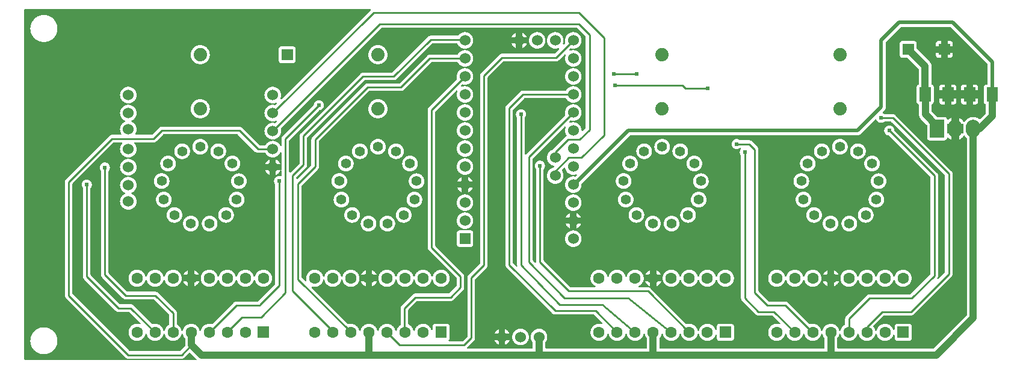
<source format=gbl>
G04 Layer: BottomLayer*
G04 EasyEDA v6.2.46, 2019-12-05T15:20:42+01:00*
G04 d8fcaf4132fa48e7953a627b650daf80,0734b15ce4794c74ad8cde99a471bf6c,10*
G04 Gerber Generator version 0.2*
G04 Scale: 100 percent, Rotated: No, Reflected: No *
G04 Dimensions in millimeters *
G04 leading zeros omitted , absolute positions ,3 integer and 3 decimal *
%FSLAX33Y33*%
%MOMM*%
G90*
G71D02*

%ADD10C,0.254000*%
%ADD11C,0.999998*%
%ADD12C,0.609600*%
%ADD14C,1.524000*%
%ADD17C,1.599997*%
%ADD20C,1.400048*%
%ADD21C,1.879600*%
%ADD22C,1.999996*%
%ADD23C,0.499999*%

%LPD*%
G36*
G01X48871Y49743D02*
G01X358Y49743D01*
G01X343Y49742D01*
G01X329Y49739D01*
G01X315Y49734D01*
G01X303Y49727D01*
G01X291Y49718D01*
G01X281Y49708D01*
G01X272Y49696D01*
G01X265Y49684D01*
G01X260Y49670D01*
G01X257Y49656D01*
G01X256Y49641D01*
G01X256Y358D01*
G01X257Y343D01*
G01X260Y329D01*
G01X265Y315D01*
G01X272Y303D01*
G01X281Y291D01*
G01X291Y281D01*
G01X303Y272D01*
G01X315Y265D01*
G01X329Y260D01*
G01X343Y257D01*
G01X358Y256D01*
G01X24387Y256D01*
G01X24402Y257D01*
G01X24416Y260D01*
G01X24429Y265D01*
G01X24442Y272D01*
G01X24454Y281D01*
G01X24464Y291D01*
G01X24473Y303D01*
G01X24480Y315D01*
G01X24485Y329D01*
G01X24488Y343D01*
G01X24489Y358D01*
G01X24488Y374D01*
G01X24484Y389D01*
G01X24478Y404D01*
G01X24469Y417D01*
G01X24459Y429D01*
G01X23580Y1309D01*
G01X23567Y1319D01*
G01X23554Y1328D01*
G01X23539Y1334D01*
G01X23524Y1337D01*
G01X23508Y1339D01*
G01X23492Y1337D01*
G01X23476Y1334D01*
G01X23462Y1328D01*
G01X23448Y1319D01*
G01X23436Y1309D01*
G01X22749Y622D01*
G01X22724Y598D01*
G01X22697Y576D01*
G01X22669Y556D01*
G01X22639Y538D01*
G01X22609Y522D01*
G01X22577Y507D01*
G01X22545Y495D01*
G01X22512Y485D01*
G01X22478Y477D01*
G01X22444Y471D01*
G01X22409Y468D01*
G01X22375Y467D01*
G01X14882Y467D01*
G01X14847Y468D01*
G01X14812Y471D01*
G01X14778Y477D01*
G01X14744Y485D01*
G01X14711Y495D01*
G01X14679Y507D01*
G01X14647Y522D01*
G01X14617Y538D01*
G01X14587Y556D01*
G01X14559Y576D01*
G01X14532Y598D01*
G01X14507Y622D01*
G01X6125Y9004D01*
G01X6101Y9029D01*
G01X6079Y9056D01*
G01X6059Y9084D01*
G01X6041Y9114D01*
G01X6025Y9144D01*
G01X6010Y9176D01*
G01X5998Y9208D01*
G01X5988Y9241D01*
G01X5980Y9275D01*
G01X5974Y9309D01*
G01X5971Y9344D01*
G01X5970Y9379D01*
G01X5970Y25381D01*
G01X5971Y25415D01*
G01X5974Y25450D01*
G01X5980Y25484D01*
G01X5988Y25518D01*
G01X5998Y25551D01*
G01X6010Y25583D01*
G01X6025Y25615D01*
G01X6041Y25645D01*
G01X6059Y25675D01*
G01X6079Y25703D01*
G01X6101Y25730D01*
G01X6125Y25755D01*
G01X12221Y31851D01*
G01X12246Y31875D01*
G01X12273Y31897D01*
G01X12301Y31917D01*
G01X12331Y31935D01*
G01X12361Y31951D01*
G01X12393Y31966D01*
G01X12425Y31978D01*
G01X12458Y31988D01*
G01X12492Y31996D01*
G01X12526Y32002D01*
G01X12561Y32005D01*
G01X12596Y32006D01*
G01X13817Y32006D01*
G01X13832Y32007D01*
G01X13846Y32010D01*
G01X13859Y32015D01*
G01X13872Y32022D01*
G01X13884Y32031D01*
G01X13894Y32041D01*
G01X13903Y32053D01*
G01X13910Y32065D01*
G01X13915Y32079D01*
G01X13918Y32093D01*
G01X13919Y32108D01*
G01X13918Y32122D01*
G01X13915Y32136D01*
G01X13910Y32150D01*
G01X13903Y32163D01*
G01X13876Y32206D01*
G01X13851Y32251D01*
G01X13828Y32297D01*
G01X13807Y32344D01*
G01X13788Y32392D01*
G01X13772Y32440D01*
G01X13757Y32489D01*
G01X13745Y32539D01*
G01X13735Y32589D01*
G01X13727Y32640D01*
G01X13721Y32691D01*
G01X13718Y32742D01*
G01X13717Y32793D01*
G01X13718Y32844D01*
G01X13721Y32894D01*
G01X13727Y32944D01*
G01X13734Y32994D01*
G01X13744Y33044D01*
G01X13756Y33093D01*
G01X13770Y33141D01*
G01X13786Y33189D01*
G01X13804Y33236D01*
G01X13824Y33282D01*
G01X13847Y33328D01*
G01X13871Y33372D01*
G01X13897Y33415D01*
G01X13925Y33457D01*
G01X13954Y33498D01*
G01X13986Y33537D01*
G01X14019Y33576D01*
G01X14053Y33612D01*
G01X14089Y33647D01*
G01X14127Y33681D01*
G01X14166Y33713D01*
G01X14207Y33743D01*
G01X14248Y33771D01*
G01X14291Y33797D01*
G01X14335Y33822D01*
G01X14380Y33845D01*
G01X14395Y33853D01*
G01X14407Y33863D01*
G01X14418Y33876D01*
G01X14427Y33889D01*
G01X14433Y33904D01*
G01X14437Y33920D01*
G01X14438Y33936D01*
G01X14437Y33953D01*
G01X14433Y33969D01*
G01X14427Y33984D01*
G01X14418Y33997D01*
G01X14407Y34010D01*
G01X14395Y34020D01*
G01X14380Y34028D01*
G01X14335Y34051D01*
G01X14291Y34075D01*
G01X14248Y34102D01*
G01X14207Y34130D01*
G01X14166Y34160D01*
G01X14127Y34192D01*
G01X14089Y34226D01*
G01X14053Y34261D01*
G01X14019Y34297D01*
G01X13986Y34336D01*
G01X13954Y34375D01*
G01X13925Y34416D01*
G01X13897Y34458D01*
G01X13871Y34501D01*
G01X13847Y34545D01*
G01X13824Y34591D01*
G01X13804Y34637D01*
G01X13786Y34684D01*
G01X13770Y34732D01*
G01X13756Y34780D01*
G01X13744Y34829D01*
G01X13734Y34879D01*
G01X13727Y34929D01*
G01X13721Y34979D01*
G01X13718Y35029D01*
G01X13717Y35079D01*
G01X13718Y35129D01*
G01X13721Y35178D01*
G01X13726Y35227D01*
G01X13734Y35276D01*
G01X13743Y35325D01*
G01X13755Y35373D01*
G01X13768Y35421D01*
G01X13783Y35467D01*
G01X13801Y35514D01*
G01X13820Y35559D01*
G01X13842Y35604D01*
G01X13865Y35647D01*
G01X13890Y35690D01*
G01X13917Y35732D01*
G01X13945Y35772D01*
G01X13975Y35811D01*
G01X14007Y35849D01*
G01X14041Y35885D01*
G01X14076Y35920D01*
G01X14112Y35954D01*
G01X14150Y35986D01*
G01X14189Y36016D01*
G01X14229Y36044D01*
G01X14271Y36071D01*
G01X14314Y36096D01*
G01X14357Y36119D01*
G01X14402Y36141D01*
G01X14447Y36160D01*
G01X14494Y36178D01*
G01X14540Y36193D01*
G01X14588Y36207D01*
G01X14636Y36218D01*
G01X14685Y36227D01*
G01X14734Y36235D01*
G01X14783Y36240D01*
G01X14832Y36243D01*
G01X14882Y36244D01*
G01X14931Y36243D01*
G01X14980Y36240D01*
G01X15029Y36235D01*
G01X15078Y36227D01*
G01X15127Y36218D01*
G01X15175Y36207D01*
G01X15223Y36193D01*
G01X15269Y36178D01*
G01X15316Y36160D01*
G01X15361Y36141D01*
G01X15406Y36119D01*
G01X15449Y36096D01*
G01X15492Y36071D01*
G01X15534Y36044D01*
G01X15574Y36016D01*
G01X15613Y35986D01*
G01X15651Y35954D01*
G01X15687Y35920D01*
G01X15722Y35885D01*
G01X15756Y35849D01*
G01X15788Y35811D01*
G01X15818Y35772D01*
G01X15846Y35732D01*
G01X15873Y35690D01*
G01X15898Y35647D01*
G01X15921Y35604D01*
G01X15943Y35559D01*
G01X15962Y35514D01*
G01X15980Y35467D01*
G01X15995Y35421D01*
G01X16009Y35373D01*
G01X16020Y35325D01*
G01X16029Y35276D01*
G01X16037Y35227D01*
G01X16042Y35178D01*
G01X16045Y35129D01*
G01X16046Y35079D01*
G01X16045Y35029D01*
G01X16042Y34979D01*
G01X16036Y34929D01*
G01X16029Y34879D01*
G01X16019Y34829D01*
G01X16007Y34780D01*
G01X15993Y34732D01*
G01X15977Y34684D01*
G01X15959Y34637D01*
G01X15939Y34591D01*
G01X15916Y34545D01*
G01X15892Y34501D01*
G01X15866Y34458D01*
G01X15839Y34416D01*
G01X15809Y34375D01*
G01X15778Y34336D01*
G01X15744Y34297D01*
G01X15710Y34261D01*
G01X15674Y34226D01*
G01X15636Y34192D01*
G01X15597Y34160D01*
G01X15556Y34130D01*
G01X15515Y34102D01*
G01X15472Y34075D01*
G01X15428Y34051D01*
G01X15383Y34028D01*
G01X15368Y34020D01*
G01X15356Y34010D01*
G01X15345Y33997D01*
G01X15336Y33984D01*
G01X15330Y33969D01*
G01X15326Y33953D01*
G01X15325Y33936D01*
G01X15326Y33920D01*
G01X15330Y33904D01*
G01X15336Y33889D01*
G01X15345Y33876D01*
G01X15356Y33863D01*
G01X15368Y33853D01*
G01X15383Y33845D01*
G01X15428Y33822D01*
G01X15472Y33797D01*
G01X15515Y33771D01*
G01X15556Y33743D01*
G01X15597Y33713D01*
G01X15636Y33681D01*
G01X15674Y33647D01*
G01X15710Y33612D01*
G01X15744Y33576D01*
G01X15778Y33537D01*
G01X15809Y33498D01*
G01X15839Y33457D01*
G01X15866Y33415D01*
G01X15892Y33372D01*
G01X15916Y33328D01*
G01X15939Y33282D01*
G01X15959Y33236D01*
G01X15977Y33189D01*
G01X15993Y33141D01*
G01X16007Y33093D01*
G01X16019Y33044D01*
G01X16029Y32994D01*
G01X16036Y32944D01*
G01X16042Y32894D01*
G01X16045Y32844D01*
G01X16046Y32793D01*
G01X16045Y32742D01*
G01X16042Y32691D01*
G01X16036Y32640D01*
G01X16028Y32589D01*
G01X16018Y32539D01*
G01X16006Y32489D01*
G01X15991Y32440D01*
G01X15975Y32392D01*
G01X15956Y32344D01*
G01X15935Y32297D01*
G01X15912Y32251D01*
G01X15887Y32206D01*
G01X15860Y32163D01*
G01X15854Y32150D01*
G01X15848Y32136D01*
G01X15845Y32122D01*
G01X15844Y32108D01*
G01X15845Y32093D01*
G01X15848Y32079D01*
G01X15853Y32065D01*
G01X15860Y32053D01*
G01X15869Y32041D01*
G01X15879Y32031D01*
G01X15891Y32022D01*
G01X15904Y32015D01*
G01X15917Y32010D01*
G01X15931Y32007D01*
G01X15946Y32006D01*
G01X18176Y32006D01*
G01X18192Y32007D01*
G01X18207Y32011D01*
G01X18222Y32017D01*
G01X18236Y32025D01*
G01X18248Y32036D01*
G01X19206Y32994D01*
G01X19231Y33018D01*
G01X19258Y33040D01*
G01X19286Y33060D01*
G01X19316Y33078D01*
G01X19346Y33094D01*
G01X19378Y33109D01*
G01X19410Y33121D01*
G01X19443Y33131D01*
G01X19477Y33139D01*
G01X19511Y33145D01*
G01X19546Y33148D01*
G01X19581Y33149D01*
G01X30503Y33149D01*
G01X30537Y33148D01*
G01X30572Y33145D01*
G01X30606Y33139D01*
G01X30640Y33131D01*
G01X30673Y33121D01*
G01X30705Y33109D01*
G01X30737Y33094D01*
G01X30767Y33078D01*
G01X30797Y33060D01*
G01X30825Y33040D01*
G01X30852Y33018D01*
G01X30877Y32994D01*
G01X33312Y30559D01*
G01X33324Y30548D01*
G01X33338Y30540D01*
G01X33353Y30534D01*
G01X33368Y30530D01*
G01X33384Y30529D01*
G01X34104Y30529D01*
G01X34119Y30530D01*
G01X34134Y30534D01*
G01X34148Y30539D01*
G01X34161Y30547D01*
G01X34173Y30556D01*
G01X34183Y30567D01*
G01X34192Y30580D01*
G01X34217Y30622D01*
G01X34244Y30663D01*
G01X34273Y30702D01*
G01X34303Y30741D01*
G01X34335Y30778D01*
G01X34368Y30813D01*
G01X34403Y30847D01*
G01X34440Y30880D01*
G01X34477Y30911D01*
G01X34516Y30941D01*
G01X34556Y30969D01*
G01X34597Y30995D01*
G01X34640Y31020D01*
G01X34683Y31042D01*
G01X34727Y31063D01*
G01X34772Y31082D01*
G01X34818Y31099D01*
G01X34864Y31114D01*
G01X34911Y31127D01*
G01X34959Y31139D01*
G01X35007Y31148D01*
G01X35055Y31155D01*
G01X35104Y31160D01*
G01X35153Y31163D01*
G01X35202Y31164D01*
G01X35250Y31163D01*
G01X35299Y31160D01*
G01X35348Y31155D01*
G01X35396Y31148D01*
G01X35444Y31139D01*
G01X35492Y31127D01*
G01X35539Y31114D01*
G01X35585Y31099D01*
G01X35631Y31082D01*
G01X35676Y31063D01*
G01X35720Y31042D01*
G01X35764Y31020D01*
G01X35806Y30995D01*
G01X35847Y30969D01*
G01X35887Y30941D01*
G01X35926Y30911D01*
G01X35964Y30880D01*
G01X36000Y30847D01*
G01X36035Y30813D01*
G01X36068Y30777D01*
G01X36100Y30740D01*
G01X36130Y30702D01*
G01X36159Y30662D01*
G01X36186Y30622D01*
G01X36211Y30580D01*
G01X36235Y30537D01*
G01X36256Y30493D01*
G01X36263Y30481D01*
G01X36272Y30469D01*
G01X36282Y30459D01*
G01X36294Y30450D01*
G01X36306Y30444D01*
G01X36320Y30439D01*
G01X36334Y30436D01*
G01X36348Y30435D01*
G01X36363Y30436D01*
G01X36377Y30439D01*
G01X36391Y30444D01*
G01X36403Y30451D01*
G01X36415Y30459D01*
G01X36425Y30470D01*
G01X36434Y30481D01*
G01X36441Y30494D01*
G01X36446Y30508D01*
G01X36449Y30522D01*
G01X36450Y30536D01*
G01X36450Y31477D01*
G01X36451Y31511D01*
G01X36454Y31546D01*
G01X36460Y31580D01*
G01X36468Y31614D01*
G01X36478Y31647D01*
G01X36490Y31679D01*
G01X36505Y31711D01*
G01X36521Y31741D01*
G01X36539Y31771D01*
G01X36559Y31799D01*
G01X36581Y31826D01*
G01X36605Y31851D01*
G01X40946Y36192D01*
G01X40957Y36205D01*
G01X40966Y36220D01*
G01X40972Y36236D01*
G01X40975Y36253D01*
G01X40981Y36291D01*
G01X40988Y36328D01*
G01X40997Y36366D01*
G01X41008Y36402D01*
G01X41022Y36438D01*
G01X41037Y36473D01*
G01X41054Y36507D01*
G01X41073Y36541D01*
G01X41093Y36573D01*
G01X41116Y36604D01*
G01X41140Y36634D01*
G01X41165Y36662D01*
G01X41192Y36689D01*
G01X41221Y36715D01*
G01X41251Y36739D01*
G01X41282Y36761D01*
G01X41314Y36782D01*
G01X41347Y36801D01*
G01X41382Y36818D01*
G01X41417Y36833D01*
G01X41453Y36846D01*
G01X41489Y36857D01*
G01X41527Y36866D01*
G01X41564Y36874D01*
G01X41602Y36879D01*
G01X41640Y36882D01*
G01X41679Y36883D01*
G01X41717Y36882D01*
G01X41755Y36879D01*
G01X41793Y36874D01*
G01X41831Y36866D01*
G01X41868Y36857D01*
G01X41904Y36846D01*
G01X41940Y36833D01*
G01X41976Y36818D01*
G01X42010Y36800D01*
G01X42043Y36782D01*
G01X42075Y36761D01*
G01X42107Y36739D01*
G01X42136Y36715D01*
G01X42165Y36689D01*
G01X42192Y36662D01*
G01X42218Y36633D01*
G01X42242Y36604D01*
G01X42264Y36572D01*
G01X42285Y36540D01*
G01X42303Y36507D01*
G01X42321Y36473D01*
G01X42336Y36437D01*
G01X42349Y36401D01*
G01X42360Y36365D01*
G01X42369Y36328D01*
G01X42377Y36290D01*
G01X42382Y36252D01*
G01X42385Y36214D01*
G01X42386Y36176D01*
G01X42385Y36137D01*
G01X42382Y36099D01*
G01X42377Y36061D01*
G01X42369Y36024D01*
G01X42360Y35986D01*
G01X42349Y35950D01*
G01X42336Y35914D01*
G01X42321Y35879D01*
G01X42304Y35844D01*
G01X42285Y35811D01*
G01X42264Y35779D01*
G01X42242Y35748D01*
G01X42218Y35718D01*
G01X42192Y35689D01*
G01X42165Y35662D01*
G01X42137Y35637D01*
G01X42107Y35613D01*
G01X42076Y35590D01*
G01X42044Y35570D01*
G01X42010Y35551D01*
G01X41976Y35534D01*
G01X41941Y35519D01*
G01X41905Y35505D01*
G01X41869Y35494D01*
G01X41831Y35485D01*
G01X41794Y35478D01*
G01X41756Y35472D01*
G01X41739Y35469D01*
G01X41723Y35463D01*
G01X41708Y35454D01*
G01X41695Y35443D01*
G01X37539Y31287D01*
G01X37529Y31275D01*
G01X37520Y31261D01*
G01X37514Y31246D01*
G01X37510Y31231D01*
G01X37509Y31215D01*
G01X37509Y26777D01*
G01X37510Y26763D01*
G01X37513Y26749D01*
G01X37518Y26735D01*
G01X37525Y26722D01*
G01X37534Y26711D01*
G01X37544Y26701D01*
G01X37556Y26692D01*
G01X37568Y26685D01*
G01X37582Y26680D01*
G01X37596Y26677D01*
G01X37611Y26676D01*
G01X37627Y26677D01*
G01X37642Y26681D01*
G01X37657Y26687D01*
G01X37670Y26695D01*
G01X37683Y26705D01*
G01X38960Y27983D01*
G01X38971Y27995D01*
G01X38979Y28009D01*
G01X38985Y28024D01*
G01X38989Y28039D01*
G01X38990Y28055D01*
G01X38990Y31858D01*
G01X38991Y31892D01*
G01X38994Y31927D01*
G01X39000Y31961D01*
G01X39008Y31995D01*
G01X39018Y32028D01*
G01X39030Y32060D01*
G01X39045Y32092D01*
G01X39061Y32122D01*
G01X39079Y32152D01*
G01X39099Y32180D01*
G01X39121Y32207D01*
G01X39145Y32232D01*
G01X47527Y40614D01*
G01X47552Y40638D01*
G01X47579Y40660D01*
G01X47607Y40680D01*
G01X47637Y40698D01*
G01X47667Y40714D01*
G01X47699Y40729D01*
G01X47731Y40741D01*
G01X47764Y40751D01*
G01X47798Y40759D01*
G01X47832Y40765D01*
G01X47867Y40768D01*
G01X47902Y40769D01*
G01X51958Y40769D01*
G01X51974Y40770D01*
G01X51989Y40774D01*
G01X52004Y40780D01*
G01X52018Y40788D01*
G01X52030Y40799D01*
G01X57052Y45821D01*
G01X57077Y45845D01*
G01X57104Y45867D01*
G01X57132Y45887D01*
G01X57162Y45905D01*
G01X57192Y45921D01*
G01X57224Y45936D01*
G01X57256Y45948D01*
G01X57289Y45958D01*
G01X57323Y45966D01*
G01X57357Y45972D01*
G01X57392Y45975D01*
G01X57427Y45976D01*
G01X61238Y45976D01*
G01X61254Y45977D01*
G01X61269Y45981D01*
G01X61284Y45987D01*
G01X61297Y45995D01*
G01X61309Y46005D01*
G01X61320Y46017D01*
G01X61350Y46056D01*
G01X61382Y46093D01*
G01X61415Y46129D01*
G01X61450Y46164D01*
G01X61487Y46197D01*
G01X61524Y46228D01*
G01X61563Y46258D01*
G01X61604Y46287D01*
G01X61645Y46313D01*
G01X61687Y46338D01*
G01X61731Y46361D01*
G01X61775Y46382D01*
G01X61821Y46401D01*
G01X61867Y46418D01*
G01X61913Y46434D01*
G01X61961Y46447D01*
G01X62009Y46458D01*
G01X62057Y46468D01*
G01X62105Y46475D01*
G01X62154Y46480D01*
G01X62203Y46483D01*
G01X62253Y46484D01*
G01X62302Y46483D01*
G01X62351Y46480D01*
G01X62400Y46475D01*
G01X62449Y46467D01*
G01X62498Y46458D01*
G01X62546Y46447D01*
G01X62594Y46433D01*
G01X62640Y46418D01*
G01X62687Y46400D01*
G01X62732Y46381D01*
G01X62777Y46359D01*
G01X62820Y46336D01*
G01X62863Y46311D01*
G01X62905Y46284D01*
G01X62945Y46256D01*
G01X62984Y46226D01*
G01X63022Y46194D01*
G01X63058Y46160D01*
G01X63093Y46125D01*
G01X63127Y46089D01*
G01X63159Y46051D01*
G01X63189Y46012D01*
G01X63217Y45972D01*
G01X63244Y45930D01*
G01X63269Y45887D01*
G01X63292Y45844D01*
G01X63314Y45799D01*
G01X63333Y45754D01*
G01X63351Y45707D01*
G01X63366Y45661D01*
G01X63380Y45613D01*
G01X63391Y45565D01*
G01X63400Y45516D01*
G01X63408Y45467D01*
G01X63413Y45418D01*
G01X63416Y45369D01*
G01X63417Y45320D01*
G01X63416Y45270D01*
G01X63413Y45221D01*
G01X63408Y45172D01*
G01X63400Y45123D01*
G01X63391Y45074D01*
G01X63380Y45026D01*
G01X63366Y44978D01*
G01X63351Y44932D01*
G01X63333Y44885D01*
G01X63314Y44840D01*
G01X63292Y44795D01*
G01X63269Y44752D01*
G01X63244Y44709D01*
G01X63217Y44667D01*
G01X63189Y44627D01*
G01X63159Y44588D01*
G01X63127Y44550D01*
G01X63093Y44514D01*
G01X63058Y44479D01*
G01X63022Y44445D01*
G01X62984Y44413D01*
G01X62945Y44383D01*
G01X62905Y44355D01*
G01X62863Y44328D01*
G01X62820Y44303D01*
G01X62777Y44280D01*
G01X62732Y44258D01*
G01X62687Y44239D01*
G01X62640Y44221D01*
G01X62594Y44206D01*
G01X62546Y44192D01*
G01X62498Y44181D01*
G01X62449Y44172D01*
G01X62400Y44164D01*
G01X62351Y44159D01*
G01X62302Y44156D01*
G01X62253Y44155D01*
G01X62202Y44156D01*
G01X62152Y44159D01*
G01X62103Y44165D01*
G01X62053Y44172D01*
G01X62004Y44182D01*
G01X61955Y44193D01*
G01X61907Y44207D01*
G01X61860Y44223D01*
G01X61813Y44241D01*
G01X61767Y44261D01*
G01X61722Y44283D01*
G01X61678Y44307D01*
G01X61635Y44332D01*
G01X61593Y44360D01*
G01X61552Y44389D01*
G01X61513Y44420D01*
G01X61475Y44453D01*
G01X61438Y44487D01*
G01X61403Y44523D01*
G01X61370Y44560D01*
G01X61338Y44598D01*
G01X61308Y44638D01*
G01X61279Y44680D01*
G01X61253Y44722D01*
G01X61228Y44766D01*
G01X61205Y44810D01*
G01X61184Y44856D01*
G01X61177Y44869D01*
G01X61169Y44881D01*
G01X61158Y44891D01*
G01X61147Y44900D01*
G01X61134Y44907D01*
G01X61120Y44913D01*
G01X61106Y44916D01*
G01X61091Y44917D01*
G01X57688Y44917D01*
G01X57672Y44916D01*
G01X57657Y44912D01*
G01X57642Y44906D01*
G01X57628Y44898D01*
G01X57616Y44887D01*
G01X52594Y39865D01*
G01X52569Y39841D01*
G01X52542Y39819D01*
G01X52514Y39799D01*
G01X52484Y39781D01*
G01X52454Y39765D01*
G01X52422Y39750D01*
G01X52390Y39738D01*
G01X52357Y39728D01*
G01X52323Y39720D01*
G01X52289Y39714D01*
G01X52254Y39711D01*
G01X52220Y39710D01*
G01X48163Y39710D01*
G01X48147Y39709D01*
G01X48132Y39705D01*
G01X48117Y39699D01*
G01X48103Y39691D01*
G01X48091Y39680D01*
G01X40079Y31668D01*
G01X40069Y31656D01*
G01X40060Y31642D01*
G01X40054Y31627D01*
G01X40050Y31612D01*
G01X40049Y31596D01*
G01X40049Y27794D01*
G01X40048Y27759D01*
G01X40045Y27724D01*
G01X40039Y27690D01*
G01X40031Y27656D01*
G01X40021Y27623D01*
G01X40009Y27591D01*
G01X39994Y27559D01*
G01X39978Y27529D01*
G01X39960Y27499D01*
G01X39940Y27471D01*
G01X39918Y27444D01*
G01X39894Y27419D01*
G01X38555Y26080D01*
G01X38545Y26068D01*
G01X38536Y26054D01*
G01X38530Y26039D01*
G01X38526Y26024D01*
G01X38525Y26008D01*
G01X38525Y25888D01*
G01X38526Y25874D01*
G01X38529Y25860D01*
G01X38534Y25846D01*
G01X38541Y25833D01*
G01X38550Y25822D01*
G01X38560Y25812D01*
G01X38572Y25803D01*
G01X38584Y25796D01*
G01X38598Y25791D01*
G01X38612Y25788D01*
G01X38627Y25787D01*
G01X38643Y25788D01*
G01X38658Y25792D01*
G01X38673Y25798D01*
G01X38686Y25806D01*
G01X38699Y25816D01*
G01X40611Y27729D01*
G01X40622Y27741D01*
G01X40630Y27755D01*
G01X40636Y27770D01*
G01X40640Y27785D01*
G01X40641Y27801D01*
G01X40641Y31350D01*
G01X40642Y31384D01*
G01X40645Y31419D01*
G01X40651Y31453D01*
G01X40659Y31487D01*
G01X40669Y31520D01*
G01X40681Y31552D01*
G01X40696Y31584D01*
G01X40712Y31614D01*
G01X40730Y31644D01*
G01X40750Y31672D01*
G01X40772Y31699D01*
G01X40796Y31724D01*
G01X48162Y39090D01*
G01X48187Y39114D01*
G01X48214Y39136D01*
G01X48242Y39156D01*
G01X48272Y39174D01*
G01X48302Y39190D01*
G01X48334Y39205D01*
G01X48366Y39217D01*
G01X48399Y39227D01*
G01X48433Y39235D01*
G01X48467Y39241D01*
G01X48502Y39244D01*
G01X48537Y39245D01*
G01X52974Y39245D01*
G01X52990Y39246D01*
G01X53005Y39250D01*
G01X53020Y39256D01*
G01X53034Y39264D01*
G01X53046Y39275D01*
G01X56925Y43154D01*
G01X56950Y43178D01*
G01X56977Y43200D01*
G01X57005Y43220D01*
G01X57035Y43238D01*
G01X57065Y43254D01*
G01X57097Y43269D01*
G01X57129Y43281D01*
G01X57162Y43291D01*
G01X57196Y43299D01*
G01X57230Y43305D01*
G01X57265Y43308D01*
G01X57300Y43309D01*
G01X61155Y43309D01*
G01X61170Y43310D01*
G01X61185Y43314D01*
G01X61199Y43319D01*
G01X61212Y43327D01*
G01X61224Y43336D01*
G01X61234Y43347D01*
G01X61243Y43360D01*
G01X61268Y43402D01*
G01X61295Y43443D01*
G01X61324Y43482D01*
G01X61354Y43521D01*
G01X61386Y43558D01*
G01X61419Y43593D01*
G01X61454Y43627D01*
G01X61491Y43660D01*
G01X61528Y43691D01*
G01X61567Y43721D01*
G01X61607Y43749D01*
G01X61648Y43775D01*
G01X61691Y43800D01*
G01X61734Y43822D01*
G01X61778Y43843D01*
G01X61823Y43862D01*
G01X61869Y43879D01*
G01X61915Y43894D01*
G01X61962Y43907D01*
G01X62010Y43919D01*
G01X62058Y43928D01*
G01X62106Y43935D01*
G01X62155Y43940D01*
G01X62204Y43943D01*
G01X62253Y43944D01*
G01X62302Y43943D01*
G01X62351Y43940D01*
G01X62400Y43935D01*
G01X62449Y43927D01*
G01X62498Y43918D01*
G01X62546Y43907D01*
G01X62594Y43893D01*
G01X62640Y43878D01*
G01X62687Y43860D01*
G01X62732Y43841D01*
G01X62777Y43819D01*
G01X62820Y43796D01*
G01X62863Y43771D01*
G01X62905Y43744D01*
G01X62945Y43716D01*
G01X62984Y43686D01*
G01X63022Y43654D01*
G01X63058Y43620D01*
G01X63093Y43585D01*
G01X63127Y43549D01*
G01X63159Y43511D01*
G01X63189Y43472D01*
G01X63217Y43432D01*
G01X63244Y43390D01*
G01X63269Y43347D01*
G01X63292Y43304D01*
G01X63314Y43259D01*
G01X63333Y43214D01*
G01X63351Y43167D01*
G01X63366Y43121D01*
G01X63380Y43073D01*
G01X63391Y43025D01*
G01X63400Y42976D01*
G01X63408Y42927D01*
G01X63413Y42878D01*
G01X63416Y42829D01*
G01X63417Y42780D01*
G01X63416Y42730D01*
G01X63413Y42681D01*
G01X63408Y42632D01*
G01X63400Y42583D01*
G01X63391Y42534D01*
G01X63380Y42486D01*
G01X63366Y42438D01*
G01X63351Y42392D01*
G01X63333Y42345D01*
G01X63314Y42300D01*
G01X63292Y42255D01*
G01X63269Y42212D01*
G01X63244Y42169D01*
G01X63217Y42127D01*
G01X63189Y42087D01*
G01X63159Y42048D01*
G01X63127Y42010D01*
G01X63093Y41974D01*
G01X63058Y41939D01*
G01X63022Y41905D01*
G01X62984Y41873D01*
G01X62945Y41843D01*
G01X62905Y41815D01*
G01X62863Y41788D01*
G01X62820Y41763D01*
G01X62777Y41740D01*
G01X62732Y41718D01*
G01X62687Y41699D01*
G01X62640Y41681D01*
G01X62594Y41666D01*
G01X62546Y41652D01*
G01X62498Y41641D01*
G01X62449Y41632D01*
G01X62400Y41624D01*
G01X62351Y41619D01*
G01X62302Y41616D01*
G01X62253Y41615D01*
G01X62204Y41616D01*
G01X62155Y41619D01*
G01X62106Y41624D01*
G01X62058Y41631D01*
G01X62010Y41640D01*
G01X61962Y41652D01*
G01X61915Y41665D01*
G01X61869Y41680D01*
G01X61823Y41697D01*
G01X61778Y41716D01*
G01X61734Y41737D01*
G01X61691Y41759D01*
G01X61648Y41784D01*
G01X61607Y41810D01*
G01X61567Y41838D01*
G01X61528Y41868D01*
G01X61491Y41899D01*
G01X61454Y41932D01*
G01X61419Y41966D01*
G01X61386Y42001D01*
G01X61354Y42038D01*
G01X61324Y42077D01*
G01X61295Y42116D01*
G01X61268Y42157D01*
G01X61243Y42199D01*
G01X61234Y42212D01*
G01X61224Y42223D01*
G01X61212Y42232D01*
G01X61199Y42240D01*
G01X61185Y42245D01*
G01X61170Y42249D01*
G01X61155Y42250D01*
G01X57561Y42250D01*
G01X57545Y42249D01*
G01X57530Y42245D01*
G01X57515Y42239D01*
G01X57501Y42231D01*
G01X57489Y42220D01*
G01X53610Y38341D01*
G01X53585Y38317D01*
G01X53558Y38295D01*
G01X53530Y38275D01*
G01X53500Y38257D01*
G01X53470Y38241D01*
G01X53438Y38226D01*
G01X53406Y38214D01*
G01X53373Y38204D01*
G01X53339Y38196D01*
G01X53305Y38190D01*
G01X53270Y38187D01*
G01X53236Y38186D01*
G01X48798Y38186D01*
G01X48782Y38185D01*
G01X48767Y38181D01*
G01X48752Y38175D01*
G01X48738Y38167D01*
G01X48726Y38156D01*
G01X41730Y31160D01*
G01X41720Y31148D01*
G01X41711Y31134D01*
G01X41705Y31119D01*
G01X41701Y31104D01*
G01X41700Y31088D01*
G01X41700Y27540D01*
G01X41699Y27505D01*
G01X41696Y27470D01*
G01X41690Y27436D01*
G01X41682Y27402D01*
G01X41672Y27369D01*
G01X41660Y27337D01*
G01X41645Y27305D01*
G01X41629Y27275D01*
G01X41611Y27245D01*
G01X41591Y27217D01*
G01X41569Y27190D01*
G01X41545Y27165D01*
G01X39317Y24937D01*
G01X39307Y24925D01*
G01X39298Y24911D01*
G01X39292Y24896D01*
G01X39288Y24881D01*
G01X39287Y24865D01*
G01X39287Y11926D01*
G01X39288Y11910D01*
G01X39292Y11895D01*
G01X39298Y11880D01*
G01X39307Y11866D01*
G01X39317Y11854D01*
G01X39781Y11390D01*
G01X39793Y11380D01*
G01X39806Y11372D01*
G01X39821Y11366D01*
G01X39837Y11362D01*
G01X39852Y11361D01*
G01X39867Y11362D01*
G01X39881Y11365D01*
G01X39895Y11370D01*
G01X39907Y11377D01*
G01X39919Y11385D01*
G01X39929Y11396D01*
G01X39938Y11407D01*
G01X39945Y11420D01*
G01X39950Y11434D01*
G01X39953Y11448D01*
G01X39954Y11462D01*
G01X39950Y11489D01*
G01X39937Y11542D01*
G01X39926Y11595D01*
G01X39918Y11648D01*
G01X39912Y11702D01*
G01X39908Y11756D01*
G01X39907Y11810D01*
G01X39908Y11859D01*
G01X39911Y11909D01*
G01X39916Y11958D01*
G01X39923Y12007D01*
G01X39933Y12056D01*
G01X39944Y12105D01*
G01X39957Y12153D01*
G01X39972Y12200D01*
G01X39989Y12247D01*
G01X40008Y12293D01*
G01X40029Y12338D01*
G01X40052Y12382D01*
G01X40076Y12425D01*
G01X40103Y12467D01*
G01X40131Y12508D01*
G01X40161Y12548D01*
G01X40192Y12587D01*
G01X40225Y12624D01*
G01X40259Y12660D01*
G01X40295Y12694D01*
G01X40332Y12727D01*
G01X40371Y12759D01*
G01X40411Y12788D01*
G01X40452Y12816D01*
G01X40494Y12843D01*
G01X40537Y12867D01*
G01X40581Y12890D01*
G01X40626Y12911D01*
G01X40672Y12930D01*
G01X40719Y12947D01*
G01X40766Y12962D01*
G01X40814Y12975D01*
G01X40863Y12987D01*
G01X40912Y12996D01*
G01X40961Y13003D01*
G01X41010Y13008D01*
G01X41060Y13011D01*
G01X41110Y13012D01*
G01X41160Y13011D01*
G01X41210Y13008D01*
G01X41260Y13003D01*
G01X41310Y12995D01*
G01X41360Y12986D01*
G01X41409Y12974D01*
G01X41457Y12961D01*
G01X41505Y12945D01*
G01X41553Y12928D01*
G01X41599Y12908D01*
G01X41645Y12887D01*
G01X41689Y12863D01*
G01X41733Y12838D01*
G01X41775Y12811D01*
G01X41817Y12782D01*
G01X41857Y12752D01*
G01X41896Y12720D01*
G01X41933Y12686D01*
G01X41969Y12650D01*
G01X42004Y12614D01*
G01X42037Y12576D01*
G01X42068Y12536D01*
G01X42098Y12495D01*
G01X42125Y12453D01*
G01X42151Y12410D01*
G01X42176Y12366D01*
G01X42198Y12321D01*
G01X42219Y12275D01*
G01X42237Y12228D01*
G01X42254Y12180D01*
G01X42268Y12132D01*
G01X42281Y12083D01*
G01X42285Y12069D01*
G01X42292Y12055D01*
G01X42300Y12043D01*
G01X42311Y12032D01*
G01X42323Y12022D01*
G01X42336Y12015D01*
G01X42350Y12009D01*
G01X42364Y12006D01*
G01X42380Y12005D01*
G01X42395Y12006D01*
G01X42409Y12009D01*
G01X42423Y12015D01*
G01X42437Y12022D01*
G01X42448Y12032D01*
G01X42459Y12043D01*
G01X42467Y12055D01*
G01X42474Y12069D01*
G01X42478Y12083D01*
G01X42491Y12132D01*
G01X42506Y12180D01*
G01X42522Y12228D01*
G01X42541Y12275D01*
G01X42561Y12321D01*
G01X42583Y12366D01*
G01X42608Y12410D01*
G01X42634Y12453D01*
G01X42662Y12495D01*
G01X42691Y12536D01*
G01X42722Y12576D01*
G01X42755Y12614D01*
G01X42790Y12650D01*
G01X42826Y12686D01*
G01X42863Y12720D01*
G01X42902Y12752D01*
G01X42942Y12782D01*
G01X42984Y12811D01*
G01X43026Y12838D01*
G01X43070Y12863D01*
G01X43115Y12887D01*
G01X43160Y12908D01*
G01X43207Y12928D01*
G01X43254Y12945D01*
G01X43302Y12961D01*
G01X43350Y12974D01*
G01X43399Y12986D01*
G01X43449Y12995D01*
G01X43499Y13003D01*
G01X43549Y13008D01*
G01X43599Y13011D01*
G01X43650Y13012D01*
G01X43700Y13011D01*
G01X43750Y13008D01*
G01X43800Y13003D01*
G01X43850Y12995D01*
G01X43900Y12986D01*
G01X43949Y12974D01*
G01X43997Y12961D01*
G01X44045Y12945D01*
G01X44093Y12928D01*
G01X44139Y12908D01*
G01X44185Y12887D01*
G01X44229Y12863D01*
G01X44273Y12838D01*
G01X44315Y12811D01*
G01X44357Y12782D01*
G01X44397Y12752D01*
G01X44436Y12720D01*
G01X44473Y12686D01*
G01X44509Y12650D01*
G01X44544Y12614D01*
G01X44577Y12576D01*
G01X44608Y12536D01*
G01X44638Y12495D01*
G01X44665Y12453D01*
G01X44691Y12410D01*
G01X44716Y12366D01*
G01X44738Y12321D01*
G01X44759Y12275D01*
G01X44777Y12228D01*
G01X44794Y12180D01*
G01X44808Y12132D01*
G01X44821Y12083D01*
G01X44825Y12069D01*
G01X44832Y12055D01*
G01X44840Y12043D01*
G01X44851Y12032D01*
G01X44863Y12022D01*
G01X44876Y12015D01*
G01X44890Y12009D01*
G01X44904Y12006D01*
G01X44920Y12005D01*
G01X44935Y12006D01*
G01X44949Y12009D01*
G01X44963Y12015D01*
G01X44977Y12022D01*
G01X44988Y12032D01*
G01X44999Y12043D01*
G01X45007Y12055D01*
G01X45014Y12069D01*
G01X45018Y12083D01*
G01X45031Y12132D01*
G01X45046Y12180D01*
G01X45062Y12228D01*
G01X45081Y12275D01*
G01X45101Y12321D01*
G01X45123Y12366D01*
G01X45148Y12410D01*
G01X45174Y12453D01*
G01X45202Y12495D01*
G01X45231Y12536D01*
G01X45262Y12576D01*
G01X45295Y12614D01*
G01X45330Y12650D01*
G01X45366Y12686D01*
G01X45403Y12720D01*
G01X45442Y12752D01*
G01X45482Y12782D01*
G01X45524Y12811D01*
G01X45566Y12838D01*
G01X45610Y12863D01*
G01X45655Y12887D01*
G01X45700Y12908D01*
G01X45747Y12928D01*
G01X45794Y12945D01*
G01X45842Y12961D01*
G01X45890Y12974D01*
G01X45939Y12986D01*
G01X45989Y12995D01*
G01X46039Y13003D01*
G01X46089Y13008D01*
G01X46139Y13011D01*
G01X46190Y13012D01*
G01X46240Y13011D01*
G01X46290Y13008D01*
G01X46340Y13003D01*
G01X46390Y12995D01*
G01X46440Y12986D01*
G01X46489Y12974D01*
G01X46537Y12961D01*
G01X46585Y12945D01*
G01X46633Y12928D01*
G01X46679Y12908D01*
G01X46725Y12887D01*
G01X46769Y12863D01*
G01X46813Y12838D01*
G01X46855Y12811D01*
G01X46897Y12782D01*
G01X46937Y12752D01*
G01X46976Y12720D01*
G01X47013Y12686D01*
G01X47049Y12650D01*
G01X47084Y12614D01*
G01X47117Y12576D01*
G01X47148Y12536D01*
G01X47178Y12495D01*
G01X47205Y12453D01*
G01X47231Y12410D01*
G01X47256Y12366D01*
G01X47278Y12321D01*
G01X47299Y12275D01*
G01X47317Y12228D01*
G01X47334Y12180D01*
G01X47348Y12132D01*
G01X47361Y12083D01*
G01X47372Y12029D01*
G01X47381Y11975D01*
G01X47387Y11920D01*
G01X47391Y11865D01*
G01X47392Y11810D01*
G01X47391Y11754D01*
G01X47387Y11699D01*
G01X47381Y11644D01*
G01X47372Y11590D01*
G01X47361Y11536D01*
G01X47348Y11487D01*
G01X47334Y11439D01*
G01X47317Y11391D01*
G01X47299Y11344D01*
G01X47278Y11298D01*
G01X47256Y11253D01*
G01X47231Y11209D01*
G01X47205Y11166D01*
G01X47178Y11124D01*
G01X47148Y11083D01*
G01X47117Y11044D01*
G01X47084Y11005D01*
G01X47049Y10969D01*
G01X47013Y10933D01*
G01X46976Y10900D01*
G01X46937Y10867D01*
G01X46897Y10837D01*
G01X46855Y10808D01*
G01X46813Y10781D01*
G01X46769Y10756D01*
G01X46725Y10733D01*
G01X46679Y10711D01*
G01X46633Y10692D01*
G01X46585Y10674D01*
G01X46537Y10658D01*
G01X46489Y10645D01*
G01X46440Y10633D01*
G01X46390Y10624D01*
G01X46340Y10616D01*
G01X46290Y10611D01*
G01X46240Y10608D01*
G01X46190Y10607D01*
G01X46139Y10608D01*
G01X46089Y10611D01*
G01X46039Y10616D01*
G01X45989Y10624D01*
G01X45939Y10633D01*
G01X45890Y10645D01*
G01X45842Y10658D01*
G01X45794Y10674D01*
G01X45747Y10692D01*
G01X45700Y10711D01*
G01X45655Y10733D01*
G01X45610Y10756D01*
G01X45566Y10781D01*
G01X45524Y10808D01*
G01X45482Y10837D01*
G01X45442Y10867D01*
G01X45403Y10900D01*
G01X45366Y10933D01*
G01X45330Y10969D01*
G01X45295Y11005D01*
G01X45262Y11044D01*
G01X45231Y11083D01*
G01X45202Y11124D01*
G01X45174Y11166D01*
G01X45148Y11209D01*
G01X45123Y11253D01*
G01X45101Y11298D01*
G01X45081Y11344D01*
G01X45062Y11391D01*
G01X45046Y11439D01*
G01X45031Y11487D01*
G01X45018Y11536D01*
G01X45014Y11550D01*
G01X45007Y11564D01*
G01X44999Y11576D01*
G01X44988Y11588D01*
G01X44977Y11597D01*
G01X44963Y11604D01*
G01X44949Y11610D01*
G01X44935Y11613D01*
G01X44920Y11614D01*
G01X44904Y11613D01*
G01X44890Y11610D01*
G01X44876Y11604D01*
G01X44863Y11597D01*
G01X44851Y11588D01*
G01X44840Y11576D01*
G01X44832Y11564D01*
G01X44825Y11550D01*
G01X44821Y11536D01*
G01X44808Y11487D01*
G01X44794Y11439D01*
G01X44777Y11391D01*
G01X44759Y11344D01*
G01X44738Y11298D01*
G01X44716Y11253D01*
G01X44691Y11209D01*
G01X44665Y11166D01*
G01X44638Y11124D01*
G01X44608Y11083D01*
G01X44577Y11044D01*
G01X44544Y11005D01*
G01X44509Y10969D01*
G01X44473Y10933D01*
G01X44436Y10900D01*
G01X44397Y10867D01*
G01X44357Y10837D01*
G01X44315Y10808D01*
G01X44273Y10781D01*
G01X44229Y10756D01*
G01X44185Y10733D01*
G01X44139Y10711D01*
G01X44093Y10692D01*
G01X44045Y10674D01*
G01X43997Y10658D01*
G01X43949Y10645D01*
G01X43900Y10633D01*
G01X43850Y10624D01*
G01X43800Y10616D01*
G01X43750Y10611D01*
G01X43700Y10608D01*
G01X43650Y10607D01*
G01X43599Y10608D01*
G01X43549Y10611D01*
G01X43499Y10616D01*
G01X43449Y10624D01*
G01X43399Y10633D01*
G01X43350Y10645D01*
G01X43302Y10658D01*
G01X43254Y10674D01*
G01X43207Y10692D01*
G01X43160Y10711D01*
G01X43115Y10733D01*
G01X43070Y10756D01*
G01X43026Y10781D01*
G01X42984Y10808D01*
G01X42942Y10837D01*
G01X42902Y10867D01*
G01X42863Y10900D01*
G01X42826Y10933D01*
G01X42790Y10969D01*
G01X42755Y11005D01*
G01X42722Y11044D01*
G01X42691Y11083D01*
G01X42662Y11124D01*
G01X42634Y11166D01*
G01X42608Y11209D01*
G01X42583Y11253D01*
G01X42561Y11298D01*
G01X42541Y11344D01*
G01X42522Y11391D01*
G01X42506Y11439D01*
G01X42491Y11487D01*
G01X42478Y11536D01*
G01X42474Y11550D01*
G01X42467Y11564D01*
G01X42459Y11576D01*
G01X42448Y11588D01*
G01X42437Y11597D01*
G01X42423Y11604D01*
G01X42409Y11610D01*
G01X42395Y11613D01*
G01X42380Y11614D01*
G01X42364Y11613D01*
G01X42350Y11610D01*
G01X42336Y11604D01*
G01X42323Y11597D01*
G01X42311Y11588D01*
G01X42300Y11576D01*
G01X42292Y11564D01*
G01X42285Y11550D01*
G01X42281Y11536D01*
G01X42268Y11487D01*
G01X42254Y11439D01*
G01X42237Y11391D01*
G01X42219Y11344D01*
G01X42198Y11298D01*
G01X42176Y11253D01*
G01X42151Y11209D01*
G01X42125Y11166D01*
G01X42098Y11124D01*
G01X42068Y11083D01*
G01X42037Y11044D01*
G01X42004Y11005D01*
G01X41969Y10969D01*
G01X41933Y10933D01*
G01X41896Y10900D01*
G01X41857Y10867D01*
G01X41817Y10837D01*
G01X41775Y10808D01*
G01X41733Y10781D01*
G01X41689Y10756D01*
G01X41645Y10733D01*
G01X41599Y10711D01*
G01X41553Y10692D01*
G01X41505Y10674D01*
G01X41457Y10658D01*
G01X41409Y10645D01*
G01X41360Y10633D01*
G01X41310Y10624D01*
G01X41260Y10616D01*
G01X41210Y10611D01*
G01X41160Y10608D01*
G01X41110Y10607D01*
G01X41056Y10608D01*
G01X41002Y10612D01*
G01X40948Y10618D01*
G01X40895Y10626D01*
G01X40842Y10637D01*
G01X40789Y10650D01*
G01X40762Y10654D01*
G01X40748Y10653D01*
G01X40734Y10650D01*
G01X40720Y10645D01*
G01X40707Y10638D01*
G01X40696Y10629D01*
G01X40685Y10619D01*
G01X40677Y10607D01*
G01X40670Y10595D01*
G01X40665Y10581D01*
G01X40662Y10567D01*
G01X40661Y10552D01*
G01X40662Y10537D01*
G01X40666Y10521D01*
G01X40672Y10506D01*
G01X40680Y10493D01*
G01X40690Y10481D01*
G01X45791Y5380D01*
G01X45803Y5370D01*
G01X45816Y5362D01*
G01X45831Y5355D01*
G01X45847Y5352D01*
G01X45863Y5350D01*
G01X45888Y5354D01*
G01X45937Y5365D01*
G01X45987Y5375D01*
G01X46038Y5382D01*
G01X46088Y5388D01*
G01X46139Y5391D01*
G01X46190Y5392D01*
G01X46240Y5391D01*
G01X46290Y5388D01*
G01X46340Y5383D01*
G01X46390Y5375D01*
G01X46440Y5366D01*
G01X46489Y5354D01*
G01X46537Y5341D01*
G01X46585Y5325D01*
G01X46633Y5308D01*
G01X46679Y5288D01*
G01X46725Y5267D01*
G01X46769Y5243D01*
G01X46813Y5218D01*
G01X46855Y5191D01*
G01X46897Y5162D01*
G01X46937Y5132D01*
G01X46976Y5100D01*
G01X47013Y5066D01*
G01X47049Y5030D01*
G01X47084Y4994D01*
G01X47117Y4956D01*
G01X47148Y4916D01*
G01X47178Y4875D01*
G01X47205Y4833D01*
G01X47231Y4790D01*
G01X47256Y4746D01*
G01X47278Y4701D01*
G01X47299Y4655D01*
G01X47317Y4608D01*
G01X47334Y4560D01*
G01X47348Y4512D01*
G01X47361Y4463D01*
G01X47365Y4449D01*
G01X47372Y4435D01*
G01X47380Y4423D01*
G01X47391Y4412D01*
G01X47403Y4402D01*
G01X47416Y4395D01*
G01X47430Y4389D01*
G01X47444Y4386D01*
G01X47460Y4385D01*
G01X47475Y4386D01*
G01X47489Y4389D01*
G01X47503Y4395D01*
G01X47517Y4402D01*
G01X47528Y4412D01*
G01X47539Y4423D01*
G01X47547Y4435D01*
G01X47554Y4449D01*
G01X47558Y4463D01*
G01X47571Y4512D01*
G01X47586Y4560D01*
G01X47602Y4608D01*
G01X47621Y4655D01*
G01X47641Y4701D01*
G01X47663Y4746D01*
G01X47688Y4790D01*
G01X47714Y4833D01*
G01X47742Y4875D01*
G01X47771Y4916D01*
G01X47802Y4956D01*
G01X47835Y4994D01*
G01X47870Y5030D01*
G01X47906Y5066D01*
G01X47943Y5100D01*
G01X47982Y5132D01*
G01X48022Y5162D01*
G01X48064Y5191D01*
G01X48106Y5218D01*
G01X48150Y5243D01*
G01X48195Y5267D01*
G01X48240Y5288D01*
G01X48287Y5308D01*
G01X48334Y5325D01*
G01X48382Y5341D01*
G01X48430Y5354D01*
G01X48479Y5366D01*
G01X48529Y5375D01*
G01X48579Y5383D01*
G01X48629Y5388D01*
G01X48679Y5391D01*
G01X48730Y5392D01*
G01X48780Y5391D01*
G01X48830Y5388D01*
G01X48880Y5383D01*
G01X48930Y5375D01*
G01X48980Y5366D01*
G01X49029Y5354D01*
G01X49077Y5341D01*
G01X49125Y5325D01*
G01X49173Y5308D01*
G01X49219Y5288D01*
G01X49265Y5267D01*
G01X49309Y5243D01*
G01X49353Y5218D01*
G01X49395Y5191D01*
G01X49437Y5162D01*
G01X49477Y5132D01*
G01X49516Y5100D01*
G01X49553Y5066D01*
G01X49589Y5030D01*
G01X49624Y4994D01*
G01X49657Y4956D01*
G01X49688Y4916D01*
G01X49718Y4875D01*
G01X49745Y4833D01*
G01X49771Y4790D01*
G01X49796Y4746D01*
G01X49818Y4701D01*
G01X49839Y4655D01*
G01X49857Y4608D01*
G01X49874Y4560D01*
G01X49888Y4512D01*
G01X49901Y4463D01*
G01X49905Y4449D01*
G01X49912Y4435D01*
G01X49920Y4423D01*
G01X49931Y4412D01*
G01X49943Y4402D01*
G01X49956Y4395D01*
G01X49970Y4389D01*
G01X49984Y4386D01*
G01X50000Y4385D01*
G01X50015Y4386D01*
G01X50029Y4389D01*
G01X50043Y4395D01*
G01X50057Y4402D01*
G01X50068Y4412D01*
G01X50079Y4423D01*
G01X50087Y4435D01*
G01X50094Y4449D01*
G01X50098Y4463D01*
G01X50111Y4512D01*
G01X50126Y4560D01*
G01X50142Y4608D01*
G01X50161Y4655D01*
G01X50181Y4701D01*
G01X50203Y4746D01*
G01X50228Y4790D01*
G01X50254Y4833D01*
G01X50282Y4875D01*
G01X50311Y4916D01*
G01X50342Y4956D01*
G01X50375Y4994D01*
G01X50410Y5030D01*
G01X50446Y5066D01*
G01X50483Y5100D01*
G01X50522Y5132D01*
G01X50562Y5162D01*
G01X50604Y5191D01*
G01X50646Y5218D01*
G01X50690Y5243D01*
G01X50735Y5267D01*
G01X50780Y5288D01*
G01X50827Y5308D01*
G01X50874Y5325D01*
G01X50922Y5341D01*
G01X50970Y5354D01*
G01X51019Y5366D01*
G01X51069Y5375D01*
G01X51119Y5383D01*
G01X51169Y5388D01*
G01X51219Y5391D01*
G01X51270Y5392D01*
G01X51320Y5391D01*
G01X51370Y5388D01*
G01X51420Y5383D01*
G01X51470Y5375D01*
G01X51520Y5366D01*
G01X51569Y5354D01*
G01X51617Y5341D01*
G01X51665Y5325D01*
G01X51713Y5308D01*
G01X51759Y5288D01*
G01X51805Y5267D01*
G01X51849Y5243D01*
G01X51893Y5218D01*
G01X51935Y5191D01*
G01X51977Y5162D01*
G01X52017Y5132D01*
G01X52056Y5100D01*
G01X52093Y5066D01*
G01X52129Y5030D01*
G01X52164Y4994D01*
G01X52197Y4956D01*
G01X52228Y4916D01*
G01X52258Y4875D01*
G01X52285Y4833D01*
G01X52311Y4790D01*
G01X52336Y4746D01*
G01X52358Y4701D01*
G01X52379Y4655D01*
G01X52397Y4608D01*
G01X52414Y4560D01*
G01X52428Y4512D01*
G01X52441Y4463D01*
G01X52445Y4449D01*
G01X52452Y4435D01*
G01X52460Y4423D01*
G01X52471Y4412D01*
G01X52483Y4402D01*
G01X52496Y4395D01*
G01X52510Y4389D01*
G01X52524Y4386D01*
G01X52540Y4385D01*
G01X52555Y4386D01*
G01X52569Y4389D01*
G01X52583Y4395D01*
G01X52597Y4402D01*
G01X52608Y4412D01*
G01X52619Y4423D01*
G01X52627Y4435D01*
G01X52634Y4449D01*
G01X52638Y4463D01*
G01X52651Y4513D01*
G01X52666Y4563D01*
G01X52684Y4612D01*
G01X52703Y4660D01*
G01X52724Y4708D01*
G01X52748Y4754D01*
G01X52773Y4799D01*
G01X52800Y4843D01*
G01X52829Y4886D01*
G01X52860Y4928D01*
G01X52893Y4968D01*
G01X52928Y5007D01*
G01X52964Y5045D01*
G01X53002Y5080D01*
G01X53041Y5114D01*
G01X53081Y5147D01*
G01X53123Y5177D01*
G01X53167Y5206D01*
G01X53178Y5215D01*
G01X53189Y5225D01*
G01X53198Y5236D01*
G01X53205Y5249D01*
G01X53210Y5263D01*
G01X53213Y5277D01*
G01X53214Y5292D01*
G01X53214Y7601D01*
G01X53215Y7635D01*
G01X53218Y7670D01*
G01X53224Y7704D01*
G01X53232Y7738D01*
G01X53242Y7771D01*
G01X53254Y7803D01*
G01X53269Y7835D01*
G01X53285Y7865D01*
G01X53303Y7895D01*
G01X53323Y7923D01*
G01X53345Y7950D01*
G01X53369Y7975D01*
G01X54893Y9499D01*
G01X54918Y9523D01*
G01X54945Y9545D01*
G01X54973Y9565D01*
G01X55003Y9583D01*
G01X55033Y9599D01*
G01X55065Y9614D01*
G01X55097Y9626D01*
G01X55130Y9636D01*
G01X55164Y9644D01*
G01X55198Y9650D01*
G01X55233Y9653D01*
G01X55268Y9654D01*
G01X59959Y9654D01*
G01X59975Y9655D01*
G01X59990Y9659D01*
G01X60005Y9665D01*
G01X60019Y9673D01*
G01X60031Y9684D01*
G01X61058Y10711D01*
G01X61069Y10723D01*
G01X61077Y10737D01*
G01X61083Y10752D01*
G01X61087Y10767D01*
G01X61088Y10783D01*
G01X61088Y11784D01*
G01X61087Y11800D01*
G01X61083Y11815D01*
G01X61077Y11830D01*
G01X61069Y11844D01*
G01X61058Y11856D01*
G01X57179Y15735D01*
G01X57155Y15760D01*
G01X57133Y15787D01*
G01X57113Y15815D01*
G01X57095Y15845D01*
G01X57079Y15875D01*
G01X57064Y15907D01*
G01X57052Y15939D01*
G01X57042Y15972D01*
G01X57034Y16006D01*
G01X57028Y16040D01*
G01X57025Y16075D01*
G01X57024Y16110D01*
G01X57024Y35541D01*
G01X57025Y35575D01*
G01X57028Y35610D01*
G01X57034Y35644D01*
G01X57042Y35678D01*
G01X57052Y35711D01*
G01X57064Y35743D01*
G01X57079Y35775D01*
G01X57095Y35805D01*
G01X57113Y35835D01*
G01X57133Y35863D01*
G01X57155Y35890D01*
G01X57179Y35915D01*
G01X61102Y39838D01*
G01X61112Y39850D01*
G01X61121Y39864D01*
G01X61127Y39878D01*
G01X61130Y39894D01*
G01X61132Y39910D01*
G01X61128Y39936D01*
G01X61116Y39986D01*
G01X61106Y40036D01*
G01X61098Y40087D01*
G01X61092Y40137D01*
G01X61089Y40188D01*
G01X61088Y40240D01*
G01X61089Y40289D01*
G01X61092Y40338D01*
G01X61097Y40387D01*
G01X61105Y40436D01*
G01X61114Y40485D01*
G01X61126Y40533D01*
G01X61139Y40581D01*
G01X61154Y40627D01*
G01X61172Y40674D01*
G01X61191Y40719D01*
G01X61213Y40764D01*
G01X61236Y40807D01*
G01X61261Y40850D01*
G01X61288Y40892D01*
G01X61316Y40932D01*
G01X61346Y40971D01*
G01X61378Y41009D01*
G01X61412Y41045D01*
G01X61447Y41080D01*
G01X61483Y41114D01*
G01X61521Y41146D01*
G01X61560Y41176D01*
G01X61600Y41204D01*
G01X61642Y41231D01*
G01X61685Y41256D01*
G01X61728Y41279D01*
G01X61773Y41301D01*
G01X61818Y41320D01*
G01X61865Y41338D01*
G01X61911Y41353D01*
G01X61959Y41367D01*
G01X62007Y41378D01*
G01X62056Y41387D01*
G01X62105Y41395D01*
G01X62154Y41400D01*
G01X62203Y41403D01*
G01X62253Y41404D01*
G01X62302Y41403D01*
G01X62351Y41400D01*
G01X62400Y41395D01*
G01X62449Y41387D01*
G01X62498Y41378D01*
G01X62546Y41367D01*
G01X62594Y41353D01*
G01X62640Y41338D01*
G01X62687Y41320D01*
G01X62732Y41301D01*
G01X62777Y41279D01*
G01X62820Y41256D01*
G01X62863Y41231D01*
G01X62905Y41204D01*
G01X62945Y41176D01*
G01X62984Y41146D01*
G01X63022Y41114D01*
G01X63058Y41080D01*
G01X63093Y41045D01*
G01X63127Y41009D01*
G01X63159Y40971D01*
G01X63189Y40932D01*
G01X63217Y40892D01*
G01X63244Y40850D01*
G01X63269Y40807D01*
G01X63292Y40764D01*
G01X63314Y40719D01*
G01X63333Y40674D01*
G01X63351Y40627D01*
G01X63366Y40581D01*
G01X63380Y40533D01*
G01X63391Y40485D01*
G01X63400Y40436D01*
G01X63408Y40387D01*
G01X63413Y40338D01*
G01X63416Y40289D01*
G01X63417Y40240D01*
G01X63416Y40190D01*
G01X63413Y40141D01*
G01X63408Y40092D01*
G01X63400Y40043D01*
G01X63391Y39994D01*
G01X63380Y39946D01*
G01X63366Y39898D01*
G01X63351Y39852D01*
G01X63333Y39805D01*
G01X63314Y39760D01*
G01X63292Y39715D01*
G01X63269Y39672D01*
G01X63244Y39629D01*
G01X63217Y39587D01*
G01X63189Y39547D01*
G01X63159Y39508D01*
G01X63127Y39470D01*
G01X63093Y39434D01*
G01X63058Y39399D01*
G01X63022Y39365D01*
G01X62984Y39333D01*
G01X62945Y39303D01*
G01X62905Y39275D01*
G01X62863Y39248D01*
G01X62820Y39223D01*
G01X62777Y39200D01*
G01X62732Y39178D01*
G01X62687Y39159D01*
G01X62640Y39141D01*
G01X62594Y39126D01*
G01X62546Y39112D01*
G01X62498Y39101D01*
G01X62449Y39092D01*
G01X62400Y39084D01*
G01X62351Y39079D01*
G01X62302Y39076D01*
G01X62253Y39075D01*
G01X62201Y39076D01*
G01X62150Y39079D01*
G01X62099Y39085D01*
G01X62049Y39093D01*
G01X61999Y39103D01*
G01X61949Y39115D01*
G01X61923Y39119D01*
G01X61907Y39117D01*
G01X61891Y39114D01*
G01X61876Y39108D01*
G01X61863Y39099D01*
G01X61851Y39089D01*
G01X61708Y38946D01*
G01X61697Y38934D01*
G01X61689Y38920D01*
G01X61683Y38905D01*
G01X61679Y38890D01*
G01X61678Y38874D01*
G01X61679Y38860D01*
G01X61682Y38845D01*
G01X61687Y38832D01*
G01X61694Y38819D01*
G01X61703Y38808D01*
G01X61713Y38797D01*
G01X61725Y38789D01*
G01X61737Y38782D01*
G01X61751Y38777D01*
G01X61765Y38773D01*
G01X61780Y38772D01*
G01X61799Y38774D01*
G01X61818Y38780D01*
G01X61864Y38797D01*
G01X61911Y38813D01*
G01X61959Y38826D01*
G01X62007Y38838D01*
G01X62055Y38847D01*
G01X62104Y38855D01*
G01X62154Y38860D01*
G01X62203Y38863D01*
G01X62253Y38864D01*
G01X62302Y38863D01*
G01X62351Y38860D01*
G01X62400Y38855D01*
G01X62449Y38847D01*
G01X62498Y38838D01*
G01X62546Y38827D01*
G01X62594Y38813D01*
G01X62640Y38798D01*
G01X62687Y38780D01*
G01X62732Y38761D01*
G01X62777Y38739D01*
G01X62820Y38716D01*
G01X62863Y38691D01*
G01X62905Y38664D01*
G01X62945Y38636D01*
G01X62984Y38606D01*
G01X63022Y38574D01*
G01X63058Y38540D01*
G01X63093Y38505D01*
G01X63127Y38469D01*
G01X63159Y38431D01*
G01X63189Y38392D01*
G01X63217Y38352D01*
G01X63244Y38310D01*
G01X63269Y38267D01*
G01X63292Y38224D01*
G01X63314Y38179D01*
G01X63333Y38134D01*
G01X63351Y38087D01*
G01X63366Y38041D01*
G01X63380Y37993D01*
G01X63391Y37945D01*
G01X63400Y37896D01*
G01X63408Y37847D01*
G01X63413Y37798D01*
G01X63416Y37749D01*
G01X63417Y37700D01*
G01X63416Y37650D01*
G01X63413Y37601D01*
G01X63408Y37552D01*
G01X63400Y37503D01*
G01X63391Y37454D01*
G01X63380Y37406D01*
G01X63366Y37358D01*
G01X63351Y37312D01*
G01X63333Y37265D01*
G01X63314Y37220D01*
G01X63292Y37175D01*
G01X63269Y37132D01*
G01X63244Y37089D01*
G01X63217Y37047D01*
G01X63189Y37007D01*
G01X63159Y36968D01*
G01X63127Y36930D01*
G01X63093Y36894D01*
G01X63058Y36859D01*
G01X63022Y36825D01*
G01X62984Y36793D01*
G01X62945Y36763D01*
G01X62905Y36735D01*
G01X62863Y36708D01*
G01X62820Y36683D01*
G01X62777Y36660D01*
G01X62732Y36638D01*
G01X62687Y36619D01*
G01X62640Y36601D01*
G01X62594Y36586D01*
G01X62546Y36572D01*
G01X62498Y36561D01*
G01X62449Y36552D01*
G01X62400Y36544D01*
G01X62351Y36539D01*
G01X62302Y36536D01*
G01X62253Y36535D01*
G01X62203Y36536D01*
G01X62154Y36539D01*
G01X62105Y36544D01*
G01X62056Y36552D01*
G01X62007Y36561D01*
G01X61959Y36572D01*
G01X61911Y36586D01*
G01X61865Y36601D01*
G01X61818Y36619D01*
G01X61773Y36638D01*
G01X61728Y36660D01*
G01X61685Y36683D01*
G01X61642Y36708D01*
G01X61600Y36735D01*
G01X61560Y36763D01*
G01X61521Y36793D01*
G01X61483Y36825D01*
G01X61447Y36859D01*
G01X61412Y36894D01*
G01X61378Y36930D01*
G01X61346Y36968D01*
G01X61316Y37007D01*
G01X61288Y37047D01*
G01X61261Y37089D01*
G01X61236Y37132D01*
G01X61213Y37175D01*
G01X61191Y37220D01*
G01X61172Y37265D01*
G01X61154Y37312D01*
G01X61139Y37358D01*
G01X61126Y37406D01*
G01X61114Y37454D01*
G01X61105Y37503D01*
G01X61097Y37552D01*
G01X61092Y37601D01*
G01X61089Y37650D01*
G01X61088Y37700D01*
G01X61089Y37749D01*
G01X61092Y37798D01*
G01X61097Y37848D01*
G01X61105Y37897D01*
G01X61114Y37945D01*
G01X61126Y37993D01*
G01X61139Y38041D01*
G01X61155Y38088D01*
G01X61172Y38134D01*
G01X61178Y38153D01*
G01X61180Y38172D01*
G01X61179Y38187D01*
G01X61175Y38201D01*
G01X61170Y38215D01*
G01X61163Y38227D01*
G01X61155Y38239D01*
G01X61144Y38249D01*
G01X61133Y38258D01*
G01X61120Y38265D01*
G01X61107Y38270D01*
G01X61092Y38273D01*
G01X61078Y38274D01*
G01X61062Y38273D01*
G01X61047Y38269D01*
G01X61032Y38263D01*
G01X61018Y38255D01*
G01X61006Y38244D01*
G01X58113Y35351D01*
G01X58103Y35339D01*
G01X58094Y35325D01*
G01X58088Y35311D01*
G01X58084Y35295D01*
G01X58083Y35279D01*
G01X58083Y16371D01*
G01X58084Y16355D01*
G01X58088Y16340D01*
G01X58094Y16325D01*
G01X58103Y16311D01*
G01X58113Y16299D01*
G01X61992Y12420D01*
G01X62016Y12395D01*
G01X62038Y12368D01*
G01X62058Y12340D01*
G01X62076Y12310D01*
G01X62092Y12280D01*
G01X62107Y12248D01*
G01X62119Y12216D01*
G01X62129Y12183D01*
G01X62137Y12149D01*
G01X62143Y12115D01*
G01X62146Y12080D01*
G01X62147Y12046D01*
G01X62147Y10522D01*
G01X62146Y10487D01*
G01X62143Y10452D01*
G01X62137Y10418D01*
G01X62129Y10384D01*
G01X62119Y10351D01*
G01X62107Y10319D01*
G01X62092Y10287D01*
G01X62076Y10257D01*
G01X62058Y10227D01*
G01X62038Y10199D01*
G01X62016Y10172D01*
G01X61992Y10147D01*
G01X60595Y8750D01*
G01X60570Y8726D01*
G01X60543Y8704D01*
G01X60515Y8684D01*
G01X60485Y8666D01*
G01X60455Y8650D01*
G01X60423Y8635D01*
G01X60391Y8623D01*
G01X60358Y8613D01*
G01X60324Y8605D01*
G01X60290Y8599D01*
G01X60255Y8596D01*
G01X60221Y8595D01*
G01X55529Y8595D01*
G01X55513Y8594D01*
G01X55498Y8590D01*
G01X55483Y8584D01*
G01X55469Y8576D01*
G01X55457Y8565D01*
G01X54303Y7411D01*
G01X54293Y7399D01*
G01X54284Y7385D01*
G01X54278Y7370D01*
G01X54274Y7355D01*
G01X54273Y7339D01*
G01X54273Y5365D01*
G01X54274Y5349D01*
G01X54278Y5333D01*
G01X54285Y5318D01*
G01X54293Y5304D01*
G01X54304Y5292D01*
G01X54317Y5282D01*
G01X54331Y5273D01*
G01X54376Y5250D01*
G01X54421Y5225D01*
G01X54464Y5198D01*
G01X54507Y5169D01*
G01X54548Y5139D01*
G01X54587Y5107D01*
G01X54626Y5073D01*
G01X54662Y5037D01*
G01X54698Y5000D01*
G01X54731Y4962D01*
G01X54763Y4922D01*
G01X54794Y4881D01*
G01X54822Y4838D01*
G01X54849Y4795D01*
G01X54874Y4750D01*
G01X54897Y4704D01*
G01X54917Y4657D01*
G01X54936Y4610D01*
G01X54953Y4562D01*
G01X54968Y4513D01*
G01X54981Y4463D01*
G01X54985Y4449D01*
G01X54992Y4435D01*
G01X55000Y4423D01*
G01X55011Y4412D01*
G01X55023Y4402D01*
G01X55036Y4395D01*
G01X55050Y4389D01*
G01X55064Y4386D01*
G01X55080Y4385D01*
G01X55095Y4386D01*
G01X55109Y4389D01*
G01X55123Y4395D01*
G01X55137Y4402D01*
G01X55148Y4412D01*
G01X55159Y4423D01*
G01X55167Y4435D01*
G01X55174Y4449D01*
G01X55178Y4463D01*
G01X55191Y4512D01*
G01X55206Y4560D01*
G01X55222Y4608D01*
G01X55241Y4655D01*
G01X55261Y4701D01*
G01X55283Y4746D01*
G01X55308Y4790D01*
G01X55334Y4833D01*
G01X55362Y4875D01*
G01X55391Y4916D01*
G01X55422Y4956D01*
G01X55455Y4994D01*
G01X55490Y5030D01*
G01X55526Y5066D01*
G01X55563Y5100D01*
G01X55602Y5132D01*
G01X55642Y5162D01*
G01X55684Y5191D01*
G01X55726Y5218D01*
G01X55770Y5243D01*
G01X55815Y5267D01*
G01X55860Y5288D01*
G01X55907Y5308D01*
G01X55954Y5325D01*
G01X56002Y5341D01*
G01X56050Y5354D01*
G01X56099Y5366D01*
G01X56149Y5375D01*
G01X56199Y5383D01*
G01X56249Y5388D01*
G01X56299Y5391D01*
G01X56350Y5392D01*
G01X56399Y5391D01*
G01X56449Y5388D01*
G01X56499Y5383D01*
G01X56548Y5376D01*
G01X56597Y5366D01*
G01X56646Y5355D01*
G01X56694Y5342D01*
G01X56742Y5326D01*
G01X56788Y5309D01*
G01X56835Y5290D01*
G01X56880Y5269D01*
G01X56924Y5246D01*
G01X56968Y5221D01*
G01X57010Y5195D01*
G01X57051Y5166D01*
G01X57091Y5136D01*
G01X57130Y5105D01*
G01X57167Y5072D01*
G01X57203Y5037D01*
G01X57237Y5001D01*
G01X57270Y4963D01*
G01X57301Y4924D01*
G01X57331Y4884D01*
G01X57359Y4843D01*
G01X57385Y4801D01*
G01X57410Y4757D01*
G01X57432Y4713D01*
G01X57453Y4667D01*
G01X57472Y4621D01*
G01X57489Y4574D01*
G01X57495Y4559D01*
G01X57504Y4546D01*
G01X57514Y4534D01*
G01X57526Y4524D01*
G01X57540Y4516D01*
G01X57554Y4510D01*
G01X57570Y4506D01*
G01X57585Y4505D01*
G01X57600Y4506D01*
G01X57614Y4509D01*
G01X57628Y4514D01*
G01X57640Y4521D01*
G01X57652Y4530D01*
G01X57662Y4540D01*
G01X57671Y4552D01*
G01X57678Y4564D01*
G01X57683Y4578D01*
G01X57686Y4592D01*
G01X57687Y4606D01*
G01X57687Y4990D01*
G01X57688Y5018D01*
G01X57691Y5047D01*
G01X57696Y5075D01*
G01X57703Y5103D01*
G01X57712Y5130D01*
G01X57723Y5157D01*
G01X57736Y5182D01*
G01X57751Y5207D01*
G01X57767Y5231D01*
G01X57785Y5253D01*
G01X57805Y5274D01*
G01X57826Y5294D01*
G01X57848Y5312D01*
G01X57872Y5328D01*
G01X57897Y5343D01*
G01X57922Y5356D01*
G01X57949Y5367D01*
G01X57976Y5376D01*
G01X58004Y5383D01*
G01X58032Y5388D01*
G01X58061Y5391D01*
G01X58090Y5392D01*
G01X59690Y5392D01*
G01X59718Y5391D01*
G01X59747Y5388D01*
G01X59775Y5383D01*
G01X59803Y5376D01*
G01X59830Y5367D01*
G01X59857Y5356D01*
G01X59882Y5343D01*
G01X59907Y5328D01*
G01X59931Y5312D01*
G01X59953Y5294D01*
G01X59974Y5274D01*
G01X59994Y5253D01*
G01X60012Y5231D01*
G01X60028Y5207D01*
G01X60043Y5182D01*
G01X60056Y5157D01*
G01X60067Y5130D01*
G01X60076Y5103D01*
G01X60083Y5075D01*
G01X60088Y5047D01*
G01X60091Y5018D01*
G01X60092Y4990D01*
G01X60092Y3390D01*
G01X60091Y3360D01*
G01X60088Y3331D01*
G01X60082Y3301D01*
G01X60075Y3273D01*
G01X60065Y3245D01*
G01X60054Y3218D01*
G01X60040Y3191D01*
G01X60024Y3166D01*
G01X60007Y3142D01*
G01X59988Y3119D01*
G01X59967Y3098D01*
G01X59956Y3086D01*
G01X59948Y3072D01*
G01X59941Y3057D01*
G01X59937Y3041D01*
G01X59936Y3025D01*
G01X59937Y3010D01*
G01X59940Y2996D01*
G01X59945Y2982D01*
G01X59952Y2970D01*
G01X59961Y2958D01*
G01X59971Y2948D01*
G01X59983Y2939D01*
G01X59995Y2932D01*
G01X60009Y2927D01*
G01X60023Y2924D01*
G01X60038Y2923D01*
G01X61864Y2923D01*
G01X61880Y2924D01*
G01X61895Y2928D01*
G01X61910Y2934D01*
G01X61924Y2942D01*
G01X61936Y2953D01*
G01X62582Y3599D01*
G01X62593Y3611D01*
G01X62601Y3625D01*
G01X62607Y3640D01*
G01X62611Y3655D01*
G01X62612Y3671D01*
G01X62612Y11919D01*
G01X62613Y11953D01*
G01X62616Y11988D01*
G01X62622Y12022D01*
G01X62630Y12056D01*
G01X62640Y12089D01*
G01X62652Y12121D01*
G01X62667Y12153D01*
G01X62683Y12183D01*
G01X62701Y12213D01*
G01X62721Y12241D01*
G01X62743Y12268D01*
G01X62767Y12293D01*
G01X64360Y13886D01*
G01X64371Y13898D01*
G01X64379Y13912D01*
G01X64385Y13927D01*
G01X64389Y13942D01*
G01X64390Y13958D01*
G01X64390Y40367D01*
G01X64391Y40401D01*
G01X64394Y40436D01*
G01X64400Y40470D01*
G01X64408Y40504D01*
G01X64418Y40537D01*
G01X64430Y40569D01*
G01X64445Y40601D01*
G01X64461Y40631D01*
G01X64479Y40661D01*
G01X64499Y40689D01*
G01X64521Y40716D01*
G01X64545Y40741D01*
G01X67085Y43281D01*
G01X67110Y43305D01*
G01X67137Y43327D01*
G01X67165Y43347D01*
G01X67195Y43365D01*
G01X67225Y43381D01*
G01X67257Y43396D01*
G01X67289Y43408D01*
G01X67322Y43418D01*
G01X67356Y43426D01*
G01X67390Y43432D01*
G01X67425Y43435D01*
G01X67460Y43436D01*
G01X74818Y43436D01*
G01X74834Y43437D01*
G01X74849Y43441D01*
G01X74864Y43447D01*
G01X74878Y43455D01*
G01X74890Y43466D01*
G01X75497Y44073D01*
G01X75507Y44085D01*
G01X75516Y44099D01*
G01X75522Y44113D01*
G01X75525Y44129D01*
G01X75527Y44145D01*
G01X75526Y44159D01*
G01X75523Y44173D01*
G01X75517Y44187D01*
G01X75510Y44200D01*
G01X75502Y44211D01*
G01X75492Y44222D01*
G01X75480Y44230D01*
G01X75467Y44237D01*
G01X75454Y44242D01*
G01X75439Y44245D01*
G01X75425Y44246D01*
G01X75406Y44245D01*
G01X75387Y44239D01*
G01X75341Y44222D01*
G01X75294Y44206D01*
G01X75246Y44193D01*
G01X75198Y44181D01*
G01X75150Y44172D01*
G01X75101Y44164D01*
G01X75051Y44159D01*
G01X75002Y44156D01*
G01X74953Y44155D01*
G01X74903Y44156D01*
G01X74854Y44159D01*
G01X74805Y44164D01*
G01X74756Y44172D01*
G01X74707Y44181D01*
G01X74659Y44192D01*
G01X74611Y44206D01*
G01X74565Y44221D01*
G01X74518Y44239D01*
G01X74473Y44258D01*
G01X74428Y44280D01*
G01X74385Y44303D01*
G01X74342Y44328D01*
G01X74300Y44355D01*
G01X74260Y44383D01*
G01X74221Y44413D01*
G01X74183Y44445D01*
G01X74147Y44479D01*
G01X74112Y44514D01*
G01X74078Y44550D01*
G01X74046Y44588D01*
G01X74016Y44627D01*
G01X73988Y44667D01*
G01X73961Y44709D01*
G01X73936Y44752D01*
G01X73913Y44795D01*
G01X73891Y44840D01*
G01X73872Y44885D01*
G01X73854Y44932D01*
G01X73839Y44978D01*
G01X73826Y45026D01*
G01X73814Y45074D01*
G01X73805Y45123D01*
G01X73797Y45172D01*
G01X73792Y45221D01*
G01X73789Y45270D01*
G01X73788Y45320D01*
G01X73789Y45369D01*
G01X73792Y45418D01*
G01X73797Y45467D01*
G01X73805Y45516D01*
G01X73814Y45565D01*
G01X73826Y45613D01*
G01X73839Y45661D01*
G01X73854Y45707D01*
G01X73872Y45754D01*
G01X73891Y45799D01*
G01X73913Y45844D01*
G01X73936Y45887D01*
G01X73961Y45930D01*
G01X73988Y45972D01*
G01X74016Y46012D01*
G01X74046Y46051D01*
G01X74078Y46089D01*
G01X74112Y46125D01*
G01X74147Y46160D01*
G01X74183Y46194D01*
G01X74221Y46226D01*
G01X74260Y46256D01*
G01X74300Y46284D01*
G01X74342Y46311D01*
G01X74385Y46336D01*
G01X74428Y46359D01*
G01X74473Y46381D01*
G01X74518Y46400D01*
G01X74565Y46418D01*
G01X74611Y46433D01*
G01X74659Y46447D01*
G01X74707Y46458D01*
G01X74756Y46467D01*
G01X74805Y46475D01*
G01X74854Y46480D01*
G01X74903Y46483D01*
G01X74953Y46484D01*
G01X75002Y46483D01*
G01X75051Y46480D01*
G01X75100Y46475D01*
G01X75149Y46467D01*
G01X75198Y46458D01*
G01X75246Y46447D01*
G01X75294Y46433D01*
G01X75340Y46418D01*
G01X75387Y46400D01*
G01X75432Y46381D01*
G01X75477Y46359D01*
G01X75520Y46336D01*
G01X75563Y46311D01*
G01X75605Y46284D01*
G01X75645Y46256D01*
G01X75684Y46226D01*
G01X75722Y46194D01*
G01X75758Y46160D01*
G01X75793Y46125D01*
G01X75827Y46089D01*
G01X75859Y46051D01*
G01X75889Y46012D01*
G01X75917Y45972D01*
G01X75944Y45930D01*
G01X75969Y45887D01*
G01X75992Y45844D01*
G01X76014Y45799D01*
G01X76033Y45754D01*
G01X76051Y45707D01*
G01X76066Y45661D01*
G01X76080Y45613D01*
G01X76091Y45565D01*
G01X76100Y45516D01*
G01X76108Y45467D01*
G01X76113Y45418D01*
G01X76116Y45369D01*
G01X76117Y45320D01*
G01X76116Y45270D01*
G01X76113Y45221D01*
G01X76108Y45171D01*
G01X76100Y45123D01*
G01X76091Y45074D01*
G01X76079Y45026D01*
G01X76066Y44978D01*
G01X76050Y44931D01*
G01X76033Y44885D01*
G01X76027Y44866D01*
G01X76026Y44847D01*
G01X76027Y44833D01*
G01X76030Y44818D01*
G01X76035Y44805D01*
G01X76042Y44792D01*
G01X76050Y44780D01*
G01X76061Y44770D01*
G01X76072Y44762D01*
G01X76085Y44755D01*
G01X76099Y44750D01*
G01X76113Y44746D01*
G01X76127Y44745D01*
G01X76143Y44747D01*
G01X76159Y44750D01*
G01X76173Y44756D01*
G01X76187Y44765D01*
G01X76199Y44775D01*
G01X76342Y44918D01*
G01X76352Y44930D01*
G01X76361Y44944D01*
G01X76367Y44958D01*
G01X76370Y44974D01*
G01X76372Y44990D01*
G01X76368Y45016D01*
G01X76356Y45066D01*
G01X76346Y45116D01*
G01X76338Y45167D01*
G01X76332Y45217D01*
G01X76329Y45268D01*
G01X76328Y45320D01*
G01X76329Y45369D01*
G01X76332Y45418D01*
G01X76337Y45467D01*
G01X76345Y45516D01*
G01X76354Y45565D01*
G01X76366Y45613D01*
G01X76379Y45661D01*
G01X76394Y45707D01*
G01X76412Y45754D01*
G01X76431Y45799D01*
G01X76453Y45844D01*
G01X76476Y45887D01*
G01X76501Y45930D01*
G01X76528Y45972D01*
G01X76556Y46012D01*
G01X76586Y46051D01*
G01X76618Y46089D01*
G01X76652Y46125D01*
G01X76687Y46160D01*
G01X76723Y46194D01*
G01X76761Y46226D01*
G01X76800Y46256D01*
G01X76840Y46284D01*
G01X76882Y46311D01*
G01X76925Y46336D01*
G01X76968Y46359D01*
G01X77013Y46381D01*
G01X77058Y46400D01*
G01X77105Y46418D01*
G01X77151Y46433D01*
G01X77199Y46447D01*
G01X77247Y46458D01*
G01X77296Y46467D01*
G01X77345Y46475D01*
G01X77394Y46480D01*
G01X77443Y46483D01*
G01X77493Y46484D01*
G01X77542Y46483D01*
G01X77591Y46480D01*
G01X77640Y46475D01*
G01X77689Y46467D01*
G01X77738Y46458D01*
G01X77786Y46447D01*
G01X77834Y46433D01*
G01X77880Y46418D01*
G01X77927Y46400D01*
G01X77972Y46381D01*
G01X78017Y46359D01*
G01X78060Y46336D01*
G01X78103Y46311D01*
G01X78145Y46284D01*
G01X78185Y46256D01*
G01X78224Y46226D01*
G01X78262Y46194D01*
G01X78298Y46160D01*
G01X78333Y46125D01*
G01X78367Y46089D01*
G01X78399Y46051D01*
G01X78429Y46012D01*
G01X78457Y45972D01*
G01X78484Y45930D01*
G01X78509Y45887D01*
G01X78532Y45844D01*
G01X78554Y45799D01*
G01X78573Y45754D01*
G01X78591Y45707D01*
G01X78606Y45661D01*
G01X78620Y45613D01*
G01X78631Y45565D01*
G01X78640Y45516D01*
G01X78648Y45467D01*
G01X78653Y45418D01*
G01X78656Y45369D01*
G01X78657Y45320D01*
G01X78656Y45270D01*
G01X78653Y45221D01*
G01X78648Y45172D01*
G01X78640Y45123D01*
G01X78631Y45074D01*
G01X78620Y45026D01*
G01X78606Y44978D01*
G01X78591Y44932D01*
G01X78573Y44885D01*
G01X78554Y44840D01*
G01X78532Y44795D01*
G01X78509Y44752D01*
G01X78484Y44709D01*
G01X78457Y44667D01*
G01X78429Y44627D01*
G01X78399Y44588D01*
G01X78367Y44550D01*
G01X78333Y44514D01*
G01X78298Y44479D01*
G01X78262Y44445D01*
G01X78224Y44413D01*
G01X78185Y44383D01*
G01X78145Y44355D01*
G01X78103Y44328D01*
G01X78060Y44303D01*
G01X78017Y44280D01*
G01X77972Y44258D01*
G01X77927Y44239D01*
G01X77880Y44221D01*
G01X77834Y44206D01*
G01X77786Y44192D01*
G01X77738Y44181D01*
G01X77689Y44172D01*
G01X77640Y44164D01*
G01X77591Y44159D01*
G01X77542Y44156D01*
G01X77493Y44155D01*
G01X77441Y44156D01*
G01X77390Y44159D01*
G01X77339Y44165D01*
G01X77289Y44173D01*
G01X77239Y44183D01*
G01X77189Y44195D01*
G01X77163Y44199D01*
G01X77147Y44197D01*
G01X77131Y44194D01*
G01X77116Y44188D01*
G01X77103Y44179D01*
G01X77091Y44169D01*
G01X76948Y44026D01*
G01X76937Y44014D01*
G01X76929Y44000D01*
G01X76923Y43985D01*
G01X76919Y43970D01*
G01X76918Y43954D01*
G01X76919Y43940D01*
G01X76922Y43925D01*
G01X76927Y43912D01*
G01X76934Y43899D01*
G01X76943Y43888D01*
G01X76953Y43877D01*
G01X76965Y43869D01*
G01X76977Y43862D01*
G01X76991Y43857D01*
G01X77005Y43853D01*
G01X77020Y43852D01*
G01X77039Y43854D01*
G01X77058Y43860D01*
G01X77104Y43877D01*
G01X77151Y43893D01*
G01X77199Y43906D01*
G01X77247Y43918D01*
G01X77295Y43927D01*
G01X77344Y43935D01*
G01X77394Y43940D01*
G01X77443Y43943D01*
G01X77493Y43944D01*
G01X77542Y43943D01*
G01X77591Y43940D01*
G01X77640Y43935D01*
G01X77689Y43927D01*
G01X77738Y43918D01*
G01X77786Y43907D01*
G01X77834Y43893D01*
G01X77880Y43878D01*
G01X77927Y43860D01*
G01X77972Y43841D01*
G01X78017Y43819D01*
G01X78060Y43796D01*
G01X78103Y43771D01*
G01X78145Y43744D01*
G01X78185Y43716D01*
G01X78224Y43686D01*
G01X78262Y43654D01*
G01X78298Y43620D01*
G01X78333Y43585D01*
G01X78367Y43549D01*
G01X78399Y43511D01*
G01X78429Y43472D01*
G01X78457Y43432D01*
G01X78484Y43390D01*
G01X78509Y43347D01*
G01X78532Y43304D01*
G01X78554Y43259D01*
G01X78573Y43214D01*
G01X78591Y43167D01*
G01X78606Y43121D01*
G01X78620Y43073D01*
G01X78631Y43025D01*
G01X78640Y42976D01*
G01X78648Y42927D01*
G01X78653Y42878D01*
G01X78656Y42829D01*
G01X78657Y42780D01*
G01X78656Y42730D01*
G01X78653Y42681D01*
G01X78648Y42632D01*
G01X78640Y42583D01*
G01X78631Y42534D01*
G01X78620Y42486D01*
G01X78606Y42438D01*
G01X78591Y42392D01*
G01X78573Y42345D01*
G01X78554Y42300D01*
G01X78532Y42255D01*
G01X78509Y42212D01*
G01X78484Y42169D01*
G01X78457Y42127D01*
G01X78429Y42087D01*
G01X78399Y42048D01*
G01X78367Y42010D01*
G01X78333Y41974D01*
G01X78298Y41939D01*
G01X78262Y41905D01*
G01X78224Y41873D01*
G01X78185Y41843D01*
G01X78145Y41815D01*
G01X78103Y41788D01*
G01X78060Y41763D01*
G01X78017Y41740D01*
G01X77972Y41718D01*
G01X77927Y41699D01*
G01X77880Y41681D01*
G01X77834Y41666D01*
G01X77786Y41652D01*
G01X77738Y41641D01*
G01X77689Y41632D01*
G01X77640Y41624D01*
G01X77591Y41619D01*
G01X77542Y41616D01*
G01X77493Y41615D01*
G01X77443Y41616D01*
G01X77394Y41619D01*
G01X77345Y41624D01*
G01X77296Y41632D01*
G01X77247Y41641D01*
G01X77199Y41652D01*
G01X77151Y41666D01*
G01X77105Y41681D01*
G01X77058Y41699D01*
G01X77013Y41718D01*
G01X76968Y41740D01*
G01X76925Y41763D01*
G01X76882Y41788D01*
G01X76840Y41815D01*
G01X76800Y41843D01*
G01X76761Y41873D01*
G01X76723Y41905D01*
G01X76687Y41939D01*
G01X76652Y41974D01*
G01X76618Y42010D01*
G01X76586Y42048D01*
G01X76556Y42087D01*
G01X76528Y42127D01*
G01X76501Y42169D01*
G01X76476Y42212D01*
G01X76453Y42255D01*
G01X76431Y42300D01*
G01X76412Y42345D01*
G01X76394Y42392D01*
G01X76379Y42438D01*
G01X76366Y42486D01*
G01X76354Y42534D01*
G01X76345Y42583D01*
G01X76337Y42632D01*
G01X76332Y42681D01*
G01X76329Y42730D01*
G01X76328Y42780D01*
G01X76329Y42829D01*
G01X76332Y42878D01*
G01X76337Y42928D01*
G01X76345Y42977D01*
G01X76354Y43025D01*
G01X76366Y43073D01*
G01X76379Y43121D01*
G01X76395Y43168D01*
G01X76412Y43214D01*
G01X76418Y43233D01*
G01X76420Y43252D01*
G01X76419Y43267D01*
G01X76415Y43281D01*
G01X76410Y43295D01*
G01X76403Y43307D01*
G01X76395Y43319D01*
G01X76384Y43329D01*
G01X76373Y43338D01*
G01X76360Y43345D01*
G01X76347Y43350D01*
G01X76332Y43353D01*
G01X76318Y43354D01*
G01X76302Y43353D01*
G01X76287Y43349D01*
G01X76272Y43343D01*
G01X76258Y43335D01*
G01X76246Y43324D01*
G01X75454Y42532D01*
G01X75429Y42508D01*
G01X75402Y42486D01*
G01X75374Y42466D01*
G01X75344Y42448D01*
G01X75314Y42432D01*
G01X75282Y42417D01*
G01X75250Y42405D01*
G01X75216Y42395D01*
G01X75183Y42387D01*
G01X75149Y42381D01*
G01X75114Y42378D01*
G01X75079Y42377D01*
G01X67721Y42377D01*
G01X67705Y42376D01*
G01X67690Y42372D01*
G01X67675Y42366D01*
G01X67661Y42358D01*
G01X67649Y42347D01*
G01X65479Y40177D01*
G01X65469Y40165D01*
G01X65460Y40151D01*
G01X65454Y40136D01*
G01X65450Y40121D01*
G01X65449Y40105D01*
G01X65449Y13697D01*
G01X65448Y13662D01*
G01X65445Y13627D01*
G01X65439Y13593D01*
G01X65431Y13559D01*
G01X65421Y13526D01*
G01X65409Y13494D01*
G01X65394Y13462D01*
G01X65378Y13432D01*
G01X65360Y13402D01*
G01X65340Y13374D01*
G01X65318Y13347D01*
G01X65294Y13322D01*
G01X63701Y11729D01*
G01X63691Y11717D01*
G01X63682Y11703D01*
G01X63676Y11688D01*
G01X63672Y11673D01*
G01X63671Y11657D01*
G01X63671Y3410D01*
G01X63670Y3375D01*
G01X63667Y3340D01*
G01X63661Y3306D01*
G01X63653Y3272D01*
G01X63643Y3239D01*
G01X63631Y3207D01*
G01X63616Y3175D01*
G01X63600Y3145D01*
G01X63582Y3115D01*
G01X63562Y3087D01*
G01X63540Y3060D01*
G01X63516Y3035D01*
G01X62553Y2073D01*
G01X62543Y2060D01*
G01X62535Y2047D01*
G01X62529Y2032D01*
G01X62525Y2017D01*
G01X62524Y2001D01*
G01X62525Y1986D01*
G01X62528Y1972D01*
G01X62533Y1958D01*
G01X62540Y1946D01*
G01X62549Y1934D01*
G01X62559Y1924D01*
G01X62570Y1915D01*
G01X62583Y1908D01*
G01X62597Y1903D01*
G01X62611Y1900D01*
G01X62625Y1899D01*
G01X71662Y1899D01*
G01X71677Y1900D01*
G01X71691Y1903D01*
G01X71705Y1908D01*
G01X71717Y1915D01*
G01X71729Y1924D01*
G01X71739Y1934D01*
G01X71748Y1946D01*
G01X71755Y1958D01*
G01X71760Y1972D01*
G01X71763Y1986D01*
G01X71764Y2001D01*
G01X71764Y2765D01*
G01X71763Y2782D01*
G01X71759Y2798D01*
G01X71752Y2813D01*
G01X71743Y2827D01*
G01X71713Y2868D01*
G01X71685Y2910D01*
G01X71658Y2954D01*
G01X71634Y2998D01*
G01X71611Y3044D01*
G01X71591Y3091D01*
G01X71572Y3138D01*
G01X71556Y3186D01*
G01X71542Y3235D01*
G01X71530Y3284D01*
G01X71520Y3334D01*
G01X71512Y3384D01*
G01X71506Y3435D01*
G01X71503Y3486D01*
G01X71502Y3537D01*
G01X71503Y3586D01*
G01X71506Y3635D01*
G01X71511Y3684D01*
G01X71519Y3733D01*
G01X71528Y3782D01*
G01X71540Y3830D01*
G01X71553Y3878D01*
G01X71568Y3924D01*
G01X71586Y3971D01*
G01X71605Y4016D01*
G01X71627Y4061D01*
G01X71650Y4104D01*
G01X71675Y4147D01*
G01X71702Y4189D01*
G01X71730Y4229D01*
G01X71760Y4268D01*
G01X71792Y4306D01*
G01X71826Y4342D01*
G01X71861Y4377D01*
G01X71897Y4411D01*
G01X71935Y4443D01*
G01X71974Y4473D01*
G01X72014Y4501D01*
G01X72056Y4528D01*
G01X72099Y4553D01*
G01X72142Y4576D01*
G01X72187Y4598D01*
G01X72232Y4617D01*
G01X72279Y4635D01*
G01X72325Y4650D01*
G01X72373Y4664D01*
G01X72421Y4675D01*
G01X72470Y4684D01*
G01X72519Y4692D01*
G01X72568Y4697D01*
G01X72617Y4700D01*
G01X72667Y4701D01*
G01X72716Y4700D01*
G01X72765Y4697D01*
G01X72814Y4692D01*
G01X72863Y4684D01*
G01X72912Y4675D01*
G01X72960Y4664D01*
G01X73008Y4650D01*
G01X73054Y4635D01*
G01X73101Y4617D01*
G01X73146Y4598D01*
G01X73191Y4576D01*
G01X73234Y4553D01*
G01X73277Y4528D01*
G01X73319Y4501D01*
G01X73359Y4473D01*
G01X73398Y4443D01*
G01X73436Y4411D01*
G01X73472Y4377D01*
G01X73507Y4342D01*
G01X73541Y4306D01*
G01X73573Y4268D01*
G01X73603Y4229D01*
G01X73631Y4189D01*
G01X73658Y4147D01*
G01X73683Y4104D01*
G01X73706Y4061D01*
G01X73728Y4016D01*
G01X73747Y3971D01*
G01X73765Y3924D01*
G01X73780Y3878D01*
G01X73794Y3830D01*
G01X73805Y3782D01*
G01X73814Y3733D01*
G01X73822Y3684D01*
G01X73827Y3635D01*
G01X73830Y3586D01*
G01X73831Y3537D01*
G01X73830Y3486D01*
G01X73827Y3435D01*
G01X73821Y3384D01*
G01X73813Y3334D01*
G01X73803Y3284D01*
G01X73791Y3235D01*
G01X73777Y3186D01*
G01X73761Y3138D01*
G01X73742Y3091D01*
G01X73722Y3044D01*
G01X73699Y2998D01*
G01X73675Y2954D01*
G01X73648Y2910D01*
G01X73620Y2868D01*
G01X73590Y2827D01*
G01X73581Y2813D01*
G01X73575Y2798D01*
G01X73570Y2782D01*
G01X73569Y2765D01*
G01X73569Y2001D01*
G01X73570Y1986D01*
G01X73573Y1972D01*
G01X73578Y1958D01*
G01X73585Y1946D01*
G01X73594Y1934D01*
G01X73604Y1924D01*
G01X73616Y1915D01*
G01X73628Y1908D01*
G01X73642Y1903D01*
G01X73656Y1900D01*
G01X73671Y1899D01*
G01X87725Y1899D01*
G01X87740Y1900D01*
G01X87754Y1903D01*
G01X87767Y1908D01*
G01X87780Y1915D01*
G01X87792Y1924D01*
G01X87802Y1934D01*
G01X87811Y1946D01*
G01X87818Y1958D01*
G01X87823Y1972D01*
G01X87826Y1986D01*
G01X87827Y2001D01*
G01X87827Y3357D01*
G01X87825Y3375D01*
G01X87821Y3392D01*
G01X87814Y3408D01*
G01X87804Y3422D01*
G01X87772Y3462D01*
G01X87742Y3503D01*
G01X87714Y3545D01*
G01X87688Y3588D01*
G01X87664Y3632D01*
G01X87641Y3678D01*
G01X87621Y3724D01*
G01X87602Y3771D01*
G01X87586Y3819D01*
G01X87571Y3867D01*
G01X87558Y3916D01*
G01X87554Y3930D01*
G01X87547Y3944D01*
G01X87539Y3956D01*
G01X87528Y3968D01*
G01X87517Y3977D01*
G01X87503Y3984D01*
G01X87489Y3990D01*
G01X87475Y3993D01*
G01X87459Y3994D01*
G01X87444Y3993D01*
G01X87430Y3990D01*
G01X87416Y3984D01*
G01X87402Y3977D01*
G01X87391Y3968D01*
G01X87380Y3956D01*
G01X87372Y3944D01*
G01X87365Y3930D01*
G01X87361Y3916D01*
G01X87348Y3867D01*
G01X87334Y3819D01*
G01X87317Y3771D01*
G01X87298Y3724D01*
G01X87278Y3678D01*
G01X87256Y3633D01*
G01X87231Y3589D01*
G01X87205Y3546D01*
G01X87177Y3504D01*
G01X87148Y3463D01*
G01X87117Y3424D01*
G01X87084Y3385D01*
G01X87049Y3349D01*
G01X87013Y3313D01*
G01X86976Y3280D01*
G01X86937Y3247D01*
G01X86897Y3217D01*
G01X86855Y3188D01*
G01X86813Y3161D01*
G01X86769Y3136D01*
G01X86725Y3113D01*
G01X86679Y3091D01*
G01X86632Y3072D01*
G01X86585Y3054D01*
G01X86537Y3038D01*
G01X86489Y3025D01*
G01X86440Y3013D01*
G01X86390Y3004D01*
G01X86340Y2996D01*
G01X86290Y2991D01*
G01X86240Y2988D01*
G01X86189Y2987D01*
G01X86139Y2988D01*
G01X86089Y2991D01*
G01X86039Y2996D01*
G01X85989Y3004D01*
G01X85939Y3013D01*
G01X85890Y3025D01*
G01X85842Y3038D01*
G01X85794Y3054D01*
G01X85746Y3072D01*
G01X85700Y3091D01*
G01X85654Y3113D01*
G01X85610Y3136D01*
G01X85566Y3161D01*
G01X85524Y3188D01*
G01X85482Y3217D01*
G01X85442Y3247D01*
G01X85403Y3280D01*
G01X85366Y3313D01*
G01X85330Y3349D01*
G01X85295Y3385D01*
G01X85262Y3424D01*
G01X85231Y3463D01*
G01X85202Y3504D01*
G01X85174Y3546D01*
G01X85148Y3589D01*
G01X85123Y3633D01*
G01X85101Y3678D01*
G01X85080Y3724D01*
G01X85062Y3771D01*
G01X85045Y3819D01*
G01X85031Y3867D01*
G01X85018Y3916D01*
G01X85014Y3930D01*
G01X85007Y3944D01*
G01X84999Y3956D01*
G01X84988Y3968D01*
G01X84977Y3977D01*
G01X84963Y3984D01*
G01X84949Y3990D01*
G01X84935Y3993D01*
G01X84919Y3994D01*
G01X84904Y3993D01*
G01X84890Y3990D01*
G01X84876Y3984D01*
G01X84862Y3977D01*
G01X84851Y3968D01*
G01X84840Y3956D01*
G01X84832Y3944D01*
G01X84825Y3930D01*
G01X84821Y3916D01*
G01X84808Y3867D01*
G01X84794Y3819D01*
G01X84777Y3771D01*
G01X84758Y3724D01*
G01X84738Y3678D01*
G01X84716Y3633D01*
G01X84691Y3589D01*
G01X84665Y3546D01*
G01X84637Y3504D01*
G01X84608Y3463D01*
G01X84577Y3424D01*
G01X84544Y3385D01*
G01X84509Y3349D01*
G01X84473Y3313D01*
G01X84436Y3280D01*
G01X84397Y3247D01*
G01X84357Y3217D01*
G01X84315Y3188D01*
G01X84273Y3161D01*
G01X84229Y3136D01*
G01X84185Y3113D01*
G01X84139Y3091D01*
G01X84092Y3072D01*
G01X84045Y3054D01*
G01X83997Y3038D01*
G01X83949Y3025D01*
G01X83900Y3013D01*
G01X83850Y3004D01*
G01X83800Y2996D01*
G01X83750Y2991D01*
G01X83700Y2988D01*
G01X83649Y2987D01*
G01X83599Y2988D01*
G01X83549Y2991D01*
G01X83499Y2996D01*
G01X83449Y3004D01*
G01X83399Y3013D01*
G01X83350Y3025D01*
G01X83302Y3038D01*
G01X83254Y3054D01*
G01X83206Y3072D01*
G01X83160Y3091D01*
G01X83114Y3113D01*
G01X83070Y3136D01*
G01X83026Y3161D01*
G01X82984Y3188D01*
G01X82942Y3217D01*
G01X82902Y3247D01*
G01X82863Y3280D01*
G01X82826Y3313D01*
G01X82790Y3349D01*
G01X82755Y3385D01*
G01X82722Y3424D01*
G01X82691Y3463D01*
G01X82662Y3504D01*
G01X82634Y3546D01*
G01X82608Y3589D01*
G01X82583Y3633D01*
G01X82561Y3678D01*
G01X82540Y3724D01*
G01X82522Y3771D01*
G01X82505Y3819D01*
G01X82491Y3867D01*
G01X82478Y3916D01*
G01X82474Y3930D01*
G01X82467Y3944D01*
G01X82459Y3956D01*
G01X82448Y3968D01*
G01X82437Y3977D01*
G01X82423Y3984D01*
G01X82409Y3990D01*
G01X82395Y3993D01*
G01X82379Y3994D01*
G01X82364Y3993D01*
G01X82350Y3990D01*
G01X82336Y3984D01*
G01X82322Y3977D01*
G01X82311Y3968D01*
G01X82300Y3956D01*
G01X82292Y3944D01*
G01X82285Y3930D01*
G01X82281Y3916D01*
G01X82268Y3867D01*
G01X82254Y3819D01*
G01X82237Y3771D01*
G01X82218Y3724D01*
G01X82198Y3678D01*
G01X82176Y3633D01*
G01X82151Y3589D01*
G01X82125Y3546D01*
G01X82097Y3504D01*
G01X82068Y3463D01*
G01X82037Y3424D01*
G01X82004Y3385D01*
G01X81969Y3349D01*
G01X81933Y3313D01*
G01X81896Y3280D01*
G01X81857Y3247D01*
G01X81817Y3217D01*
G01X81775Y3188D01*
G01X81733Y3161D01*
G01X81689Y3136D01*
G01X81645Y3113D01*
G01X81599Y3091D01*
G01X81552Y3072D01*
G01X81505Y3054D01*
G01X81457Y3038D01*
G01X81409Y3025D01*
G01X81360Y3013D01*
G01X81310Y3004D01*
G01X81260Y2996D01*
G01X81210Y2991D01*
G01X81160Y2988D01*
G01X81109Y2987D01*
G01X81060Y2988D01*
G01X81010Y2991D01*
G01X80961Y2996D01*
G01X80912Y3003D01*
G01X80863Y3013D01*
G01X80814Y3024D01*
G01X80766Y3037D01*
G01X80719Y3052D01*
G01X80672Y3069D01*
G01X80626Y3088D01*
G01X80581Y3109D01*
G01X80537Y3132D01*
G01X80494Y3156D01*
G01X80452Y3183D01*
G01X80411Y3211D01*
G01X80371Y3241D01*
G01X80332Y3272D01*
G01X80295Y3305D01*
G01X80259Y3339D01*
G01X80225Y3375D01*
G01X80192Y3412D01*
G01X80160Y3451D01*
G01X80131Y3491D01*
G01X80103Y3532D01*
G01X80076Y3574D01*
G01X80052Y3617D01*
G01X80029Y3661D01*
G01X80008Y3706D01*
G01X79989Y3752D01*
G01X79972Y3799D01*
G01X79957Y3846D01*
G01X79944Y3894D01*
G01X79932Y3943D01*
G01X79923Y3992D01*
G01X79916Y4041D01*
G01X79911Y4090D01*
G01X79908Y4140D01*
G01X79907Y4190D01*
G01X79908Y4239D01*
G01X79911Y4289D01*
G01X79916Y4338D01*
G01X79923Y4387D01*
G01X79932Y4436D01*
G01X79944Y4485D01*
G01X79957Y4533D01*
G01X79972Y4580D01*
G01X79989Y4627D01*
G01X80008Y4673D01*
G01X80029Y4718D01*
G01X80052Y4762D01*
G01X80076Y4805D01*
G01X80103Y4847D01*
G01X80131Y4888D01*
G01X80160Y4928D01*
G01X80192Y4967D01*
G01X80225Y5004D01*
G01X80259Y5040D01*
G01X80295Y5074D01*
G01X80332Y5107D01*
G01X80371Y5139D01*
G01X80411Y5168D01*
G01X80452Y5196D01*
G01X80494Y5223D01*
G01X80537Y5247D01*
G01X80581Y5270D01*
G01X80626Y5291D01*
G01X80672Y5310D01*
G01X80719Y5327D01*
G01X80766Y5342D01*
G01X80814Y5355D01*
G01X80863Y5367D01*
G01X80912Y5376D01*
G01X80961Y5383D01*
G01X81010Y5388D01*
G01X81060Y5391D01*
G01X81109Y5392D01*
G01X81164Y5391D01*
G01X81219Y5387D01*
G01X81273Y5381D01*
G01X81327Y5372D01*
G01X81381Y5361D01*
G01X81434Y5347D01*
G01X81487Y5331D01*
G01X81502Y5328D01*
G01X81518Y5326D01*
G01X81533Y5327D01*
G01X81547Y5330D01*
G01X81561Y5336D01*
G01X81573Y5342D01*
G01X81585Y5351D01*
G01X81595Y5361D01*
G01X81604Y5373D01*
G01X81611Y5386D01*
G01X81616Y5399D01*
G01X81619Y5413D01*
G01X81620Y5428D01*
G01X81619Y5444D01*
G01X81615Y5459D01*
G01X81609Y5474D01*
G01X81601Y5488D01*
G01X81590Y5500D01*
G01X80430Y6660D01*
G01X80418Y6671D01*
G01X80404Y6679D01*
G01X80389Y6685D01*
G01X80374Y6689D01*
G01X80358Y6690D01*
G01X74953Y6690D01*
G01X74918Y6691D01*
G01X74883Y6694D01*
G01X74849Y6700D01*
G01X74815Y6708D01*
G01X74782Y6718D01*
G01X74750Y6730D01*
G01X74718Y6745D01*
G01X74688Y6761D01*
G01X74658Y6779D01*
G01X74630Y6799D01*
G01X74603Y6821D01*
G01X74578Y6845D01*
G01X68101Y13322D01*
G01X68077Y13347D01*
G01X68055Y13374D01*
G01X68035Y13402D01*
G01X68017Y13432D01*
G01X68001Y13462D01*
G01X67986Y13494D01*
G01X67974Y13526D01*
G01X67964Y13559D01*
G01X67956Y13593D01*
G01X67950Y13627D01*
G01X67947Y13662D01*
G01X67946Y13697D01*
G01X67946Y35795D01*
G01X67947Y35829D01*
G01X67950Y35864D01*
G01X67956Y35898D01*
G01X67964Y35932D01*
G01X67974Y35965D01*
G01X67986Y35997D01*
G01X68001Y36029D01*
G01X68017Y36059D01*
G01X68035Y36089D01*
G01X68055Y36117D01*
G01X68077Y36144D01*
G01X68101Y36169D01*
G01X70006Y38074D01*
G01X70031Y38098D01*
G01X70058Y38120D01*
G01X70086Y38140D01*
G01X70116Y38158D01*
G01X70146Y38174D01*
G01X70178Y38189D01*
G01X70210Y38201D01*
G01X70243Y38211D01*
G01X70277Y38219D01*
G01X70311Y38225D01*
G01X70346Y38228D01*
G01X70381Y38229D01*
G01X76395Y38229D01*
G01X76410Y38230D01*
G01X76425Y38234D01*
G01X76439Y38239D01*
G01X76452Y38247D01*
G01X76464Y38256D01*
G01X76474Y38267D01*
G01X76483Y38280D01*
G01X76508Y38322D01*
G01X76535Y38363D01*
G01X76564Y38402D01*
G01X76594Y38441D01*
G01X76626Y38478D01*
G01X76659Y38513D01*
G01X76694Y38547D01*
G01X76731Y38580D01*
G01X76768Y38611D01*
G01X76807Y38641D01*
G01X76847Y38669D01*
G01X76888Y38695D01*
G01X76931Y38720D01*
G01X76974Y38742D01*
G01X77018Y38763D01*
G01X77063Y38782D01*
G01X77109Y38799D01*
G01X77155Y38814D01*
G01X77202Y38827D01*
G01X77250Y38839D01*
G01X77298Y38848D01*
G01X77346Y38855D01*
G01X77395Y38860D01*
G01X77444Y38863D01*
G01X77493Y38864D01*
G01X77542Y38863D01*
G01X77591Y38860D01*
G01X77640Y38855D01*
G01X77689Y38847D01*
G01X77738Y38838D01*
G01X77786Y38827D01*
G01X77834Y38813D01*
G01X77880Y38798D01*
G01X77927Y38780D01*
G01X77972Y38761D01*
G01X78017Y38739D01*
G01X78060Y38716D01*
G01X78103Y38691D01*
G01X78145Y38664D01*
G01X78185Y38636D01*
G01X78224Y38606D01*
G01X78262Y38574D01*
G01X78298Y38540D01*
G01X78333Y38505D01*
G01X78367Y38469D01*
G01X78399Y38431D01*
G01X78429Y38392D01*
G01X78457Y38352D01*
G01X78484Y38310D01*
G01X78509Y38267D01*
G01X78532Y38224D01*
G01X78554Y38179D01*
G01X78573Y38134D01*
G01X78591Y38087D01*
G01X78606Y38041D01*
G01X78620Y37993D01*
G01X78631Y37945D01*
G01X78640Y37896D01*
G01X78648Y37847D01*
G01X78653Y37798D01*
G01X78656Y37749D01*
G01X78657Y37700D01*
G01X78656Y37650D01*
G01X78653Y37601D01*
G01X78648Y37552D01*
G01X78640Y37503D01*
G01X78631Y37454D01*
G01X78620Y37406D01*
G01X78606Y37358D01*
G01X78591Y37312D01*
G01X78573Y37265D01*
G01X78554Y37220D01*
G01X78532Y37175D01*
G01X78509Y37132D01*
G01X78484Y37089D01*
G01X78457Y37047D01*
G01X78429Y37007D01*
G01X78399Y36968D01*
G01X78367Y36930D01*
G01X78333Y36894D01*
G01X78298Y36859D01*
G01X78262Y36825D01*
G01X78224Y36793D01*
G01X78185Y36763D01*
G01X78145Y36735D01*
G01X78103Y36708D01*
G01X78060Y36683D01*
G01X78017Y36660D01*
G01X77972Y36638D01*
G01X77927Y36619D01*
G01X77880Y36601D01*
G01X77834Y36586D01*
G01X77786Y36572D01*
G01X77738Y36561D01*
G01X77689Y36552D01*
G01X77640Y36544D01*
G01X77591Y36539D01*
G01X77542Y36536D01*
G01X77493Y36535D01*
G01X77444Y36536D01*
G01X77395Y36539D01*
G01X77346Y36544D01*
G01X77298Y36551D01*
G01X77250Y36560D01*
G01X77202Y36572D01*
G01X77155Y36585D01*
G01X77109Y36600D01*
G01X77063Y36617D01*
G01X77018Y36636D01*
G01X76974Y36657D01*
G01X76931Y36679D01*
G01X76888Y36704D01*
G01X76847Y36730D01*
G01X76807Y36758D01*
G01X76768Y36788D01*
G01X76731Y36819D01*
G01X76694Y36852D01*
G01X76659Y36886D01*
G01X76626Y36921D01*
G01X76594Y36958D01*
G01X76564Y36997D01*
G01X76535Y37036D01*
G01X76508Y37077D01*
G01X76483Y37119D01*
G01X76474Y37132D01*
G01X76464Y37143D01*
G01X76452Y37152D01*
G01X76439Y37160D01*
G01X76425Y37165D01*
G01X76410Y37169D01*
G01X76395Y37170D01*
G01X70642Y37170D01*
G01X70626Y37169D01*
G01X70611Y37165D01*
G01X70596Y37159D01*
G01X70582Y37151D01*
G01X70570Y37140D01*
G01X69035Y35605D01*
G01X69025Y35593D01*
G01X69016Y35579D01*
G01X69010Y35564D01*
G01X69006Y35549D01*
G01X69005Y35533D01*
G01X69005Y13958D01*
G01X69006Y13942D01*
G01X69010Y13927D01*
G01X69016Y13912D01*
G01X69025Y13898D01*
G01X69035Y13886D01*
G01X69440Y13481D01*
G01X69452Y13471D01*
G01X69466Y13462D01*
G01X69481Y13456D01*
G01X69496Y13452D01*
G01X69512Y13451D01*
G01X69526Y13452D01*
G01X69541Y13455D01*
G01X69554Y13460D01*
G01X69567Y13467D01*
G01X69578Y13476D01*
G01X69589Y13486D01*
G01X69597Y13498D01*
G01X69604Y13511D01*
G01X69609Y13524D01*
G01X69612Y13538D01*
G01X69614Y13553D01*
G01X69611Y13576D01*
G01X69603Y13616D01*
G01X69598Y13656D01*
G01X69597Y13697D01*
G01X69597Y34399D01*
G01X69595Y34417D01*
G01X69591Y34433D01*
G01X69584Y34449D01*
G01X69575Y34463D01*
G01X69551Y34495D01*
G01X69528Y34528D01*
G01X69508Y34562D01*
G01X69490Y34597D01*
G01X69473Y34634D01*
G01X69459Y34671D01*
G01X69447Y34709D01*
G01X69437Y34747D01*
G01X69429Y34787D01*
G01X69424Y34826D01*
G01X69420Y34866D01*
G01X69419Y34906D01*
G01X69420Y34944D01*
G01X69423Y34982D01*
G01X69428Y35020D01*
G01X69436Y35058D01*
G01X69445Y35095D01*
G01X69456Y35131D01*
G01X69469Y35167D01*
G01X69485Y35203D01*
G01X69502Y35237D01*
G01X69520Y35270D01*
G01X69541Y35302D01*
G01X69563Y35334D01*
G01X69587Y35363D01*
G01X69613Y35392D01*
G01X69640Y35419D01*
G01X69669Y35445D01*
G01X69698Y35469D01*
G01X69730Y35491D01*
G01X69762Y35512D01*
G01X69795Y35530D01*
G01X69829Y35548D01*
G01X69865Y35563D01*
G01X69901Y35576D01*
G01X69937Y35587D01*
G01X69974Y35596D01*
G01X70012Y35604D01*
G01X70050Y35609D01*
G01X70088Y35612D01*
G01X70127Y35613D01*
G01X70165Y35612D01*
G01X70203Y35609D01*
G01X70241Y35604D01*
G01X70279Y35596D01*
G01X70316Y35587D01*
G01X70352Y35576D01*
G01X70388Y35563D01*
G01X70424Y35548D01*
G01X70458Y35530D01*
G01X70491Y35512D01*
G01X70523Y35491D01*
G01X70555Y35469D01*
G01X70584Y35445D01*
G01X70613Y35419D01*
G01X70640Y35392D01*
G01X70666Y35363D01*
G01X70690Y35334D01*
G01X70712Y35302D01*
G01X70733Y35270D01*
G01X70751Y35237D01*
G01X70769Y35203D01*
G01X70784Y35167D01*
G01X70797Y35131D01*
G01X70808Y35095D01*
G01X70817Y35058D01*
G01X70825Y35020D01*
G01X70830Y34982D01*
G01X70833Y34944D01*
G01X70834Y34906D01*
G01X70833Y34866D01*
G01X70829Y34826D01*
G01X70824Y34787D01*
G01X70816Y34747D01*
G01X70806Y34709D01*
G01X70794Y34671D01*
G01X70780Y34634D01*
G01X70763Y34597D01*
G01X70745Y34562D01*
G01X70725Y34528D01*
G01X70702Y34495D01*
G01X70678Y34463D01*
G01X70669Y34449D01*
G01X70662Y34433D01*
G01X70658Y34417D01*
G01X70656Y34399D01*
G01X70656Y29306D01*
G01X70657Y29292D01*
G01X70660Y29277D01*
G01X70665Y29264D01*
G01X70672Y29251D01*
G01X70681Y29239D01*
G01X70691Y29229D01*
G01X70703Y29221D01*
G01X70715Y29214D01*
G01X70729Y29209D01*
G01X70743Y29205D01*
G01X70758Y29204D01*
G01X70774Y29206D01*
G01X70789Y29209D01*
G01X70804Y29216D01*
G01X70818Y29224D01*
G01X70830Y29234D01*
G01X70840Y29247D01*
G01X70866Y29280D01*
G01X70895Y29311D01*
G01X76342Y34758D01*
G01X76352Y34770D01*
G01X76361Y34784D01*
G01X76367Y34798D01*
G01X76370Y34814D01*
G01X76372Y34830D01*
G01X76368Y34856D01*
G01X76356Y34906D01*
G01X76346Y34956D01*
G01X76338Y35007D01*
G01X76332Y35057D01*
G01X76329Y35108D01*
G01X76328Y35160D01*
G01X76329Y35209D01*
G01X76332Y35258D01*
G01X76337Y35307D01*
G01X76345Y35356D01*
G01X76354Y35405D01*
G01X76366Y35453D01*
G01X76379Y35501D01*
G01X76394Y35547D01*
G01X76412Y35594D01*
G01X76431Y35639D01*
G01X76453Y35684D01*
G01X76476Y35727D01*
G01X76501Y35770D01*
G01X76528Y35812D01*
G01X76556Y35852D01*
G01X76586Y35891D01*
G01X76618Y35929D01*
G01X76652Y35965D01*
G01X76687Y36000D01*
G01X76723Y36034D01*
G01X76761Y36066D01*
G01X76800Y36096D01*
G01X76840Y36124D01*
G01X76882Y36151D01*
G01X76925Y36176D01*
G01X76968Y36199D01*
G01X77013Y36221D01*
G01X77058Y36240D01*
G01X77105Y36258D01*
G01X77151Y36273D01*
G01X77199Y36287D01*
G01X77247Y36298D01*
G01X77296Y36307D01*
G01X77345Y36315D01*
G01X77394Y36320D01*
G01X77443Y36323D01*
G01X77493Y36324D01*
G01X77542Y36323D01*
G01X77591Y36320D01*
G01X77640Y36315D01*
G01X77689Y36307D01*
G01X77738Y36298D01*
G01X77786Y36287D01*
G01X77834Y36273D01*
G01X77880Y36258D01*
G01X77927Y36240D01*
G01X77972Y36221D01*
G01X78017Y36199D01*
G01X78060Y36176D01*
G01X78103Y36151D01*
G01X78145Y36124D01*
G01X78185Y36096D01*
G01X78224Y36066D01*
G01X78262Y36034D01*
G01X78298Y36000D01*
G01X78333Y35965D01*
G01X78367Y35929D01*
G01X78399Y35891D01*
G01X78429Y35852D01*
G01X78457Y35812D01*
G01X78484Y35770D01*
G01X78509Y35727D01*
G01X78532Y35684D01*
G01X78554Y35639D01*
G01X78573Y35594D01*
G01X78591Y35547D01*
G01X78606Y35501D01*
G01X78620Y35453D01*
G01X78631Y35405D01*
G01X78640Y35356D01*
G01X78648Y35307D01*
G01X78653Y35258D01*
G01X78656Y35209D01*
G01X78657Y35160D01*
G01X78656Y35110D01*
G01X78653Y35061D01*
G01X78648Y35012D01*
G01X78640Y34963D01*
G01X78631Y34914D01*
G01X78620Y34866D01*
G01X78606Y34818D01*
G01X78591Y34772D01*
G01X78573Y34725D01*
G01X78554Y34680D01*
G01X78532Y34635D01*
G01X78509Y34592D01*
G01X78484Y34549D01*
G01X78457Y34507D01*
G01X78429Y34467D01*
G01X78399Y34428D01*
G01X78367Y34390D01*
G01X78333Y34354D01*
G01X78298Y34319D01*
G01X78262Y34285D01*
G01X78224Y34253D01*
G01X78185Y34223D01*
G01X78145Y34195D01*
G01X78103Y34168D01*
G01X78060Y34143D01*
G01X78017Y34120D01*
G01X77972Y34098D01*
G01X77927Y34079D01*
G01X77880Y34061D01*
G01X77834Y34046D01*
G01X77786Y34032D01*
G01X77738Y34021D01*
G01X77689Y34012D01*
G01X77640Y34004D01*
G01X77591Y33999D01*
G01X77542Y33996D01*
G01X77493Y33995D01*
G01X77441Y33996D01*
G01X77390Y33999D01*
G01X77339Y34005D01*
G01X77289Y34013D01*
G01X77239Y34023D01*
G01X77189Y34035D01*
G01X77163Y34039D01*
G01X77147Y34037D01*
G01X77131Y34034D01*
G01X77116Y34028D01*
G01X77103Y34019D01*
G01X77091Y34009D01*
G01X76948Y33866D01*
G01X76937Y33854D01*
G01X76929Y33840D01*
G01X76923Y33825D01*
G01X76919Y33810D01*
G01X76918Y33794D01*
G01X76919Y33780D01*
G01X76922Y33765D01*
G01X76927Y33752D01*
G01X76934Y33739D01*
G01X76943Y33728D01*
G01X76953Y33717D01*
G01X76965Y33709D01*
G01X76977Y33702D01*
G01X76991Y33697D01*
G01X77005Y33693D01*
G01X77020Y33692D01*
G01X77039Y33694D01*
G01X77058Y33700D01*
G01X77104Y33717D01*
G01X77151Y33733D01*
G01X77199Y33746D01*
G01X77247Y33758D01*
G01X77295Y33767D01*
G01X77344Y33775D01*
G01X77394Y33780D01*
G01X77443Y33783D01*
G01X77493Y33784D01*
G01X77542Y33783D01*
G01X77591Y33780D01*
G01X77640Y33775D01*
G01X77689Y33767D01*
G01X77738Y33758D01*
G01X77786Y33747D01*
G01X77834Y33733D01*
G01X77880Y33718D01*
G01X77927Y33700D01*
G01X77972Y33681D01*
G01X78017Y33659D01*
G01X78060Y33636D01*
G01X78103Y33611D01*
G01X78145Y33584D01*
G01X78185Y33556D01*
G01X78224Y33526D01*
G01X78262Y33494D01*
G01X78298Y33460D01*
G01X78333Y33425D01*
G01X78367Y33389D01*
G01X78399Y33351D01*
G01X78429Y33312D01*
G01X78457Y33272D01*
G01X78484Y33230D01*
G01X78509Y33187D01*
G01X78532Y33144D01*
G01X78554Y33099D01*
G01X78573Y33054D01*
G01X78591Y33007D01*
G01X78606Y32961D01*
G01X78620Y32913D01*
G01X78631Y32865D01*
G01X78640Y32816D01*
G01X78648Y32767D01*
G01X78653Y32718D01*
G01X78656Y32669D01*
G01X78657Y32620D01*
G01X78657Y32619D01*
G01X78658Y32605D01*
G01X78661Y32591D01*
G01X78666Y32577D01*
G01X78673Y32564D01*
G01X78682Y32553D01*
G01X78692Y32543D01*
G01X78704Y32534D01*
G01X78716Y32527D01*
G01X78730Y32522D01*
G01X78744Y32519D01*
G01X78759Y32518D01*
G01X78775Y32519D01*
G01X78790Y32523D01*
G01X78805Y32529D01*
G01X78818Y32537D01*
G01X78831Y32547D01*
G01X79219Y32936D01*
G01X79230Y32948D01*
G01X79238Y32962D01*
G01X79244Y32977D01*
G01X79248Y32992D01*
G01X79249Y33008D01*
G01X79249Y45820D01*
G01X79248Y45836D01*
G01X79244Y45851D01*
G01X79238Y45866D01*
G01X79230Y45880D01*
G01X79219Y45892D01*
G01X78065Y47046D01*
G01X78053Y47057D01*
G01X78039Y47065D01*
G01X78024Y47071D01*
G01X78009Y47075D01*
G01X77993Y47076D01*
G01X50529Y47076D01*
G01X50513Y47075D01*
G01X50498Y47071D01*
G01X50483Y47065D01*
G01X50469Y47057D01*
G01X50457Y47046D01*
G01X36352Y32941D01*
G01X36342Y32929D01*
G01X36333Y32915D01*
G01X36327Y32901D01*
G01X36324Y32885D01*
G01X36322Y32869D01*
G01X36326Y32843D01*
G01X36338Y32793D01*
G01X36348Y32743D01*
G01X36356Y32693D01*
G01X36362Y32642D01*
G01X36365Y32591D01*
G01X36366Y32539D01*
G01X36365Y32490D01*
G01X36362Y32441D01*
G01X36357Y32392D01*
G01X36349Y32343D01*
G01X36340Y32294D01*
G01X36329Y32246D01*
G01X36315Y32198D01*
G01X36300Y32152D01*
G01X36282Y32105D01*
G01X36263Y32060D01*
G01X36241Y32015D01*
G01X36218Y31972D01*
G01X36193Y31929D01*
G01X36166Y31887D01*
G01X36138Y31847D01*
G01X36108Y31808D01*
G01X36076Y31770D01*
G01X36042Y31734D01*
G01X36007Y31699D01*
G01X35971Y31665D01*
G01X35933Y31633D01*
G01X35894Y31603D01*
G01X35854Y31575D01*
G01X35812Y31548D01*
G01X35769Y31523D01*
G01X35726Y31500D01*
G01X35681Y31478D01*
G01X35636Y31459D01*
G01X35589Y31441D01*
G01X35543Y31426D01*
G01X35495Y31412D01*
G01X35447Y31401D01*
G01X35398Y31392D01*
G01X35349Y31384D01*
G01X35300Y31379D01*
G01X35251Y31376D01*
G01X35202Y31375D01*
G01X35152Y31376D01*
G01X35103Y31379D01*
G01X35054Y31384D01*
G01X35005Y31392D01*
G01X34956Y31401D01*
G01X34908Y31412D01*
G01X34860Y31426D01*
G01X34814Y31441D01*
G01X34767Y31459D01*
G01X34722Y31478D01*
G01X34677Y31500D01*
G01X34634Y31523D01*
G01X34591Y31548D01*
G01X34549Y31575D01*
G01X34509Y31603D01*
G01X34470Y31633D01*
G01X34432Y31665D01*
G01X34396Y31699D01*
G01X34361Y31734D01*
G01X34327Y31770D01*
G01X34295Y31808D01*
G01X34265Y31847D01*
G01X34237Y31887D01*
G01X34210Y31929D01*
G01X34185Y31972D01*
G01X34162Y32015D01*
G01X34140Y32060D01*
G01X34121Y32105D01*
G01X34103Y32152D01*
G01X34088Y32198D01*
G01X34075Y32246D01*
G01X34063Y32294D01*
G01X34054Y32343D01*
G01X34046Y32392D01*
G01X34041Y32441D01*
G01X34038Y32490D01*
G01X34037Y32539D01*
G01X34038Y32589D01*
G01X34041Y32638D01*
G01X34046Y32687D01*
G01X34054Y32736D01*
G01X34063Y32785D01*
G01X34075Y32833D01*
G01X34088Y32881D01*
G01X34103Y32927D01*
G01X34121Y32974D01*
G01X34140Y33019D01*
G01X34162Y33064D01*
G01X34185Y33107D01*
G01X34210Y33150D01*
G01X34237Y33192D01*
G01X34265Y33232D01*
G01X34295Y33271D01*
G01X34327Y33309D01*
G01X34361Y33345D01*
G01X34396Y33380D01*
G01X34432Y33414D01*
G01X34470Y33446D01*
G01X34509Y33476D01*
G01X34549Y33504D01*
G01X34591Y33531D01*
G01X34634Y33556D01*
G01X34677Y33579D01*
G01X34722Y33601D01*
G01X34767Y33620D01*
G01X34814Y33638D01*
G01X34860Y33653D01*
G01X34908Y33667D01*
G01X34956Y33678D01*
G01X35005Y33687D01*
G01X35054Y33695D01*
G01X35103Y33700D01*
G01X35152Y33703D01*
G01X35202Y33704D01*
G01X35253Y33703D01*
G01X35304Y33700D01*
G01X35355Y33694D01*
G01X35405Y33686D01*
G01X35455Y33676D01*
G01X35505Y33664D01*
G01X35531Y33660D01*
G01X35547Y33662D01*
G01X35563Y33665D01*
G01X35577Y33671D01*
G01X35591Y33680D01*
G01X35603Y33690D01*
G01X35746Y33833D01*
G01X35756Y33845D01*
G01X35765Y33859D01*
G01X35771Y33873D01*
G01X35775Y33889D01*
G01X35776Y33905D01*
G01X35775Y33919D01*
G01X35772Y33933D01*
G01X35767Y33947D01*
G01X35760Y33960D01*
G01X35751Y33971D01*
G01X35741Y33982D01*
G01X35729Y33990D01*
G01X35716Y33997D01*
G01X35703Y34002D01*
G01X35689Y34005D01*
G01X35674Y34006D01*
G01X35655Y34005D01*
G01X35636Y33999D01*
G01X35590Y33982D01*
G01X35543Y33966D01*
G01X35495Y33953D01*
G01X35447Y33941D01*
G01X35399Y33932D01*
G01X35350Y33924D01*
G01X35300Y33919D01*
G01X35251Y33916D01*
G01X35202Y33915D01*
G01X35152Y33916D01*
G01X35103Y33919D01*
G01X35054Y33924D01*
G01X35005Y33932D01*
G01X34956Y33941D01*
G01X34908Y33952D01*
G01X34860Y33966D01*
G01X34814Y33981D01*
G01X34767Y33999D01*
G01X34722Y34018D01*
G01X34677Y34040D01*
G01X34634Y34063D01*
G01X34591Y34088D01*
G01X34549Y34115D01*
G01X34509Y34143D01*
G01X34470Y34173D01*
G01X34432Y34205D01*
G01X34396Y34239D01*
G01X34361Y34274D01*
G01X34327Y34310D01*
G01X34295Y34348D01*
G01X34265Y34387D01*
G01X34237Y34427D01*
G01X34210Y34469D01*
G01X34185Y34512D01*
G01X34162Y34555D01*
G01X34140Y34600D01*
G01X34121Y34645D01*
G01X34103Y34692D01*
G01X34088Y34738D01*
G01X34075Y34786D01*
G01X34063Y34834D01*
G01X34054Y34883D01*
G01X34046Y34932D01*
G01X34041Y34981D01*
G01X34038Y35030D01*
G01X34037Y35079D01*
G01X34038Y35129D01*
G01X34041Y35178D01*
G01X34046Y35227D01*
G01X34054Y35276D01*
G01X34063Y35325D01*
G01X34075Y35373D01*
G01X34088Y35421D01*
G01X34103Y35467D01*
G01X34121Y35514D01*
G01X34140Y35559D01*
G01X34162Y35604D01*
G01X34185Y35647D01*
G01X34210Y35690D01*
G01X34237Y35732D01*
G01X34265Y35772D01*
G01X34295Y35811D01*
G01X34327Y35849D01*
G01X34361Y35885D01*
G01X34396Y35920D01*
G01X34432Y35954D01*
G01X34470Y35986D01*
G01X34509Y36016D01*
G01X34549Y36044D01*
G01X34591Y36071D01*
G01X34634Y36096D01*
G01X34677Y36119D01*
G01X34722Y36141D01*
G01X34767Y36160D01*
G01X34814Y36178D01*
G01X34860Y36193D01*
G01X34908Y36207D01*
G01X34956Y36218D01*
G01X35005Y36227D01*
G01X35054Y36235D01*
G01X35103Y36240D01*
G01X35152Y36243D01*
G01X35202Y36244D01*
G01X35253Y36243D01*
G01X35304Y36240D01*
G01X35355Y36234D01*
G01X35405Y36226D01*
G01X35455Y36216D01*
G01X35505Y36204D01*
G01X35531Y36200D01*
G01X35547Y36202D01*
G01X35563Y36205D01*
G01X35577Y36211D01*
G01X35591Y36220D01*
G01X35603Y36230D01*
G01X35746Y36373D01*
G01X35756Y36385D01*
G01X35765Y36399D01*
G01X35771Y36413D01*
G01X35775Y36429D01*
G01X35776Y36445D01*
G01X35775Y36459D01*
G01X35772Y36473D01*
G01X35767Y36487D01*
G01X35760Y36500D01*
G01X35751Y36511D01*
G01X35741Y36522D01*
G01X35729Y36530D01*
G01X35716Y36537D01*
G01X35703Y36542D01*
G01X35689Y36545D01*
G01X35674Y36546D01*
G01X35655Y36545D01*
G01X35636Y36539D01*
G01X35590Y36522D01*
G01X35543Y36506D01*
G01X35495Y36493D01*
G01X35447Y36481D01*
G01X35399Y36472D01*
G01X35350Y36464D01*
G01X35300Y36459D01*
G01X35251Y36456D01*
G01X35202Y36455D01*
G01X35152Y36456D01*
G01X35103Y36459D01*
G01X35054Y36464D01*
G01X35005Y36472D01*
G01X34956Y36481D01*
G01X34908Y36492D01*
G01X34860Y36506D01*
G01X34814Y36521D01*
G01X34767Y36539D01*
G01X34722Y36558D01*
G01X34677Y36580D01*
G01X34634Y36603D01*
G01X34591Y36628D01*
G01X34549Y36655D01*
G01X34509Y36683D01*
G01X34470Y36713D01*
G01X34432Y36745D01*
G01X34396Y36779D01*
G01X34361Y36814D01*
G01X34327Y36850D01*
G01X34295Y36888D01*
G01X34265Y36927D01*
G01X34237Y36967D01*
G01X34210Y37009D01*
G01X34185Y37052D01*
G01X34162Y37095D01*
G01X34140Y37140D01*
G01X34121Y37185D01*
G01X34103Y37232D01*
G01X34088Y37278D01*
G01X34075Y37326D01*
G01X34063Y37374D01*
G01X34054Y37423D01*
G01X34046Y37472D01*
G01X34041Y37521D01*
G01X34038Y37570D01*
G01X34037Y37619D01*
G01X34038Y37669D01*
G01X34041Y37718D01*
G01X34046Y37767D01*
G01X34054Y37816D01*
G01X34063Y37865D01*
G01X34075Y37913D01*
G01X34088Y37961D01*
G01X34103Y38007D01*
G01X34121Y38054D01*
G01X34140Y38099D01*
G01X34162Y38144D01*
G01X34185Y38187D01*
G01X34210Y38230D01*
G01X34237Y38272D01*
G01X34265Y38312D01*
G01X34295Y38351D01*
G01X34327Y38389D01*
G01X34361Y38425D01*
G01X34396Y38460D01*
G01X34432Y38494D01*
G01X34470Y38526D01*
G01X34509Y38556D01*
G01X34549Y38584D01*
G01X34591Y38611D01*
G01X34634Y38636D01*
G01X34677Y38659D01*
G01X34722Y38681D01*
G01X34767Y38700D01*
G01X34814Y38718D01*
G01X34860Y38733D01*
G01X34908Y38747D01*
G01X34956Y38758D01*
G01X35005Y38767D01*
G01X35054Y38775D01*
G01X35103Y38780D01*
G01X35152Y38783D01*
G01X35202Y38784D01*
G01X35251Y38783D01*
G01X35300Y38780D01*
G01X35349Y38775D01*
G01X35398Y38767D01*
G01X35447Y38758D01*
G01X35495Y38747D01*
G01X35543Y38733D01*
G01X35589Y38718D01*
G01X35636Y38700D01*
G01X35681Y38681D01*
G01X35726Y38659D01*
G01X35769Y38636D01*
G01X35812Y38611D01*
G01X35854Y38584D01*
G01X35894Y38556D01*
G01X35933Y38526D01*
G01X35971Y38494D01*
G01X36007Y38460D01*
G01X36042Y38425D01*
G01X36076Y38389D01*
G01X36108Y38351D01*
G01X36138Y38312D01*
G01X36166Y38272D01*
G01X36193Y38230D01*
G01X36218Y38187D01*
G01X36241Y38144D01*
G01X36263Y38099D01*
G01X36282Y38054D01*
G01X36300Y38007D01*
G01X36315Y37961D01*
G01X36329Y37913D01*
G01X36340Y37865D01*
G01X36349Y37816D01*
G01X36357Y37767D01*
G01X36362Y37718D01*
G01X36365Y37669D01*
G01X36366Y37619D01*
G01X36365Y37570D01*
G01X36362Y37521D01*
G01X36357Y37471D01*
G01X36349Y37422D01*
G01X36340Y37374D01*
G01X36328Y37326D01*
G01X36315Y37278D01*
G01X36299Y37231D01*
G01X36282Y37185D01*
G01X36276Y37166D01*
G01X36275Y37147D01*
G01X36276Y37132D01*
G01X36279Y37118D01*
G01X36284Y37105D01*
G01X36291Y37092D01*
G01X36299Y37080D01*
G01X36310Y37070D01*
G01X36321Y37061D01*
G01X36334Y37054D01*
G01X36348Y37049D01*
G01X36362Y37046D01*
G01X36376Y37045D01*
G01X36392Y37046D01*
G01X36408Y37050D01*
G01X36422Y37056D01*
G01X36436Y37065D01*
G01X36448Y37075D01*
G01X48943Y49570D01*
G01X48953Y49582D01*
G01X48961Y49595D01*
G01X48967Y49610D01*
G01X48971Y49625D01*
G01X48972Y49641D01*
G01X48971Y49656D01*
G01X48968Y49670D01*
G01X48963Y49684D01*
G01X48956Y49696D01*
G01X48948Y49708D01*
G01X48937Y49718D01*
G01X48926Y49727D01*
G01X48913Y49734D01*
G01X48899Y49739D01*
G01X48885Y49742D01*
G01X48871Y49743D01*
G37*

%LPC*%
G36*
G01X51320Y13011D02*
G01X51270Y13012D01*
G01X51219Y13011D01*
G01X51169Y13008D01*
G01X51119Y13003D01*
G01X51069Y12995D01*
G01X51019Y12986D01*
G01X50970Y12974D01*
G01X50922Y12961D01*
G01X50874Y12945D01*
G01X50827Y12928D01*
G01X50780Y12908D01*
G01X50735Y12887D01*
G01X50690Y12863D01*
G01X50646Y12838D01*
G01X50604Y12811D01*
G01X50562Y12782D01*
G01X50522Y12752D01*
G01X50483Y12720D01*
G01X50446Y12686D01*
G01X50410Y12650D01*
G01X50375Y12614D01*
G01X50342Y12576D01*
G01X50311Y12536D01*
G01X50282Y12495D01*
G01X50254Y12453D01*
G01X50228Y12410D01*
G01X50203Y12366D01*
G01X50181Y12321D01*
G01X50161Y12275D01*
G01X50142Y12228D01*
G01X50126Y12180D01*
G01X50111Y12132D01*
G01X50098Y12083D01*
G01X50087Y12029D01*
G01X50078Y11975D01*
G01X50072Y11920D01*
G01X50068Y11865D01*
G01X50067Y11810D01*
G01X50068Y11754D01*
G01X50072Y11699D01*
G01X50078Y11644D01*
G01X50087Y11590D01*
G01X50098Y11536D01*
G01X50111Y11487D01*
G01X50126Y11439D01*
G01X50142Y11391D01*
G01X50161Y11344D01*
G01X50181Y11298D01*
G01X50203Y11253D01*
G01X50228Y11209D01*
G01X50254Y11166D01*
G01X50282Y11124D01*
G01X50311Y11083D01*
G01X50342Y11044D01*
G01X50375Y11005D01*
G01X50410Y10969D01*
G01X50446Y10933D01*
G01X50483Y10900D01*
G01X50522Y10867D01*
G01X50562Y10837D01*
G01X50604Y10808D01*
G01X50646Y10781D01*
G01X50690Y10756D01*
G01X50735Y10733D01*
G01X50780Y10711D01*
G01X50827Y10692D01*
G01X50874Y10674D01*
G01X50922Y10658D01*
G01X50970Y10645D01*
G01X51019Y10633D01*
G01X51069Y10624D01*
G01X51119Y10616D01*
G01X51169Y10611D01*
G01X51219Y10608D01*
G01X51270Y10607D01*
G01X51320Y10608D01*
G01X51370Y10611D01*
G01X51420Y10616D01*
G01X51470Y10624D01*
G01X51520Y10633D01*
G01X51569Y10645D01*
G01X51617Y10658D01*
G01X51665Y10674D01*
G01X51713Y10692D01*
G01X51759Y10711D01*
G01X51805Y10733D01*
G01X51849Y10756D01*
G01X51893Y10781D01*
G01X51935Y10808D01*
G01X51977Y10837D01*
G01X52017Y10867D01*
G01X52056Y10900D01*
G01X52093Y10933D01*
G01X52129Y10969D01*
G01X52164Y11005D01*
G01X52197Y11044D01*
G01X52228Y11083D01*
G01X52258Y11124D01*
G01X52285Y11166D01*
G01X52311Y11209D01*
G01X52336Y11253D01*
G01X52358Y11298D01*
G01X52379Y11344D01*
G01X52397Y11391D01*
G01X52414Y11439D01*
G01X52428Y11487D01*
G01X52441Y11536D01*
G01X52445Y11550D01*
G01X52452Y11564D01*
G01X52460Y11576D01*
G01X52471Y11588D01*
G01X52483Y11597D01*
G01X52496Y11604D01*
G01X52510Y11610D01*
G01X52524Y11613D01*
G01X52540Y11614D01*
G01X52555Y11613D01*
G01X52569Y11610D01*
G01X52583Y11604D01*
G01X52597Y11597D01*
G01X52608Y11588D01*
G01X52619Y11576D01*
G01X52627Y11564D01*
G01X52634Y11550D01*
G01X52638Y11536D01*
G01X52651Y11487D01*
G01X52666Y11439D01*
G01X52682Y11391D01*
G01X52701Y11344D01*
G01X52721Y11298D01*
G01X52743Y11253D01*
G01X52768Y11209D01*
G01X52794Y11166D01*
G01X52822Y11124D01*
G01X52851Y11083D01*
G01X52882Y11044D01*
G01X52915Y11005D01*
G01X52950Y10969D01*
G01X52986Y10933D01*
G01X53023Y10900D01*
G01X53062Y10867D01*
G01X53102Y10837D01*
G01X53144Y10808D01*
G01X53186Y10781D01*
G01X53230Y10756D01*
G01X53275Y10733D01*
G01X53320Y10711D01*
G01X53367Y10692D01*
G01X53414Y10674D01*
G01X53462Y10658D01*
G01X53510Y10645D01*
G01X53559Y10633D01*
G01X53609Y10624D01*
G01X53659Y10616D01*
G01X53709Y10611D01*
G01X53759Y10608D01*
G01X53810Y10607D01*
G01X53860Y10608D01*
G01X53910Y10611D01*
G01X53960Y10616D01*
G01X54010Y10624D01*
G01X54060Y10633D01*
G01X54109Y10645D01*
G01X54157Y10658D01*
G01X54205Y10674D01*
G01X54253Y10692D01*
G01X54299Y10711D01*
G01X54345Y10733D01*
G01X54389Y10756D01*
G01X54433Y10781D01*
G01X54475Y10808D01*
G01X54517Y10837D01*
G01X54557Y10867D01*
G01X54596Y10900D01*
G01X54633Y10933D01*
G01X54669Y10969D01*
G01X54704Y11005D01*
G01X54737Y11044D01*
G01X54768Y11083D01*
G01X54798Y11124D01*
G01X54825Y11166D01*
G01X54851Y11209D01*
G01X54876Y11253D01*
G01X54898Y11298D01*
G01X54919Y11344D01*
G01X54937Y11391D01*
G01X54954Y11439D01*
G01X54968Y11487D01*
G01X54981Y11536D01*
G01X54985Y11550D01*
G01X54992Y11564D01*
G01X55000Y11576D01*
G01X55011Y11588D01*
G01X55023Y11597D01*
G01X55036Y11604D01*
G01X55050Y11610D01*
G01X55064Y11613D01*
G01X55080Y11614D01*
G01X55095Y11613D01*
G01X55109Y11610D01*
G01X55123Y11604D01*
G01X55137Y11597D01*
G01X55148Y11588D01*
G01X55159Y11576D01*
G01X55167Y11564D01*
G01X55174Y11550D01*
G01X55178Y11536D01*
G01X55191Y11487D01*
G01X55206Y11439D01*
G01X55222Y11391D01*
G01X55241Y11344D01*
G01X55261Y11298D01*
G01X55283Y11253D01*
G01X55308Y11209D01*
G01X55334Y11166D01*
G01X55362Y11124D01*
G01X55391Y11083D01*
G01X55422Y11044D01*
G01X55455Y11005D01*
G01X55490Y10969D01*
G01X55526Y10933D01*
G01X55563Y10900D01*
G01X55602Y10867D01*
G01X55642Y10837D01*
G01X55684Y10808D01*
G01X55726Y10781D01*
G01X55770Y10756D01*
G01X55815Y10733D01*
G01X55860Y10711D01*
G01X55907Y10692D01*
G01X55954Y10674D01*
G01X56002Y10658D01*
G01X56050Y10645D01*
G01X56099Y10633D01*
G01X56149Y10624D01*
G01X56199Y10616D01*
G01X56249Y10611D01*
G01X56299Y10608D01*
G01X56350Y10607D01*
G01X56400Y10608D01*
G01X56450Y10611D01*
G01X56500Y10616D01*
G01X56550Y10624D01*
G01X56600Y10633D01*
G01X56649Y10645D01*
G01X56697Y10658D01*
G01X56745Y10674D01*
G01X56793Y10692D01*
G01X56839Y10711D01*
G01X56885Y10733D01*
G01X56929Y10756D01*
G01X56973Y10781D01*
G01X57015Y10808D01*
G01X57057Y10837D01*
G01X57097Y10867D01*
G01X57136Y10900D01*
G01X57173Y10933D01*
G01X57209Y10969D01*
G01X57244Y11005D01*
G01X57277Y11044D01*
G01X57308Y11083D01*
G01X57338Y11124D01*
G01X57365Y11166D01*
G01X57391Y11209D01*
G01X57416Y11253D01*
G01X57438Y11298D01*
G01X57459Y11344D01*
G01X57477Y11391D01*
G01X57494Y11439D01*
G01X57508Y11487D01*
G01X57521Y11536D01*
G01X57525Y11550D01*
G01X57532Y11564D01*
G01X57540Y11576D01*
G01X57551Y11588D01*
G01X57563Y11597D01*
G01X57576Y11604D01*
G01X57590Y11610D01*
G01X57604Y11613D01*
G01X57620Y11614D01*
G01X57635Y11613D01*
G01X57649Y11610D01*
G01X57663Y11604D01*
G01X57677Y11597D01*
G01X57688Y11588D01*
G01X57699Y11576D01*
G01X57707Y11564D01*
G01X57714Y11550D01*
G01X57718Y11536D01*
G01X57731Y11487D01*
G01X57746Y11439D01*
G01X57762Y11391D01*
G01X57781Y11344D01*
G01X57801Y11298D01*
G01X57823Y11253D01*
G01X57848Y11209D01*
G01X57874Y11166D01*
G01X57902Y11124D01*
G01X57931Y11083D01*
G01X57962Y11044D01*
G01X57995Y11005D01*
G01X58030Y10969D01*
G01X58066Y10933D01*
G01X58103Y10900D01*
G01X58142Y10867D01*
G01X58182Y10837D01*
G01X58224Y10808D01*
G01X58266Y10781D01*
G01X58310Y10756D01*
G01X58355Y10733D01*
G01X58400Y10711D01*
G01X58447Y10692D01*
G01X58494Y10674D01*
G01X58542Y10658D01*
G01X58590Y10645D01*
G01X58639Y10633D01*
G01X58689Y10624D01*
G01X58739Y10616D01*
G01X58789Y10611D01*
G01X58839Y10608D01*
G01X58890Y10607D01*
G01X58939Y10608D01*
G01X58989Y10611D01*
G01X59038Y10616D01*
G01X59087Y10623D01*
G01X59136Y10633D01*
G01X59185Y10644D01*
G01X59233Y10657D01*
G01X59280Y10672D01*
G01X59327Y10689D01*
G01X59373Y10708D01*
G01X59418Y10729D01*
G01X59462Y10752D01*
G01X59505Y10776D01*
G01X59547Y10803D01*
G01X59588Y10831D01*
G01X59628Y10861D01*
G01X59667Y10892D01*
G01X59704Y10925D01*
G01X59740Y10959D01*
G01X59774Y10995D01*
G01X59807Y11032D01*
G01X59839Y11071D01*
G01X59868Y11111D01*
G01X59896Y11152D01*
G01X59923Y11194D01*
G01X59947Y11237D01*
G01X59970Y11281D01*
G01X59991Y11326D01*
G01X60010Y11372D01*
G01X60027Y11419D01*
G01X60042Y11466D01*
G01X60055Y11514D01*
G01X60067Y11563D01*
G01X60076Y11612D01*
G01X60083Y11661D01*
G01X60088Y11710D01*
G01X60091Y11760D01*
G01X60092Y11810D01*
G01X60091Y11859D01*
G01X60088Y11909D01*
G01X60083Y11958D01*
G01X60076Y12007D01*
G01X60067Y12056D01*
G01X60055Y12105D01*
G01X60042Y12153D01*
G01X60027Y12200D01*
G01X60010Y12247D01*
G01X59991Y12293D01*
G01X59970Y12338D01*
G01X59947Y12382D01*
G01X59923Y12425D01*
G01X59896Y12467D01*
G01X59868Y12508D01*
G01X59839Y12548D01*
G01X59807Y12587D01*
G01X59774Y12624D01*
G01X59740Y12660D01*
G01X59704Y12694D01*
G01X59667Y12727D01*
G01X59628Y12759D01*
G01X59588Y12788D01*
G01X59547Y12816D01*
G01X59505Y12843D01*
G01X59462Y12867D01*
G01X59418Y12890D01*
G01X59373Y12911D01*
G01X59327Y12930D01*
G01X59280Y12947D01*
G01X59233Y12962D01*
G01X59185Y12975D01*
G01X59136Y12987D01*
G01X59087Y12996D01*
G01X59038Y13003D01*
G01X58989Y13008D01*
G01X58939Y13011D01*
G01X58890Y13012D01*
G01X58839Y13011D01*
G01X58789Y13008D01*
G01X58739Y13003D01*
G01X58689Y12995D01*
G01X58639Y12986D01*
G01X58590Y12974D01*
G01X58542Y12961D01*
G01X58494Y12945D01*
G01X58447Y12928D01*
G01X58400Y12908D01*
G01X58355Y12887D01*
G01X58310Y12863D01*
G01X58266Y12838D01*
G01X58224Y12811D01*
G01X58182Y12782D01*
G01X58142Y12752D01*
G01X58103Y12720D01*
G01X58066Y12686D01*
G01X58030Y12650D01*
G01X57995Y12614D01*
G01X57962Y12576D01*
G01X57931Y12536D01*
G01X57902Y12495D01*
G01X57874Y12453D01*
G01X57848Y12410D01*
G01X57823Y12366D01*
G01X57801Y12321D01*
G01X57781Y12275D01*
G01X57762Y12228D01*
G01X57746Y12180D01*
G01X57731Y12132D01*
G01X57718Y12083D01*
G01X57714Y12069D01*
G01X57707Y12055D01*
G01X57699Y12043D01*
G01X57688Y12032D01*
G01X57677Y12022D01*
G01X57663Y12015D01*
G01X57649Y12009D01*
G01X57635Y12006D01*
G01X57620Y12005D01*
G01X57604Y12006D01*
G01X57590Y12009D01*
G01X57576Y12015D01*
G01X57563Y12022D01*
G01X57551Y12032D01*
G01X57540Y12043D01*
G01X57532Y12055D01*
G01X57525Y12069D01*
G01X57521Y12083D01*
G01X57508Y12132D01*
G01X57494Y12180D01*
G01X57477Y12228D01*
G01X57459Y12275D01*
G01X57438Y12321D01*
G01X57416Y12366D01*
G01X57391Y12410D01*
G01X57365Y12453D01*
G01X57338Y12495D01*
G01X57308Y12536D01*
G01X57277Y12576D01*
G01X57244Y12614D01*
G01X57209Y12650D01*
G01X57173Y12686D01*
G01X57136Y12720D01*
G01X57097Y12752D01*
G01X57057Y12782D01*
G01X57015Y12811D01*
G01X56973Y12838D01*
G01X56929Y12863D01*
G01X56885Y12887D01*
G01X56839Y12908D01*
G01X56793Y12928D01*
G01X56745Y12945D01*
G01X56697Y12961D01*
G01X56649Y12974D01*
G01X56600Y12986D01*
G01X56550Y12995D01*
G01X56500Y13003D01*
G01X56450Y13008D01*
G01X56400Y13011D01*
G01X56350Y13012D01*
G01X56299Y13011D01*
G01X56249Y13008D01*
G01X56199Y13003D01*
G01X56149Y12995D01*
G01X56099Y12986D01*
G01X56050Y12974D01*
G01X56002Y12961D01*
G01X55954Y12945D01*
G01X55907Y12928D01*
G01X55860Y12908D01*
G01X55815Y12887D01*
G01X55770Y12863D01*
G01X55726Y12838D01*
G01X55684Y12811D01*
G01X55642Y12782D01*
G01X55602Y12752D01*
G01X55563Y12720D01*
G01X55526Y12686D01*
G01X55490Y12650D01*
G01X55455Y12614D01*
G01X55422Y12576D01*
G01X55391Y12536D01*
G01X55362Y12495D01*
G01X55334Y12453D01*
G01X55308Y12410D01*
G01X55283Y12366D01*
G01X55261Y12321D01*
G01X55241Y12275D01*
G01X55222Y12228D01*
G01X55206Y12180D01*
G01X55191Y12132D01*
G01X55178Y12083D01*
G01X55174Y12069D01*
G01X55167Y12055D01*
G01X55159Y12043D01*
G01X55148Y12032D01*
G01X55137Y12022D01*
G01X55123Y12015D01*
G01X55109Y12009D01*
G01X55095Y12006D01*
G01X55080Y12005D01*
G01X55064Y12006D01*
G01X55050Y12009D01*
G01X55036Y12015D01*
G01X55023Y12022D01*
G01X55011Y12032D01*
G01X55000Y12043D01*
G01X54992Y12055D01*
G01X54985Y12069D01*
G01X54981Y12083D01*
G01X54968Y12132D01*
G01X54954Y12180D01*
G01X54937Y12228D01*
G01X54919Y12275D01*
G01X54898Y12321D01*
G01X54876Y12366D01*
G01X54851Y12410D01*
G01X54825Y12453D01*
G01X54798Y12495D01*
G01X54768Y12536D01*
G01X54737Y12576D01*
G01X54704Y12614D01*
G01X54669Y12650D01*
G01X54633Y12686D01*
G01X54596Y12720D01*
G01X54557Y12752D01*
G01X54517Y12782D01*
G01X54475Y12811D01*
G01X54433Y12838D01*
G01X54389Y12863D01*
G01X54345Y12887D01*
G01X54299Y12908D01*
G01X54253Y12928D01*
G01X54205Y12945D01*
G01X54157Y12961D01*
G01X54109Y12974D01*
G01X54060Y12986D01*
G01X54010Y12995D01*
G01X53960Y13003D01*
G01X53910Y13008D01*
G01X53860Y13011D01*
G01X53810Y13012D01*
G01X53759Y13011D01*
G01X53709Y13008D01*
G01X53659Y13003D01*
G01X53609Y12995D01*
G01X53559Y12986D01*
G01X53510Y12974D01*
G01X53462Y12961D01*
G01X53414Y12945D01*
G01X53367Y12928D01*
G01X53320Y12908D01*
G01X53275Y12887D01*
G01X53230Y12863D01*
G01X53186Y12838D01*
G01X53144Y12811D01*
G01X53102Y12782D01*
G01X53062Y12752D01*
G01X53023Y12720D01*
G01X52986Y12686D01*
G01X52950Y12650D01*
G01X52915Y12614D01*
G01X52882Y12576D01*
G01X52851Y12536D01*
G01X52822Y12495D01*
G01X52794Y12453D01*
G01X52768Y12410D01*
G01X52743Y12366D01*
G01X52721Y12321D01*
G01X52701Y12275D01*
G01X52682Y12228D01*
G01X52666Y12180D01*
G01X52651Y12132D01*
G01X52638Y12083D01*
G01X52634Y12069D01*
G01X52627Y12055D01*
G01X52619Y12043D01*
G01X52608Y12032D01*
G01X52597Y12022D01*
G01X52583Y12015D01*
G01X52569Y12009D01*
G01X52555Y12006D01*
G01X52540Y12005D01*
G01X52524Y12006D01*
G01X52510Y12009D01*
G01X52496Y12015D01*
G01X52483Y12022D01*
G01X52471Y12032D01*
G01X52460Y12043D01*
G01X52452Y12055D01*
G01X52445Y12069D01*
G01X52441Y12083D01*
G01X52428Y12132D01*
G01X52414Y12180D01*
G01X52397Y12228D01*
G01X52379Y12275D01*
G01X52358Y12321D01*
G01X52336Y12366D01*
G01X52311Y12410D01*
G01X52285Y12453D01*
G01X52258Y12495D01*
G01X52228Y12536D01*
G01X52197Y12576D01*
G01X52164Y12614D01*
G01X52129Y12650D01*
G01X52093Y12686D01*
G01X52056Y12720D01*
G01X52017Y12752D01*
G01X51977Y12782D01*
G01X51935Y12811D01*
G01X51893Y12838D01*
G01X51849Y12863D01*
G01X51805Y12887D01*
G01X51759Y12908D01*
G01X51713Y12928D01*
G01X51665Y12945D01*
G01X51617Y12961D01*
G01X51569Y12974D01*
G01X51520Y12986D01*
G01X51470Y12995D01*
G01X51420Y13003D01*
G01X51370Y13008D01*
G01X51320Y13011D01*
G37*
G36*
G01X3062Y4901D02*
G01X3000Y4902D01*
G01X2937Y4901D01*
G01X2875Y4898D01*
G01X2813Y4893D01*
G01X2751Y4886D01*
G01X2690Y4877D01*
G01X2628Y4866D01*
G01X2568Y4852D01*
G01X2507Y4837D01*
G01X2447Y4820D01*
G01X2388Y4801D01*
G01X2329Y4780D01*
G01X2272Y4757D01*
G01X2214Y4733D01*
G01X2158Y4706D01*
G01X2103Y4677D01*
G01X2048Y4647D01*
G01X1995Y4615D01*
G01X1943Y4581D01*
G01X1891Y4546D01*
G01X1841Y4509D01*
G01X1793Y4470D01*
G01X1745Y4430D01*
G01X1699Y4388D01*
G01X1654Y4345D01*
G01X1611Y4300D01*
G01X1569Y4254D01*
G01X1529Y4207D01*
G01X1490Y4158D01*
G01X1453Y4108D01*
G01X1418Y4057D01*
G01X1384Y4004D01*
G01X1352Y3951D01*
G01X1322Y3896D01*
G01X1293Y3841D01*
G01X1267Y3785D01*
G01X1242Y3728D01*
G01X1219Y3670D01*
G01X1198Y3611D01*
G01X1179Y3552D01*
G01X1162Y3492D01*
G01X1147Y3432D01*
G01X1134Y3371D01*
G01X1122Y3309D01*
G01X1113Y3248D01*
G01X1106Y3186D01*
G01X1101Y3124D01*
G01X1098Y3062D01*
G01X1097Y3000D01*
G01X1098Y2937D01*
G01X1101Y2875D01*
G01X1106Y2813D01*
G01X1113Y2751D01*
G01X1122Y2690D01*
G01X1134Y2628D01*
G01X1147Y2568D01*
G01X1162Y2507D01*
G01X1179Y2447D01*
G01X1198Y2388D01*
G01X1219Y2329D01*
G01X1242Y2271D01*
G01X1267Y2214D01*
G01X1293Y2158D01*
G01X1322Y2103D01*
G01X1352Y2048D01*
G01X1384Y1995D01*
G01X1418Y1943D01*
G01X1453Y1891D01*
G01X1490Y1841D01*
G01X1529Y1793D01*
G01X1569Y1745D01*
G01X1611Y1699D01*
G01X1654Y1654D01*
G01X1699Y1611D01*
G01X1745Y1569D01*
G01X1793Y1529D01*
G01X1841Y1490D01*
G01X1891Y1453D01*
G01X1943Y1418D01*
G01X1995Y1384D01*
G01X2048Y1352D01*
G01X2103Y1322D01*
G01X2158Y1293D01*
G01X2214Y1267D01*
G01X2272Y1242D01*
G01X2329Y1219D01*
G01X2388Y1198D01*
G01X2447Y1179D01*
G01X2507Y1162D01*
G01X2568Y1147D01*
G01X2628Y1134D01*
G01X2690Y1122D01*
G01X2751Y1113D01*
G01X2813Y1106D01*
G01X2875Y1101D01*
G01X2937Y1098D01*
G01X3000Y1097D01*
G01X3062Y1098D01*
G01X3124Y1101D01*
G01X3186Y1106D01*
G01X3248Y1113D01*
G01X3310Y1122D01*
G01X3371Y1134D01*
G01X3432Y1147D01*
G01X3492Y1162D01*
G01X3552Y1179D01*
G01X3611Y1198D01*
G01X3670Y1219D01*
G01X3728Y1242D01*
G01X3785Y1267D01*
G01X3841Y1293D01*
G01X3897Y1322D01*
G01X3951Y1352D01*
G01X4004Y1384D01*
G01X4057Y1418D01*
G01X4108Y1453D01*
G01X4158Y1490D01*
G01X4207Y1529D01*
G01X4254Y1569D01*
G01X4300Y1611D01*
G01X4345Y1654D01*
G01X4388Y1699D01*
G01X4430Y1745D01*
G01X4470Y1793D01*
G01X4509Y1841D01*
G01X4546Y1891D01*
G01X4582Y1943D01*
G01X4615Y1995D01*
G01X4647Y2048D01*
G01X4678Y2103D01*
G01X4706Y2158D01*
G01X4733Y2214D01*
G01X4757Y2271D01*
G01X4780Y2329D01*
G01X4801Y2388D01*
G01X4820Y2447D01*
G01X4837Y2507D01*
G01X4853Y2568D01*
G01X4866Y2628D01*
G01X4877Y2690D01*
G01X4886Y2751D01*
G01X4893Y2813D01*
G01X4898Y2875D01*
G01X4901Y2937D01*
G01X4902Y3000D01*
G01X4901Y3062D01*
G01X4898Y3124D01*
G01X4893Y3186D01*
G01X4886Y3248D01*
G01X4877Y3309D01*
G01X4866Y3371D01*
G01X4853Y3432D01*
G01X4837Y3492D01*
G01X4820Y3552D01*
G01X4801Y3611D01*
G01X4780Y3670D01*
G01X4757Y3728D01*
G01X4733Y3785D01*
G01X4706Y3841D01*
G01X4678Y3896D01*
G01X4647Y3951D01*
G01X4615Y4004D01*
G01X4582Y4057D01*
G01X4546Y4108D01*
G01X4509Y4158D01*
G01X4470Y4207D01*
G01X4430Y4254D01*
G01X4388Y4300D01*
G01X4345Y4345D01*
G01X4300Y4388D01*
G01X4254Y4430D01*
G01X4207Y4470D01*
G01X4158Y4509D01*
G01X4108Y4546D01*
G01X4057Y4581D01*
G01X4004Y4615D01*
G01X3951Y4647D01*
G01X3897Y4677D01*
G01X3841Y4706D01*
G01X3785Y4733D01*
G01X3728Y4757D01*
G01X3670Y4780D01*
G01X3611Y4801D01*
G01X3552Y4820D01*
G01X3492Y4837D01*
G01X3432Y4852D01*
G01X3371Y4866D01*
G01X3310Y4877D01*
G01X3248Y4886D01*
G01X3186Y4893D01*
G01X3124Y4898D01*
G01X3062Y4901D01*
G37*
G36*
G01X3062Y48901D02*
G01X3000Y48902D01*
G01X2937Y48901D01*
G01X2875Y48898D01*
G01X2813Y48893D01*
G01X2751Y48886D01*
G01X2690Y48877D01*
G01X2628Y48865D01*
G01X2568Y48852D01*
G01X2507Y48837D01*
G01X2447Y48820D01*
G01X2388Y48801D01*
G01X2329Y48780D01*
G01X2272Y48757D01*
G01X2214Y48732D01*
G01X2158Y48706D01*
G01X2103Y48677D01*
G01X2048Y48647D01*
G01X1995Y48615D01*
G01X1943Y48581D01*
G01X1891Y48546D01*
G01X1841Y48509D01*
G01X1793Y48470D01*
G01X1745Y48430D01*
G01X1699Y48388D01*
G01X1654Y48345D01*
G01X1611Y48300D01*
G01X1569Y48254D01*
G01X1529Y48206D01*
G01X1490Y48158D01*
G01X1453Y48108D01*
G01X1418Y48056D01*
G01X1384Y48004D01*
G01X1352Y47951D01*
G01X1322Y47896D01*
G01X1293Y47841D01*
G01X1267Y47785D01*
G01X1242Y47728D01*
G01X1219Y47670D01*
G01X1198Y47611D01*
G01X1179Y47552D01*
G01X1162Y47492D01*
G01X1147Y47431D01*
G01X1134Y47371D01*
G01X1122Y47309D01*
G01X1113Y47248D01*
G01X1106Y47186D01*
G01X1101Y47124D01*
G01X1098Y47062D01*
G01X1097Y46999D01*
G01X1098Y46937D01*
G01X1101Y46875D01*
G01X1106Y46813D01*
G01X1113Y46751D01*
G01X1122Y46690D01*
G01X1134Y46628D01*
G01X1147Y46567D01*
G01X1162Y46507D01*
G01X1179Y46447D01*
G01X1198Y46388D01*
G01X1219Y46329D01*
G01X1242Y46271D01*
G01X1267Y46214D01*
G01X1293Y46158D01*
G01X1322Y46103D01*
G01X1352Y46048D01*
G01X1384Y45995D01*
G01X1418Y45942D01*
G01X1453Y45891D01*
G01X1490Y45841D01*
G01X1529Y45792D01*
G01X1569Y45745D01*
G01X1611Y45699D01*
G01X1654Y45654D01*
G01X1699Y45611D01*
G01X1745Y45569D01*
G01X1793Y45529D01*
G01X1841Y45490D01*
G01X1891Y45453D01*
G01X1943Y45418D01*
G01X1995Y45384D01*
G01X2048Y45352D01*
G01X2103Y45322D01*
G01X2158Y45293D01*
G01X2214Y45266D01*
G01X2272Y45242D01*
G01X2329Y45219D01*
G01X2388Y45198D01*
G01X2447Y45179D01*
G01X2507Y45162D01*
G01X2568Y45147D01*
G01X2628Y45133D01*
G01X2690Y45122D01*
G01X2751Y45113D01*
G01X2813Y45106D01*
G01X2875Y45101D01*
G01X2937Y45098D01*
G01X3000Y45097D01*
G01X3062Y45098D01*
G01X3124Y45101D01*
G01X3186Y45106D01*
G01X3248Y45113D01*
G01X3310Y45122D01*
G01X3371Y45133D01*
G01X3432Y45147D01*
G01X3492Y45162D01*
G01X3552Y45179D01*
G01X3611Y45198D01*
G01X3670Y45219D01*
G01X3728Y45242D01*
G01X3785Y45266D01*
G01X3841Y45293D01*
G01X3897Y45322D01*
G01X3951Y45352D01*
G01X4004Y45384D01*
G01X4057Y45418D01*
G01X4108Y45453D01*
G01X4158Y45490D01*
G01X4207Y45529D01*
G01X4254Y45569D01*
G01X4300Y45611D01*
G01X4345Y45654D01*
G01X4388Y45699D01*
G01X4430Y45745D01*
G01X4470Y45792D01*
G01X4509Y45841D01*
G01X4546Y45891D01*
G01X4582Y45942D01*
G01X4615Y45995D01*
G01X4647Y46048D01*
G01X4678Y46103D01*
G01X4706Y46158D01*
G01X4733Y46214D01*
G01X4757Y46271D01*
G01X4780Y46329D01*
G01X4801Y46388D01*
G01X4820Y46447D01*
G01X4837Y46507D01*
G01X4853Y46567D01*
G01X4866Y46628D01*
G01X4877Y46690D01*
G01X4886Y46751D01*
G01X4893Y46813D01*
G01X4898Y46875D01*
G01X4901Y46937D01*
G01X4902Y46999D01*
G01X4901Y47062D01*
G01X4898Y47124D01*
G01X4893Y47186D01*
G01X4886Y47248D01*
G01X4877Y47309D01*
G01X4866Y47371D01*
G01X4853Y47431D01*
G01X4837Y47492D01*
G01X4820Y47552D01*
G01X4801Y47611D01*
G01X4780Y47670D01*
G01X4757Y47728D01*
G01X4733Y47785D01*
G01X4706Y47841D01*
G01X4678Y47896D01*
G01X4647Y47951D01*
G01X4615Y48004D01*
G01X4582Y48056D01*
G01X4546Y48108D01*
G01X4509Y48158D01*
G01X4470Y48206D01*
G01X4430Y48254D01*
G01X4388Y48300D01*
G01X4345Y48345D01*
G01X4300Y48388D01*
G01X4254Y48430D01*
G01X4207Y48470D01*
G01X4158Y48509D01*
G01X4108Y48546D01*
G01X4057Y48581D01*
G01X4004Y48615D01*
G01X3951Y48647D01*
G01X3897Y48677D01*
G01X3841Y48706D01*
G01X3785Y48732D01*
G01X3728Y48757D01*
G01X3670Y48780D01*
G01X3611Y48801D01*
G01X3552Y48820D01*
G01X3492Y48837D01*
G01X3432Y48852D01*
G01X3371Y48865D01*
G01X3310Y48877D01*
G01X3248Y48886D01*
G01X3186Y48893D01*
G01X3124Y48898D01*
G01X3062Y48901D01*
G37*
G36*
G01X25052Y37031D02*
G01X25000Y37032D01*
G01X24947Y37031D01*
G01X24894Y37028D01*
G01X24842Y37023D01*
G01X24790Y37015D01*
G01X24738Y37006D01*
G01X24686Y36995D01*
G01X24635Y36982D01*
G01X24585Y36966D01*
G01X24535Y36949D01*
G01X24486Y36930D01*
G01X24438Y36909D01*
G01X24390Y36886D01*
G01X24344Y36861D01*
G01X24298Y36834D01*
G01X24254Y36806D01*
G01X24211Y36776D01*
G01X24169Y36744D01*
G01X24128Y36710D01*
G01X24088Y36675D01*
G01X24050Y36639D01*
G01X24014Y36601D01*
G01X23979Y36561D01*
G01X23945Y36521D01*
G01X23914Y36479D01*
G01X23883Y36435D01*
G01X23855Y36391D01*
G01X23828Y36346D01*
G01X23804Y36299D01*
G01X23781Y36252D01*
G01X23759Y36203D01*
G01X23740Y36154D01*
G01X23723Y36104D01*
G01X23708Y36054D01*
G01X23694Y36003D01*
G01X23683Y35951D01*
G01X23674Y35900D01*
G01X23667Y35847D01*
G01X23661Y35795D01*
G01X23658Y35742D01*
G01X23657Y35690D01*
G01X23658Y35637D01*
G01X23661Y35584D01*
G01X23667Y35532D01*
G01X23674Y35480D01*
G01X23683Y35428D01*
G01X23694Y35376D01*
G01X23708Y35325D01*
G01X23723Y35275D01*
G01X23740Y35225D01*
G01X23759Y35176D01*
G01X23781Y35128D01*
G01X23804Y35080D01*
G01X23828Y35034D01*
G01X23855Y34988D01*
G01X23883Y34944D01*
G01X23914Y34901D01*
G01X23945Y34859D01*
G01X23979Y34818D01*
G01X24014Y34778D01*
G01X24050Y34740D01*
G01X24088Y34704D01*
G01X24128Y34669D01*
G01X24169Y34635D01*
G01X24211Y34604D01*
G01X24254Y34573D01*
G01X24298Y34545D01*
G01X24344Y34518D01*
G01X24390Y34494D01*
G01X24438Y34471D01*
G01X24486Y34449D01*
G01X24535Y34430D01*
G01X24585Y34413D01*
G01X24635Y34398D01*
G01X24686Y34384D01*
G01X24738Y34373D01*
G01X24790Y34364D01*
G01X24842Y34357D01*
G01X24894Y34351D01*
G01X24947Y34348D01*
G01X25000Y34347D01*
G01X25052Y34348D01*
G01X25105Y34351D01*
G01X25157Y34357D01*
G01X25210Y34364D01*
G01X25261Y34373D01*
G01X25313Y34384D01*
G01X25364Y34398D01*
G01X25414Y34413D01*
G01X25464Y34430D01*
G01X25513Y34449D01*
G01X25562Y34471D01*
G01X25609Y34494D01*
G01X25656Y34518D01*
G01X25701Y34545D01*
G01X25745Y34573D01*
G01X25789Y34604D01*
G01X25831Y34635D01*
G01X25871Y34669D01*
G01X25911Y34704D01*
G01X25949Y34740D01*
G01X25985Y34778D01*
G01X26020Y34818D01*
G01X26054Y34859D01*
G01X26086Y34901D01*
G01X26116Y34944D01*
G01X26144Y34988D01*
G01X26171Y35034D01*
G01X26196Y35080D01*
G01X26219Y35128D01*
G01X26240Y35176D01*
G01X26259Y35225D01*
G01X26276Y35275D01*
G01X26292Y35325D01*
G01X26305Y35376D01*
G01X26316Y35428D01*
G01X26325Y35480D01*
G01X26333Y35532D01*
G01X26338Y35584D01*
G01X26341Y35637D01*
G01X26342Y35690D01*
G01X26341Y35742D01*
G01X26338Y35795D01*
G01X26333Y35847D01*
G01X26325Y35900D01*
G01X26316Y35951D01*
G01X26305Y36003D01*
G01X26292Y36054D01*
G01X26276Y36104D01*
G01X26259Y36154D01*
G01X26240Y36203D01*
G01X26219Y36252D01*
G01X26196Y36299D01*
G01X26171Y36346D01*
G01X26144Y36391D01*
G01X26116Y36435D01*
G01X26086Y36479D01*
G01X26054Y36521D01*
G01X26020Y36561D01*
G01X25985Y36601D01*
G01X25949Y36639D01*
G01X25911Y36675D01*
G01X25871Y36710D01*
G01X25831Y36744D01*
G01X25789Y36776D01*
G01X25745Y36806D01*
G01X25701Y36834D01*
G01X25656Y36861D01*
G01X25609Y36886D01*
G01X25562Y36909D01*
G01X25513Y36930D01*
G01X25464Y36949D01*
G01X25414Y36966D01*
G01X25364Y36982D01*
G01X25313Y36995D01*
G01X25261Y37006D01*
G01X25210Y37015D01*
G01X25157Y37023D01*
G01X25105Y37028D01*
G01X25052Y37031D01*
G37*
G36*
G01X25052Y44651D02*
G01X25000Y44652D01*
G01X24947Y44651D01*
G01X24894Y44648D01*
G01X24842Y44643D01*
G01X24790Y44635D01*
G01X24738Y44626D01*
G01X24686Y44615D01*
G01X24635Y44602D01*
G01X24585Y44586D01*
G01X24535Y44569D01*
G01X24486Y44550D01*
G01X24438Y44529D01*
G01X24390Y44506D01*
G01X24344Y44481D01*
G01X24298Y44454D01*
G01X24254Y44426D01*
G01X24211Y44396D01*
G01X24169Y44364D01*
G01X24128Y44330D01*
G01X24088Y44295D01*
G01X24050Y44259D01*
G01X24014Y44221D01*
G01X23979Y44181D01*
G01X23945Y44141D01*
G01X23914Y44099D01*
G01X23883Y44055D01*
G01X23855Y44011D01*
G01X23828Y43966D01*
G01X23804Y43919D01*
G01X23781Y43872D01*
G01X23759Y43823D01*
G01X23740Y43774D01*
G01X23723Y43724D01*
G01X23708Y43674D01*
G01X23694Y43623D01*
G01X23683Y43571D01*
G01X23674Y43520D01*
G01X23667Y43467D01*
G01X23661Y43415D01*
G01X23658Y43362D01*
G01X23657Y43310D01*
G01X23658Y43257D01*
G01X23661Y43204D01*
G01X23667Y43152D01*
G01X23674Y43100D01*
G01X23683Y43048D01*
G01X23694Y42996D01*
G01X23708Y42945D01*
G01X23723Y42895D01*
G01X23740Y42845D01*
G01X23759Y42796D01*
G01X23781Y42748D01*
G01X23804Y42700D01*
G01X23828Y42654D01*
G01X23855Y42608D01*
G01X23883Y42564D01*
G01X23914Y42521D01*
G01X23945Y42479D01*
G01X23979Y42438D01*
G01X24014Y42398D01*
G01X24050Y42360D01*
G01X24088Y42324D01*
G01X24128Y42289D01*
G01X24169Y42255D01*
G01X24211Y42224D01*
G01X24254Y42193D01*
G01X24298Y42165D01*
G01X24344Y42138D01*
G01X24390Y42114D01*
G01X24438Y42091D01*
G01X24486Y42069D01*
G01X24535Y42050D01*
G01X24585Y42033D01*
G01X24635Y42018D01*
G01X24686Y42004D01*
G01X24738Y41993D01*
G01X24790Y41984D01*
G01X24842Y41977D01*
G01X24894Y41971D01*
G01X24947Y41968D01*
G01X25000Y41967D01*
G01X25052Y41968D01*
G01X25105Y41971D01*
G01X25157Y41977D01*
G01X25210Y41984D01*
G01X25261Y41993D01*
G01X25313Y42004D01*
G01X25364Y42018D01*
G01X25414Y42033D01*
G01X25464Y42050D01*
G01X25513Y42069D01*
G01X25562Y42091D01*
G01X25609Y42114D01*
G01X25656Y42138D01*
G01X25701Y42165D01*
G01X25745Y42193D01*
G01X25789Y42224D01*
G01X25831Y42255D01*
G01X25871Y42289D01*
G01X25911Y42324D01*
G01X25949Y42360D01*
G01X25985Y42398D01*
G01X26020Y42438D01*
G01X26054Y42479D01*
G01X26086Y42521D01*
G01X26116Y42564D01*
G01X26144Y42608D01*
G01X26171Y42654D01*
G01X26196Y42700D01*
G01X26219Y42748D01*
G01X26240Y42796D01*
G01X26259Y42845D01*
G01X26276Y42895D01*
G01X26292Y42945D01*
G01X26305Y42996D01*
G01X26316Y43048D01*
G01X26325Y43100D01*
G01X26333Y43152D01*
G01X26338Y43204D01*
G01X26341Y43257D01*
G01X26342Y43310D01*
G01X26341Y43362D01*
G01X26338Y43415D01*
G01X26333Y43467D01*
G01X26325Y43520D01*
G01X26316Y43571D01*
G01X26305Y43623D01*
G01X26292Y43674D01*
G01X26276Y43724D01*
G01X26259Y43774D01*
G01X26240Y43823D01*
G01X26219Y43872D01*
G01X26196Y43919D01*
G01X26171Y43966D01*
G01X26144Y44011D01*
G01X26116Y44055D01*
G01X26086Y44099D01*
G01X26054Y44141D01*
G01X26020Y44181D01*
G01X25985Y44221D01*
G01X25949Y44259D01*
G01X25911Y44295D01*
G01X25871Y44330D01*
G01X25831Y44364D01*
G01X25789Y44396D01*
G01X25745Y44426D01*
G01X25701Y44454D01*
G01X25656Y44481D01*
G01X25609Y44506D01*
G01X25562Y44529D01*
G01X25513Y44550D01*
G01X25464Y44569D01*
G01X25414Y44586D01*
G01X25364Y44602D01*
G01X25313Y44615D01*
G01X25261Y44626D01*
G01X25210Y44635D01*
G01X25157Y44643D01*
G01X25105Y44648D01*
G01X25052Y44651D01*
G37*
G36*
G01X50052Y37031D02*
G01X50000Y37032D01*
G01X49947Y37031D01*
G01X49894Y37028D01*
G01X49842Y37023D01*
G01X49790Y37015D01*
G01X49738Y37006D01*
G01X49686Y36995D01*
G01X49635Y36982D01*
G01X49585Y36966D01*
G01X49535Y36949D01*
G01X49486Y36930D01*
G01X49438Y36909D01*
G01X49390Y36886D01*
G01X49344Y36861D01*
G01X49298Y36834D01*
G01X49254Y36806D01*
G01X49211Y36776D01*
G01X49168Y36744D01*
G01X49128Y36710D01*
G01X49088Y36675D01*
G01X49050Y36639D01*
G01X49014Y36601D01*
G01X48979Y36561D01*
G01X48945Y36521D01*
G01X48914Y36479D01*
G01X48883Y36435D01*
G01X48855Y36391D01*
G01X48828Y36346D01*
G01X48803Y36299D01*
G01X48780Y36252D01*
G01X48759Y36203D01*
G01X48740Y36154D01*
G01X48723Y36104D01*
G01X48708Y36054D01*
G01X48694Y36003D01*
G01X48683Y35951D01*
G01X48674Y35900D01*
G01X48666Y35847D01*
G01X48661Y35795D01*
G01X48658Y35742D01*
G01X48657Y35690D01*
G01X48658Y35637D01*
G01X48661Y35584D01*
G01X48666Y35532D01*
G01X48674Y35480D01*
G01X48683Y35428D01*
G01X48694Y35376D01*
G01X48708Y35325D01*
G01X48723Y35275D01*
G01X48740Y35225D01*
G01X48759Y35176D01*
G01X48780Y35128D01*
G01X48803Y35080D01*
G01X48828Y35034D01*
G01X48855Y34988D01*
G01X48883Y34944D01*
G01X48914Y34901D01*
G01X48945Y34859D01*
G01X48979Y34818D01*
G01X49014Y34778D01*
G01X49050Y34740D01*
G01X49088Y34704D01*
G01X49128Y34669D01*
G01X49168Y34635D01*
G01X49254Y34573D01*
G01X49298Y34545D01*
G01X49344Y34518D01*
G01X49390Y34494D01*
G01X49438Y34471D01*
G01X49486Y34449D01*
G01X49535Y34430D01*
G01X49585Y34413D01*
G01X49635Y34398D01*
G01X49686Y34384D01*
G01X49738Y34373D01*
G01X49790Y34364D01*
G01X49842Y34357D01*
G01X49894Y34351D01*
G01X49947Y34348D01*
G01X50000Y34347D01*
G01X50052Y34348D01*
G01X50105Y34351D01*
G01X50157Y34357D01*
G01X50210Y34364D01*
G01X50261Y34373D01*
G01X50313Y34384D01*
G01X50364Y34398D01*
G01X50414Y34413D01*
G01X50464Y34430D01*
G01X50513Y34449D01*
G01X50562Y34471D01*
G01X50609Y34494D01*
G01X50655Y34518D01*
G01X50701Y34545D01*
G01X50745Y34573D01*
G01X50789Y34604D01*
G01X50831Y34635D01*
G01X50871Y34669D01*
G01X50911Y34704D01*
G01X50949Y34740D01*
G01X50985Y34778D01*
G01X51020Y34818D01*
G01X51054Y34859D01*
G01X51086Y34901D01*
G01X51116Y34944D01*
G01X51144Y34988D01*
G01X51171Y35034D01*
G01X51196Y35080D01*
G01X51219Y35128D01*
G01X51240Y35176D01*
G01X51259Y35225D01*
G01X51276Y35275D01*
G01X51292Y35325D01*
G01X51305Y35376D01*
G01X51316Y35428D01*
G01X51325Y35480D01*
G01X51333Y35532D01*
G01X51338Y35584D01*
G01X51341Y35637D01*
G01X51342Y35690D01*
G01X51341Y35742D01*
G01X51338Y35795D01*
G01X51333Y35847D01*
G01X51325Y35900D01*
G01X51316Y35951D01*
G01X51305Y36003D01*
G01X51292Y36054D01*
G01X51276Y36104D01*
G01X51259Y36154D01*
G01X51240Y36203D01*
G01X51219Y36252D01*
G01X51196Y36299D01*
G01X51171Y36346D01*
G01X51144Y36391D01*
G01X51116Y36435D01*
G01X51086Y36479D01*
G01X51054Y36521D01*
G01X51020Y36561D01*
G01X50985Y36601D01*
G01X50949Y36639D01*
G01X50911Y36675D01*
G01X50871Y36710D01*
G01X50831Y36744D01*
G01X50789Y36776D01*
G01X50745Y36806D01*
G01X50701Y36834D01*
G01X50655Y36861D01*
G01X50609Y36886D01*
G01X50562Y36909D01*
G01X50513Y36930D01*
G01X50464Y36949D01*
G01X50414Y36966D01*
G01X50364Y36982D01*
G01X50313Y36995D01*
G01X50261Y37006D01*
G01X50210Y37015D01*
G01X50157Y37023D01*
G01X50105Y37028D01*
G01X50052Y37031D01*
G37*
G36*
G01X50052Y44651D02*
G01X50000Y44652D01*
G01X49947Y44651D01*
G01X49894Y44648D01*
G01X49842Y44643D01*
G01X49790Y44635D01*
G01X49738Y44626D01*
G01X49686Y44615D01*
G01X49635Y44602D01*
G01X49585Y44586D01*
G01X49535Y44569D01*
G01X49486Y44550D01*
G01X49438Y44529D01*
G01X49390Y44506D01*
G01X49344Y44481D01*
G01X49298Y44454D01*
G01X49254Y44426D01*
G01X49211Y44396D01*
G01X49168Y44364D01*
G01X49128Y44330D01*
G01X49088Y44295D01*
G01X49050Y44259D01*
G01X49014Y44221D01*
G01X48979Y44181D01*
G01X48945Y44141D01*
G01X48914Y44099D01*
G01X48883Y44055D01*
G01X48855Y44011D01*
G01X48828Y43966D01*
G01X48803Y43919D01*
G01X48780Y43872D01*
G01X48759Y43823D01*
G01X48740Y43774D01*
G01X48723Y43724D01*
G01X48708Y43674D01*
G01X48694Y43623D01*
G01X48683Y43571D01*
G01X48674Y43520D01*
G01X48666Y43467D01*
G01X48661Y43415D01*
G01X48658Y43362D01*
G01X48657Y43310D01*
G01X48658Y43257D01*
G01X48661Y43204D01*
G01X48666Y43152D01*
G01X48674Y43100D01*
G01X48683Y43048D01*
G01X48694Y42996D01*
G01X48708Y42945D01*
G01X48723Y42895D01*
G01X48740Y42845D01*
G01X48759Y42796D01*
G01X48780Y42748D01*
G01X48803Y42700D01*
G01X48828Y42654D01*
G01X48855Y42608D01*
G01X48883Y42564D01*
G01X48914Y42521D01*
G01X48945Y42479D01*
G01X48979Y42438D01*
G01X49014Y42398D01*
G01X49050Y42360D01*
G01X49088Y42324D01*
G01X49128Y42289D01*
G01X49168Y42255D01*
G01X49254Y42193D01*
G01X49298Y42165D01*
G01X49344Y42138D01*
G01X49390Y42114D01*
G01X49438Y42091D01*
G01X49486Y42069D01*
G01X49535Y42050D01*
G01X49585Y42033D01*
G01X49635Y42018D01*
G01X49686Y42004D01*
G01X49738Y41993D01*
G01X49790Y41984D01*
G01X49842Y41977D01*
G01X49894Y41971D01*
G01X49947Y41968D01*
G01X50000Y41967D01*
G01X50052Y41968D01*
G01X50105Y41971D01*
G01X50157Y41977D01*
G01X50210Y41984D01*
G01X50261Y41993D01*
G01X50313Y42004D01*
G01X50364Y42018D01*
G01X50414Y42033D01*
G01X50464Y42050D01*
G01X50513Y42069D01*
G01X50562Y42091D01*
G01X50609Y42114D01*
G01X50655Y42138D01*
G01X50701Y42165D01*
G01X50745Y42193D01*
G01X50789Y42224D01*
G01X50831Y42255D01*
G01X50871Y42289D01*
G01X50911Y42324D01*
G01X50949Y42360D01*
G01X50985Y42398D01*
G01X51020Y42438D01*
G01X51054Y42479D01*
G01X51086Y42521D01*
G01X51116Y42564D01*
G01X51144Y42608D01*
G01X51171Y42654D01*
G01X51196Y42700D01*
G01X51219Y42748D01*
G01X51240Y42796D01*
G01X51259Y42845D01*
G01X51276Y42895D01*
G01X51292Y42945D01*
G01X51305Y42996D01*
G01X51316Y43048D01*
G01X51325Y43100D01*
G01X51333Y43152D01*
G01X51338Y43204D01*
G01X51341Y43257D01*
G01X51342Y43310D01*
G01X51341Y43362D01*
G01X51338Y43415D01*
G01X51333Y43467D01*
G01X51325Y43520D01*
G01X51316Y43571D01*
G01X51305Y43623D01*
G01X51292Y43674D01*
G01X51276Y43724D01*
G01X51259Y43774D01*
G01X51240Y43823D01*
G01X51219Y43872D01*
G01X51196Y43919D01*
G01X51171Y43966D01*
G01X51144Y44011D01*
G01X51116Y44055D01*
G01X51086Y44099D01*
G01X51054Y44141D01*
G01X51020Y44181D01*
G01X50985Y44221D01*
G01X50949Y44259D01*
G01X50911Y44295D01*
G01X50871Y44330D01*
G01X50831Y44364D01*
G01X50789Y44396D01*
G01X50745Y44426D01*
G01X50701Y44454D01*
G01X50655Y44481D01*
G01X50609Y44506D01*
G01X50562Y44529D01*
G01X50513Y44550D01*
G01X50464Y44569D01*
G01X50414Y44586D01*
G01X50364Y44602D01*
G01X50313Y44615D01*
G01X50261Y44626D01*
G01X50210Y44635D01*
G01X50157Y44643D01*
G01X50105Y44648D01*
G01X50052Y44651D01*
G37*
G36*
G01X38021Y44477D02*
G01X36446Y44477D01*
G01X36417Y44476D01*
G01X36389Y44473D01*
G01X36361Y44468D01*
G01X36333Y44461D01*
G01X36305Y44452D01*
G01X36279Y44441D01*
G01X36253Y44428D01*
G01X36228Y44414D01*
G01X36205Y44397D01*
G01X36182Y44379D01*
G01X36161Y44360D01*
G01X36142Y44339D01*
G01X36124Y44316D01*
G01X36107Y44293D01*
G01X36093Y44268D01*
G01X36080Y44242D01*
G01X36069Y44216D01*
G01X36060Y44188D01*
G01X36053Y44160D01*
G01X36048Y44132D01*
G01X36045Y44104D01*
G01X36044Y44075D01*
G01X36044Y42500D01*
G01X36045Y42471D01*
G01X36048Y42443D01*
G01X36053Y42415D01*
G01X36060Y42387D01*
G01X36069Y42359D01*
G01X36080Y42333D01*
G01X36093Y42307D01*
G01X36107Y42282D01*
G01X36124Y42259D01*
G01X36142Y42236D01*
G01X36161Y42215D01*
G01X36182Y42196D01*
G01X36205Y42178D01*
G01X36228Y42161D01*
G01X36253Y42147D01*
G01X36279Y42134D01*
G01X36305Y42123D01*
G01X36333Y42114D01*
G01X36361Y42107D01*
G01X36389Y42102D01*
G01X36417Y42099D01*
G01X36446Y42098D01*
G01X38021Y42098D01*
G01X38050Y42099D01*
G01X38078Y42102D01*
G01X38106Y42107D01*
G01X38134Y42114D01*
G01X38162Y42123D01*
G01X38188Y42134D01*
G01X38214Y42147D01*
G01X38239Y42161D01*
G01X38262Y42178D01*
G01X38285Y42196D01*
G01X38306Y42215D01*
G01X38325Y42236D01*
G01X38343Y42259D01*
G01X38360Y42282D01*
G01X38374Y42307D01*
G01X38387Y42333D01*
G01X38398Y42359D01*
G01X38407Y42387D01*
G01X38414Y42415D01*
G01X38419Y42443D01*
G01X38422Y42471D01*
G01X38424Y42500D01*
G01X38424Y44075D01*
G01X38422Y44104D01*
G01X38419Y44132D01*
G01X38414Y44160D01*
G01X38407Y44188D01*
G01X38398Y44216D01*
G01X38387Y44242D01*
G01X38374Y44268D01*
G01X38360Y44293D01*
G01X38343Y44316D01*
G01X38325Y44339D01*
G01X38306Y44360D01*
G01X38285Y44379D01*
G01X38262Y44397D01*
G01X38239Y44414D01*
G01X38214Y44428D01*
G01X38188Y44441D01*
G01X38162Y44452D01*
G01X38134Y44461D01*
G01X38106Y44468D01*
G01X38078Y44473D01*
G01X38050Y44476D01*
G01X38021Y44477D01*
G37*
G36*
G01X63015Y18544D02*
G01X61491Y18544D01*
G01X61462Y18543D01*
G01X61433Y18540D01*
G01X61405Y18535D01*
G01X61377Y18528D01*
G01X61350Y18519D01*
G01X61323Y18508D01*
G01X61298Y18495D01*
G01X61273Y18480D01*
G01X61249Y18464D01*
G01X61227Y18446D01*
G01X61206Y18426D01*
G01X61186Y18405D01*
G01X61168Y18383D01*
G01X61152Y18359D01*
G01X61137Y18334D01*
G01X61124Y18309D01*
G01X61113Y18282D01*
G01X61104Y18255D01*
G01X61097Y18227D01*
G01X61092Y18199D01*
G01X61089Y18170D01*
G01X61088Y18142D01*
G01X61088Y16618D01*
G01X61089Y16589D01*
G01X61092Y16560D01*
G01X61097Y16532D01*
G01X61104Y16504D01*
G01X61113Y16477D01*
G01X61124Y16450D01*
G01X61137Y16425D01*
G01X61152Y16400D01*
G01X61168Y16376D01*
G01X61186Y16354D01*
G01X61206Y16333D01*
G01X61227Y16313D01*
G01X61249Y16295D01*
G01X61273Y16279D01*
G01X61298Y16264D01*
G01X61323Y16251D01*
G01X61350Y16240D01*
G01X61377Y16231D01*
G01X61405Y16224D01*
G01X61433Y16219D01*
G01X61462Y16216D01*
G01X61491Y16215D01*
G01X63015Y16215D01*
G01X63043Y16216D01*
G01X63072Y16219D01*
G01X63100Y16224D01*
G01X63128Y16231D01*
G01X63155Y16240D01*
G01X63182Y16251D01*
G01X63207Y16264D01*
G01X63232Y16279D01*
G01X63256Y16295D01*
G01X63278Y16313D01*
G01X63299Y16333D01*
G01X63319Y16354D01*
G01X63337Y16376D01*
G01X63353Y16400D01*
G01X63368Y16425D01*
G01X63381Y16450D01*
G01X63392Y16477D01*
G01X63401Y16504D01*
G01X63408Y16532D01*
G01X63413Y16560D01*
G01X63416Y16589D01*
G01X63417Y16618D01*
G01X63417Y18142D01*
G01X63416Y18170D01*
G01X63413Y18199D01*
G01X63408Y18227D01*
G01X63401Y18255D01*
G01X63392Y18282D01*
G01X63381Y18309D01*
G01X63368Y18334D01*
G01X63353Y18359D01*
G01X63337Y18383D01*
G01X63319Y18405D01*
G01X63299Y18426D01*
G01X63278Y18446D01*
G01X63256Y18464D01*
G01X63232Y18480D01*
G01X63207Y18495D01*
G01X63182Y18508D01*
G01X63155Y18519D01*
G01X63128Y18528D01*
G01X63100Y18535D01*
G01X63072Y18540D01*
G01X63043Y18543D01*
G01X63015Y18544D01*
G37*
G36*
G01X70112Y4700D02*
G01X70063Y4701D01*
G01X70014Y4700D01*
G01X69964Y4697D01*
G01X69915Y4692D01*
G01X69866Y4684D01*
G01X69818Y4675D01*
G01X69770Y4664D01*
G01X69722Y4650D01*
G01X69675Y4635D01*
G01X69629Y4617D01*
G01X69583Y4598D01*
G01X69539Y4576D01*
G01X69495Y4553D01*
G01X69452Y4528D01*
G01X69411Y4501D01*
G01X69371Y4473D01*
G01X69331Y4443D01*
G01X69294Y4411D01*
G01X69257Y4377D01*
G01X69222Y4342D01*
G01X69189Y4306D01*
G01X69157Y4268D01*
G01X69127Y4229D01*
G01X69098Y4189D01*
G01X69071Y4147D01*
G01X69046Y4104D01*
G01X69023Y4061D01*
G01X69002Y4016D01*
G01X68982Y3971D01*
G01X68965Y3924D01*
G01X68949Y3878D01*
G01X68936Y3830D01*
G01X68925Y3782D01*
G01X68915Y3733D01*
G01X68908Y3684D01*
G01X68903Y3635D01*
G01X68899Y3586D01*
G01X68898Y3537D01*
G01X68899Y3487D01*
G01X68903Y3438D01*
G01X68908Y3389D01*
G01X68915Y3340D01*
G01X68925Y3291D01*
G01X68936Y3243D01*
G01X68949Y3195D01*
G01X68965Y3149D01*
G01X68982Y3102D01*
G01X69002Y3057D01*
G01X69023Y3012D01*
G01X69046Y2969D01*
G01X69071Y2926D01*
G01X69098Y2884D01*
G01X69127Y2844D01*
G01X69157Y2805D01*
G01X69189Y2767D01*
G01X69222Y2731D01*
G01X69257Y2696D01*
G01X69294Y2662D01*
G01X69331Y2630D01*
G01X69371Y2600D01*
G01X69411Y2572D01*
G01X69452Y2545D01*
G01X69495Y2520D01*
G01X69539Y2497D01*
G01X69583Y2475D01*
G01X69629Y2456D01*
G01X69675Y2438D01*
G01X69722Y2423D01*
G01X69770Y2409D01*
G01X69818Y2398D01*
G01X69866Y2389D01*
G01X69915Y2381D01*
G01X69964Y2376D01*
G01X70014Y2373D01*
G01X70063Y2372D01*
G01X70112Y2373D01*
G01X70162Y2376D01*
G01X70211Y2381D01*
G01X70260Y2389D01*
G01X70308Y2398D01*
G01X70356Y2409D01*
G01X70404Y2423D01*
G01X70451Y2438D01*
G01X70497Y2456D01*
G01X70543Y2475D01*
G01X70587Y2497D01*
G01X70631Y2520D01*
G01X70674Y2545D01*
G01X70715Y2572D01*
G01X70756Y2600D01*
G01X70795Y2630D01*
G01X70832Y2662D01*
G01X70869Y2696D01*
G01X70904Y2731D01*
G01X70937Y2767D01*
G01X70969Y2805D01*
G01X70999Y2844D01*
G01X71028Y2884D01*
G01X71055Y2926D01*
G01X71080Y2969D01*
G01X71103Y3012D01*
G01X71124Y3057D01*
G01X71144Y3102D01*
G01X71161Y3149D01*
G01X71177Y3195D01*
G01X71190Y3243D01*
G01X71201Y3291D01*
G01X71211Y3340D01*
G01X71218Y3389D01*
G01X71223Y3438D01*
G01X71227Y3487D01*
G01X71228Y3537D01*
G01X71227Y3586D01*
G01X71223Y3635D01*
G01X71218Y3684D01*
G01X71211Y3733D01*
G01X71201Y3782D01*
G01X71190Y3830D01*
G01X71177Y3878D01*
G01X71161Y3924D01*
G01X71144Y3971D01*
G01X71124Y4016D01*
G01X71103Y4061D01*
G01X71080Y4104D01*
G01X71055Y4147D01*
G01X71028Y4189D01*
G01X70999Y4229D01*
G01X70969Y4268D01*
G01X70937Y4306D01*
G01X70904Y4342D01*
G01X70869Y4377D01*
G01X70832Y4411D01*
G01X70795Y4443D01*
G01X70756Y4473D01*
G01X70715Y4501D01*
G01X70674Y4528D01*
G01X70631Y4553D01*
G01X70587Y4576D01*
G01X70543Y4598D01*
G01X70497Y4617D01*
G01X70451Y4635D01*
G01X70404Y4650D01*
G01X70356Y4664D01*
G01X70308Y4675D01*
G01X70260Y4684D01*
G01X70211Y4692D01*
G01X70162Y4697D01*
G01X70112Y4700D01*
G37*
G36*
G01X62302Y21083D02*
G01X62253Y21084D01*
G01X62203Y21083D01*
G01X62154Y21080D01*
G01X62105Y21075D01*
G01X62056Y21067D01*
G01X62007Y21058D01*
G01X61959Y21047D01*
G01X61911Y21033D01*
G01X61865Y21018D01*
G01X61818Y21000D01*
G01X61773Y20981D01*
G01X61728Y20959D01*
G01X61685Y20936D01*
G01X61642Y20911D01*
G01X61600Y20884D01*
G01X61560Y20856D01*
G01X61521Y20826D01*
G01X61483Y20794D01*
G01X61447Y20760D01*
G01X61412Y20725D01*
G01X61378Y20689D01*
G01X61346Y20651D01*
G01X61316Y20612D01*
G01X61288Y20572D01*
G01X61261Y20530D01*
G01X61236Y20487D01*
G01X61213Y20444D01*
G01X61191Y20399D01*
G01X61172Y20354D01*
G01X61154Y20307D01*
G01X61139Y20261D01*
G01X61126Y20213D01*
G01X61114Y20165D01*
G01X61105Y20116D01*
G01X61097Y20067D01*
G01X61092Y20018D01*
G01X61089Y19969D01*
G01X61088Y19920D01*
G01X61089Y19870D01*
G01X61092Y19821D01*
G01X61097Y19772D01*
G01X61105Y19723D01*
G01X61114Y19674D01*
G01X61126Y19626D01*
G01X61139Y19578D01*
G01X61154Y19532D01*
G01X61172Y19485D01*
G01X61191Y19440D01*
G01X61213Y19395D01*
G01X61236Y19352D01*
G01X61261Y19309D01*
G01X61288Y19267D01*
G01X61316Y19227D01*
G01X61346Y19188D01*
G01X61378Y19150D01*
G01X61412Y19114D01*
G01X61447Y19079D01*
G01X61483Y19045D01*
G01X61521Y19013D01*
G01X61560Y18983D01*
G01X61600Y18955D01*
G01X61642Y18928D01*
G01X61685Y18903D01*
G01X61728Y18880D01*
G01X61773Y18858D01*
G01X61818Y18839D01*
G01X61865Y18821D01*
G01X61911Y18806D01*
G01X61959Y18792D01*
G01X62007Y18781D01*
G01X62056Y18772D01*
G01X62105Y18764D01*
G01X62154Y18759D01*
G01X62203Y18756D01*
G01X62253Y18755D01*
G01X62302Y18756D01*
G01X62351Y18759D01*
G01X62400Y18764D01*
G01X62449Y18772D01*
G01X62498Y18781D01*
G01X62546Y18792D01*
G01X62594Y18806D01*
G01X62640Y18821D01*
G01X62687Y18839D01*
G01X62732Y18858D01*
G01X62777Y18880D01*
G01X62820Y18903D01*
G01X62863Y18928D01*
G01X62905Y18955D01*
G01X62945Y18983D01*
G01X62984Y19013D01*
G01X63022Y19045D01*
G01X63058Y19079D01*
G01X63093Y19114D01*
G01X63127Y19150D01*
G01X63159Y19188D01*
G01X63189Y19227D01*
G01X63217Y19267D01*
G01X63244Y19309D01*
G01X63269Y19352D01*
G01X63292Y19395D01*
G01X63314Y19440D01*
G01X63333Y19485D01*
G01X63351Y19532D01*
G01X63366Y19578D01*
G01X63380Y19626D01*
G01X63391Y19674D01*
G01X63400Y19723D01*
G01X63408Y19772D01*
G01X63413Y19821D01*
G01X63416Y19870D01*
G01X63417Y19920D01*
G01X63416Y19969D01*
G01X63413Y20018D01*
G01X63408Y20067D01*
G01X63400Y20116D01*
G01X63391Y20165D01*
G01X63380Y20213D01*
G01X63366Y20261D01*
G01X63351Y20307D01*
G01X63333Y20354D01*
G01X63314Y20399D01*
G01X63292Y20444D01*
G01X63269Y20487D01*
G01X63244Y20530D01*
G01X63217Y20572D01*
G01X63189Y20612D01*
G01X63159Y20651D01*
G01X63127Y20689D01*
G01X63093Y20725D01*
G01X63058Y20760D01*
G01X63022Y20794D01*
G01X62984Y20826D01*
G01X62945Y20856D01*
G01X62905Y20884D01*
G01X62863Y20911D01*
G01X62820Y20936D01*
G01X62777Y20959D01*
G01X62732Y20981D01*
G01X62687Y21000D01*
G01X62640Y21018D01*
G01X62594Y21033D01*
G01X62546Y21047D01*
G01X62498Y21058D01*
G01X62449Y21067D01*
G01X62400Y21075D01*
G01X62351Y21080D01*
G01X62302Y21083D01*
G37*
G36*
G01X72462Y46483D02*
G01X72413Y46484D01*
G01X72363Y46483D01*
G01X72314Y46480D01*
G01X72265Y46475D01*
G01X72216Y46467D01*
G01X72167Y46458D01*
G01X72119Y46447D01*
G01X72071Y46433D01*
G01X72025Y46418D01*
G01X71978Y46400D01*
G01X71933Y46381D01*
G01X71888Y46359D01*
G01X71845Y46336D01*
G01X71802Y46311D01*
G01X71760Y46284D01*
G01X71720Y46256D01*
G01X71681Y46226D01*
G01X71643Y46194D01*
G01X71607Y46160D01*
G01X71572Y46125D01*
G01X71538Y46089D01*
G01X71506Y46051D01*
G01X71476Y46012D01*
G01X71448Y45972D01*
G01X71421Y45930D01*
G01X71396Y45887D01*
G01X71373Y45844D01*
G01X71351Y45799D01*
G01X71332Y45754D01*
G01X71314Y45707D01*
G01X71299Y45661D01*
G01X71286Y45613D01*
G01X71274Y45565D01*
G01X71265Y45516D01*
G01X71257Y45467D01*
G01X71252Y45418D01*
G01X71249Y45369D01*
G01X71248Y45320D01*
G01X71249Y45270D01*
G01X71252Y45221D01*
G01X71257Y45172D01*
G01X71265Y45123D01*
G01X71274Y45074D01*
G01X71286Y45026D01*
G01X71299Y44978D01*
G01X71314Y44932D01*
G01X71332Y44885D01*
G01X71351Y44840D01*
G01X71373Y44795D01*
G01X71396Y44752D01*
G01X71421Y44709D01*
G01X71448Y44667D01*
G01X71476Y44627D01*
G01X71506Y44588D01*
G01X71538Y44550D01*
G01X71572Y44514D01*
G01X71607Y44479D01*
G01X71643Y44445D01*
G01X71681Y44413D01*
G01X71720Y44383D01*
G01X71760Y44355D01*
G01X71802Y44328D01*
G01X71845Y44303D01*
G01X71888Y44280D01*
G01X71933Y44258D01*
G01X71978Y44239D01*
G01X72025Y44221D01*
G01X72071Y44206D01*
G01X72119Y44192D01*
G01X72167Y44181D01*
G01X72216Y44172D01*
G01X72265Y44164D01*
G01X72314Y44159D01*
G01X72363Y44156D01*
G01X72413Y44155D01*
G01X72462Y44156D01*
G01X72511Y44159D01*
G01X72560Y44164D01*
G01X72609Y44172D01*
G01X72658Y44181D01*
G01X72706Y44192D01*
G01X72754Y44206D01*
G01X72800Y44221D01*
G01X72847Y44239D01*
G01X72892Y44258D01*
G01X72937Y44280D01*
G01X72980Y44303D01*
G01X73023Y44328D01*
G01X73065Y44355D01*
G01X73105Y44383D01*
G01X73144Y44413D01*
G01X73182Y44445D01*
G01X73218Y44479D01*
G01X73253Y44514D01*
G01X73287Y44550D01*
G01X73319Y44588D01*
G01X73349Y44627D01*
G01X73377Y44667D01*
G01X73404Y44709D01*
G01X73429Y44752D01*
G01X73452Y44795D01*
G01X73474Y44840D01*
G01X73493Y44885D01*
G01X73511Y44932D01*
G01X73526Y44978D01*
G01X73540Y45026D01*
G01X73551Y45074D01*
G01X73560Y45123D01*
G01X73568Y45172D01*
G01X73573Y45221D01*
G01X73576Y45270D01*
G01X73577Y45320D01*
G01X73576Y45369D01*
G01X73573Y45418D01*
G01X73568Y45467D01*
G01X73560Y45516D01*
G01X73551Y45565D01*
G01X73540Y45613D01*
G01X73526Y45661D01*
G01X73511Y45707D01*
G01X73493Y45754D01*
G01X73474Y45799D01*
G01X73452Y45844D01*
G01X73429Y45887D01*
G01X73404Y45930D01*
G01X73377Y45972D01*
G01X73349Y46012D01*
G01X73319Y46051D01*
G01X73287Y46089D01*
G01X73253Y46125D01*
G01X73218Y46160D01*
G01X73182Y46194D01*
G01X73144Y46226D01*
G01X73105Y46256D01*
G01X73065Y46284D01*
G01X73023Y46311D01*
G01X72980Y46336D01*
G01X72937Y46359D01*
G01X72892Y46381D01*
G01X72847Y46400D01*
G01X72800Y46418D01*
G01X72754Y46433D01*
G01X72706Y46447D01*
G01X72658Y46458D01*
G01X72609Y46467D01*
G01X72560Y46475D01*
G01X72511Y46480D01*
G01X72462Y46483D01*
G37*
G36*
G01X14931Y38783D02*
G01X14882Y38784D01*
G01X14832Y38783D01*
G01X14783Y38780D01*
G01X14734Y38775D01*
G01X14685Y38767D01*
G01X14636Y38758D01*
G01X14588Y38747D01*
G01X14540Y38733D01*
G01X14494Y38718D01*
G01X14447Y38700D01*
G01X14402Y38681D01*
G01X14357Y38659D01*
G01X14314Y38636D01*
G01X14271Y38611D01*
G01X14229Y38584D01*
G01X14189Y38556D01*
G01X14150Y38526D01*
G01X14112Y38494D01*
G01X14076Y38460D01*
G01X14041Y38425D01*
G01X14007Y38389D01*
G01X13975Y38351D01*
G01X13945Y38312D01*
G01X13917Y38272D01*
G01X13890Y38230D01*
G01X13865Y38187D01*
G01X13842Y38144D01*
G01X13820Y38099D01*
G01X13801Y38054D01*
G01X13783Y38007D01*
G01X13768Y37961D01*
G01X13755Y37913D01*
G01X13743Y37865D01*
G01X13734Y37816D01*
G01X13726Y37767D01*
G01X13721Y37718D01*
G01X13718Y37669D01*
G01X13717Y37619D01*
G01X13718Y37570D01*
G01X13721Y37521D01*
G01X13726Y37472D01*
G01X13734Y37423D01*
G01X13743Y37374D01*
G01X13755Y37326D01*
G01X13768Y37278D01*
G01X13783Y37232D01*
G01X13801Y37185D01*
G01X13820Y37140D01*
G01X13842Y37095D01*
G01X13865Y37052D01*
G01X13890Y37009D01*
G01X13917Y36967D01*
G01X13945Y36927D01*
G01X13975Y36888D01*
G01X14007Y36850D01*
G01X14041Y36814D01*
G01X14076Y36779D01*
G01X14112Y36745D01*
G01X14150Y36713D01*
G01X14189Y36683D01*
G01X14229Y36655D01*
G01X14271Y36628D01*
G01X14314Y36603D01*
G01X14357Y36580D01*
G01X14402Y36558D01*
G01X14447Y36539D01*
G01X14494Y36521D01*
G01X14540Y36506D01*
G01X14588Y36492D01*
G01X14636Y36481D01*
G01X14685Y36472D01*
G01X14734Y36464D01*
G01X14783Y36459D01*
G01X14832Y36456D01*
G01X14882Y36455D01*
G01X14931Y36456D01*
G01X14980Y36459D01*
G01X15029Y36464D01*
G01X15078Y36472D01*
G01X15127Y36481D01*
G01X15175Y36492D01*
G01X15223Y36506D01*
G01X15269Y36521D01*
G01X15316Y36539D01*
G01X15361Y36558D01*
G01X15406Y36580D01*
G01X15449Y36603D01*
G01X15492Y36628D01*
G01X15534Y36655D01*
G01X15574Y36683D01*
G01X15613Y36713D01*
G01X15651Y36745D01*
G01X15687Y36779D01*
G01X15722Y36814D01*
G01X15756Y36850D01*
G01X15788Y36888D01*
G01X15818Y36927D01*
G01X15846Y36967D01*
G01X15873Y37009D01*
G01X15898Y37052D01*
G01X15921Y37095D01*
G01X15943Y37140D01*
G01X15962Y37185D01*
G01X15980Y37232D01*
G01X15995Y37278D01*
G01X16009Y37326D01*
G01X16020Y37374D01*
G01X16029Y37423D01*
G01X16037Y37472D01*
G01X16042Y37521D01*
G01X16045Y37570D01*
G01X16046Y37619D01*
G01X16045Y37669D01*
G01X16042Y37718D01*
G01X16037Y37767D01*
G01X16029Y37816D01*
G01X16020Y37865D01*
G01X16009Y37913D01*
G01X15995Y37961D01*
G01X15980Y38007D01*
G01X15962Y38054D01*
G01X15943Y38099D01*
G01X15921Y38144D01*
G01X15898Y38187D01*
G01X15873Y38230D01*
G01X15846Y38272D01*
G01X15818Y38312D01*
G01X15788Y38351D01*
G01X15756Y38389D01*
G01X15722Y38425D01*
G01X15687Y38460D01*
G01X15651Y38494D01*
G01X15613Y38526D01*
G01X15574Y38556D01*
G01X15534Y38584D01*
G01X15492Y38611D01*
G01X15449Y38636D01*
G01X15406Y38659D01*
G01X15361Y38681D01*
G01X15316Y38700D01*
G01X15269Y38718D01*
G01X15223Y38733D01*
G01X15175Y38747D01*
G01X15127Y38758D01*
G01X15078Y38767D01*
G01X15029Y38775D01*
G01X14980Y38780D01*
G01X14931Y38783D01*
G37*
G36*
G01X62302Y23623D02*
G01X62253Y23624D01*
G01X62203Y23623D01*
G01X62154Y23620D01*
G01X62105Y23615D01*
G01X62056Y23607D01*
G01X62007Y23598D01*
G01X61959Y23587D01*
G01X61911Y23573D01*
G01X61865Y23558D01*
G01X61818Y23540D01*
G01X61773Y23521D01*
G01X61728Y23499D01*
G01X61685Y23476D01*
G01X61642Y23451D01*
G01X61600Y23424D01*
G01X61560Y23396D01*
G01X61521Y23366D01*
G01X61483Y23334D01*
G01X61447Y23300D01*
G01X61412Y23265D01*
G01X61378Y23229D01*
G01X61346Y23191D01*
G01X61316Y23152D01*
G01X61288Y23112D01*
G01X61261Y23070D01*
G01X61236Y23027D01*
G01X61213Y22984D01*
G01X61191Y22939D01*
G01X61172Y22894D01*
G01X61154Y22847D01*
G01X61139Y22801D01*
G01X61126Y22753D01*
G01X61114Y22705D01*
G01X61105Y22656D01*
G01X61097Y22607D01*
G01X61092Y22558D01*
G01X61089Y22509D01*
G01X61088Y22460D01*
G01X61089Y22410D01*
G01X61092Y22361D01*
G01X61097Y22312D01*
G01X61105Y22263D01*
G01X61114Y22214D01*
G01X61126Y22166D01*
G01X61139Y22118D01*
G01X61154Y22072D01*
G01X61172Y22025D01*
G01X61191Y21980D01*
G01X61213Y21935D01*
G01X61236Y21892D01*
G01X61261Y21849D01*
G01X61288Y21807D01*
G01X61316Y21767D01*
G01X61346Y21728D01*
G01X61378Y21690D01*
G01X61412Y21654D01*
G01X61447Y21619D01*
G01X61483Y21585D01*
G01X61521Y21553D01*
G01X61560Y21523D01*
G01X61600Y21495D01*
G01X61642Y21468D01*
G01X61685Y21443D01*
G01X61728Y21420D01*
G01X61773Y21398D01*
G01X61818Y21379D01*
G01X61865Y21361D01*
G01X61911Y21346D01*
G01X61959Y21332D01*
G01X62007Y21321D01*
G01X62056Y21312D01*
G01X62105Y21304D01*
G01X62154Y21299D01*
G01X62203Y21296D01*
G01X62253Y21295D01*
G01X62302Y21296D01*
G01X62351Y21299D01*
G01X62400Y21304D01*
G01X62449Y21312D01*
G01X62498Y21321D01*
G01X62546Y21332D01*
G01X62594Y21346D01*
G01X62640Y21361D01*
G01X62687Y21379D01*
G01X62732Y21398D01*
G01X62777Y21420D01*
G01X62820Y21443D01*
G01X62863Y21468D01*
G01X62905Y21495D01*
G01X62945Y21523D01*
G01X62984Y21553D01*
G01X63022Y21585D01*
G01X63058Y21619D01*
G01X63093Y21654D01*
G01X63127Y21690D01*
G01X63159Y21728D01*
G01X63189Y21767D01*
G01X63217Y21807D01*
G01X63244Y21849D01*
G01X63269Y21892D01*
G01X63292Y21935D01*
G01X63314Y21980D01*
G01X63333Y22025D01*
G01X63351Y22072D01*
G01X63366Y22118D01*
G01X63380Y22166D01*
G01X63391Y22214D01*
G01X63400Y22263D01*
G01X63408Y22312D01*
G01X63413Y22361D01*
G01X63416Y22410D01*
G01X63417Y22460D01*
G01X63416Y22509D01*
G01X63413Y22558D01*
G01X63408Y22607D01*
G01X63400Y22656D01*
G01X63391Y22705D01*
G01X63380Y22753D01*
G01X63366Y22801D01*
G01X63351Y22847D01*
G01X63333Y22894D01*
G01X63314Y22939D01*
G01X63292Y22984D01*
G01X63269Y23027D01*
G01X63244Y23070D01*
G01X63217Y23112D01*
G01X63189Y23152D01*
G01X63159Y23191D01*
G01X63127Y23229D01*
G01X63093Y23265D01*
G01X63058Y23300D01*
G01X63022Y23334D01*
G01X62984Y23366D01*
G01X62945Y23396D01*
G01X62905Y23424D01*
G01X62863Y23451D01*
G01X62820Y23476D01*
G01X62777Y23499D01*
G01X62732Y23521D01*
G01X62687Y23540D01*
G01X62640Y23558D01*
G01X62594Y23573D01*
G01X62546Y23587D01*
G01X62498Y23598D01*
G01X62449Y23607D01*
G01X62400Y23615D01*
G01X62351Y23620D01*
G01X62302Y23623D01*
G37*
G36*
G01X62302Y36323D02*
G01X62253Y36324D01*
G01X62203Y36323D01*
G01X62154Y36320D01*
G01X62105Y36315D01*
G01X62056Y36307D01*
G01X62007Y36298D01*
G01X61959Y36287D01*
G01X61911Y36273D01*
G01X61865Y36258D01*
G01X61818Y36240D01*
G01X61773Y36221D01*
G01X61728Y36199D01*
G01X61685Y36176D01*
G01X61642Y36151D01*
G01X61600Y36124D01*
G01X61560Y36096D01*
G01X61521Y36066D01*
G01X61483Y36034D01*
G01X61447Y36000D01*
G01X61412Y35965D01*
G01X61378Y35929D01*
G01X61346Y35891D01*
G01X61316Y35852D01*
G01X61288Y35812D01*
G01X61261Y35770D01*
G01X61236Y35727D01*
G01X61213Y35684D01*
G01X61191Y35639D01*
G01X61172Y35594D01*
G01X61154Y35547D01*
G01X61139Y35501D01*
G01X61126Y35453D01*
G01X61114Y35405D01*
G01X61105Y35356D01*
G01X61097Y35307D01*
G01X61092Y35258D01*
G01X61089Y35209D01*
G01X61088Y35160D01*
G01X61089Y35110D01*
G01X61092Y35061D01*
G01X61097Y35012D01*
G01X61105Y34963D01*
G01X61114Y34914D01*
G01X61126Y34866D01*
G01X61139Y34818D01*
G01X61154Y34772D01*
G01X61172Y34725D01*
G01X61191Y34680D01*
G01X61213Y34635D01*
G01X61236Y34592D01*
G01X61261Y34549D01*
G01X61288Y34507D01*
G01X61316Y34467D01*
G01X61346Y34428D01*
G01X61378Y34390D01*
G01X61412Y34354D01*
G01X61447Y34319D01*
G01X61483Y34285D01*
G01X61521Y34253D01*
G01X61560Y34223D01*
G01X61600Y34195D01*
G01X61642Y34168D01*
G01X61685Y34143D01*
G01X61728Y34120D01*
G01X61773Y34098D01*
G01X61818Y34079D01*
G01X61865Y34061D01*
G01X61911Y34046D01*
G01X61959Y34032D01*
G01X62007Y34021D01*
G01X62056Y34012D01*
G01X62105Y34004D01*
G01X62154Y33999D01*
G01X62203Y33996D01*
G01X62253Y33995D01*
G01X62302Y33996D01*
G01X62351Y33999D01*
G01X62400Y34004D01*
G01X62449Y34012D01*
G01X62498Y34021D01*
G01X62546Y34032D01*
G01X62594Y34046D01*
G01X62640Y34061D01*
G01X62687Y34079D01*
G01X62732Y34098D01*
G01X62777Y34120D01*
G01X62820Y34143D01*
G01X62863Y34168D01*
G01X62905Y34195D01*
G01X62945Y34223D01*
G01X62984Y34253D01*
G01X63022Y34285D01*
G01X63058Y34319D01*
G01X63093Y34354D01*
G01X63127Y34390D01*
G01X63159Y34428D01*
G01X63189Y34467D01*
G01X63217Y34507D01*
G01X63244Y34549D01*
G01X63269Y34592D01*
G01X63292Y34635D01*
G01X63314Y34680D01*
G01X63333Y34725D01*
G01X63351Y34772D01*
G01X63366Y34818D01*
G01X63380Y34866D01*
G01X63391Y34914D01*
G01X63400Y34963D01*
G01X63408Y35012D01*
G01X63413Y35061D01*
G01X63416Y35110D01*
G01X63417Y35160D01*
G01X63416Y35209D01*
G01X63413Y35258D01*
G01X63408Y35307D01*
G01X63400Y35356D01*
G01X63391Y35405D01*
G01X63380Y35453D01*
G01X63366Y35501D01*
G01X63351Y35547D01*
G01X63333Y35594D01*
G01X63314Y35639D01*
G01X63292Y35684D01*
G01X63269Y35727D01*
G01X63244Y35770D01*
G01X63217Y35812D01*
G01X63189Y35852D01*
G01X63159Y35891D01*
G01X63127Y35929D01*
G01X63093Y35965D01*
G01X63058Y36000D01*
G01X63022Y36034D01*
G01X62984Y36066D01*
G01X62945Y36096D01*
G01X62905Y36124D01*
G01X62863Y36151D01*
G01X62820Y36176D01*
G01X62777Y36199D01*
G01X62732Y36221D01*
G01X62687Y36240D01*
G01X62640Y36258D01*
G01X62594Y36273D01*
G01X62546Y36287D01*
G01X62498Y36298D01*
G01X62449Y36307D01*
G01X62400Y36315D01*
G01X62351Y36320D01*
G01X62302Y36323D01*
G37*
G36*
G01X62302Y33783D02*
G01X62253Y33784D01*
G01X62203Y33783D01*
G01X62154Y33780D01*
G01X62105Y33775D01*
G01X62056Y33767D01*
G01X62007Y33758D01*
G01X61959Y33747D01*
G01X61911Y33733D01*
G01X61865Y33718D01*
G01X61818Y33700D01*
G01X61773Y33681D01*
G01X61728Y33659D01*
G01X61685Y33636D01*
G01X61642Y33611D01*
G01X61600Y33584D01*
G01X61560Y33556D01*
G01X61521Y33526D01*
G01X61483Y33494D01*
G01X61447Y33460D01*
G01X61412Y33425D01*
G01X61378Y33389D01*
G01X61346Y33351D01*
G01X61316Y33312D01*
G01X61288Y33272D01*
G01X61261Y33230D01*
G01X61236Y33187D01*
G01X61213Y33144D01*
G01X61191Y33099D01*
G01X61172Y33054D01*
G01X61154Y33007D01*
G01X61139Y32961D01*
G01X61126Y32913D01*
G01X61114Y32865D01*
G01X61105Y32816D01*
G01X61097Y32767D01*
G01X61092Y32718D01*
G01X61089Y32669D01*
G01X61088Y32620D01*
G01X61089Y32570D01*
G01X61092Y32521D01*
G01X61097Y32472D01*
G01X61105Y32423D01*
G01X61114Y32374D01*
G01X61126Y32326D01*
G01X61139Y32278D01*
G01X61154Y32232D01*
G01X61172Y32185D01*
G01X61191Y32140D01*
G01X61213Y32095D01*
G01X61236Y32052D01*
G01X61261Y32009D01*
G01X61288Y31967D01*
G01X61316Y31927D01*
G01X61346Y31888D01*
G01X61378Y31850D01*
G01X61412Y31814D01*
G01X61447Y31779D01*
G01X61483Y31745D01*
G01X61521Y31713D01*
G01X61560Y31683D01*
G01X61600Y31655D01*
G01X61642Y31628D01*
G01X61685Y31603D01*
G01X61728Y31580D01*
G01X61773Y31558D01*
G01X61818Y31539D01*
G01X61865Y31521D01*
G01X61911Y31506D01*
G01X61959Y31492D01*
G01X62007Y31481D01*
G01X62056Y31472D01*
G01X62105Y31464D01*
G01X62154Y31459D01*
G01X62203Y31456D01*
G01X62253Y31455D01*
G01X62302Y31456D01*
G01X62351Y31459D01*
G01X62400Y31464D01*
G01X62449Y31472D01*
G01X62498Y31481D01*
G01X62546Y31492D01*
G01X62594Y31506D01*
G01X62640Y31521D01*
G01X62687Y31539D01*
G01X62732Y31558D01*
G01X62777Y31580D01*
G01X62820Y31603D01*
G01X62863Y31628D01*
G01X62905Y31655D01*
G01X62945Y31683D01*
G01X62984Y31713D01*
G01X63022Y31745D01*
G01X63058Y31779D01*
G01X63093Y31814D01*
G01X63127Y31850D01*
G01X63159Y31888D01*
G01X63189Y31927D01*
G01X63217Y31967D01*
G01X63244Y32009D01*
G01X63269Y32052D01*
G01X63292Y32095D01*
G01X63314Y32140D01*
G01X63333Y32185D01*
G01X63351Y32232D01*
G01X63366Y32278D01*
G01X63380Y32326D01*
G01X63391Y32374D01*
G01X63400Y32423D01*
G01X63408Y32472D01*
G01X63413Y32521D01*
G01X63416Y32570D01*
G01X63417Y32620D01*
G01X63416Y32669D01*
G01X63413Y32718D01*
G01X63408Y32767D01*
G01X63400Y32816D01*
G01X63391Y32865D01*
G01X63380Y32913D01*
G01X63366Y32961D01*
G01X63351Y33007D01*
G01X63333Y33054D01*
G01X63314Y33099D01*
G01X63292Y33144D01*
G01X63269Y33187D01*
G01X63244Y33230D01*
G01X63217Y33272D01*
G01X63189Y33312D01*
G01X63159Y33351D01*
G01X63127Y33389D01*
G01X63093Y33425D01*
G01X63058Y33460D01*
G01X63022Y33494D01*
G01X62984Y33526D01*
G01X62945Y33556D01*
G01X62905Y33584D01*
G01X62863Y33611D01*
G01X62820Y33636D01*
G01X62777Y33659D01*
G01X62732Y33681D01*
G01X62687Y33700D01*
G01X62640Y33718D01*
G01X62594Y33733D01*
G01X62546Y33747D01*
G01X62498Y33758D01*
G01X62449Y33767D01*
G01X62400Y33775D01*
G01X62351Y33780D01*
G01X62302Y33783D01*
G37*
G36*
G01X62302Y31243D02*
G01X62253Y31244D01*
G01X62203Y31243D01*
G01X62154Y31240D01*
G01X62105Y31235D01*
G01X62056Y31227D01*
G01X62007Y31218D01*
G01X61959Y31207D01*
G01X61911Y31193D01*
G01X61865Y31178D01*
G01X61818Y31160D01*
G01X61773Y31141D01*
G01X61728Y31119D01*
G01X61685Y31096D01*
G01X61642Y31071D01*
G01X61600Y31044D01*
G01X61560Y31016D01*
G01X61521Y30986D01*
G01X61483Y30954D01*
G01X61447Y30920D01*
G01X61412Y30885D01*
G01X61378Y30849D01*
G01X61346Y30811D01*
G01X61316Y30772D01*
G01X61288Y30732D01*
G01X61261Y30690D01*
G01X61236Y30647D01*
G01X61213Y30604D01*
G01X61191Y30559D01*
G01X61172Y30514D01*
G01X61154Y30467D01*
G01X61139Y30421D01*
G01X61126Y30373D01*
G01X61114Y30325D01*
G01X61105Y30276D01*
G01X61097Y30227D01*
G01X61092Y30178D01*
G01X61089Y30129D01*
G01X61088Y30080D01*
G01X61089Y30030D01*
G01X61092Y29981D01*
G01X61097Y29932D01*
G01X61105Y29883D01*
G01X61114Y29834D01*
G01X61126Y29786D01*
G01X61139Y29738D01*
G01X61154Y29692D01*
G01X61172Y29645D01*
G01X61191Y29600D01*
G01X61213Y29555D01*
G01X61236Y29512D01*
G01X61261Y29469D01*
G01X61288Y29427D01*
G01X61316Y29387D01*
G01X61346Y29348D01*
G01X61378Y29310D01*
G01X61412Y29274D01*
G01X61447Y29239D01*
G01X61483Y29205D01*
G01X61521Y29173D01*
G01X61560Y29143D01*
G01X61600Y29115D01*
G01X61642Y29088D01*
G01X61685Y29063D01*
G01X61728Y29040D01*
G01X61773Y29018D01*
G01X61818Y28999D01*
G01X61865Y28981D01*
G01X61911Y28966D01*
G01X61959Y28952D01*
G01X62007Y28941D01*
G01X62056Y28932D01*
G01X62105Y28924D01*
G01X62154Y28919D01*
G01X62203Y28916D01*
G01X62253Y28915D01*
G01X62302Y28916D01*
G01X62351Y28919D01*
G01X62400Y28924D01*
G01X62449Y28932D01*
G01X62498Y28941D01*
G01X62546Y28952D01*
G01X62594Y28966D01*
G01X62640Y28981D01*
G01X62687Y28999D01*
G01X62732Y29018D01*
G01X62777Y29040D01*
G01X62820Y29063D01*
G01X62863Y29088D01*
G01X62905Y29115D01*
G01X62945Y29143D01*
G01X62984Y29173D01*
G01X63022Y29205D01*
G01X63058Y29239D01*
G01X63093Y29274D01*
G01X63127Y29310D01*
G01X63159Y29348D01*
G01X63189Y29387D01*
G01X63217Y29427D01*
G01X63244Y29469D01*
G01X63269Y29512D01*
G01X63292Y29555D01*
G01X63314Y29600D01*
G01X63333Y29645D01*
G01X63351Y29692D01*
G01X63366Y29738D01*
G01X63380Y29786D01*
G01X63391Y29834D01*
G01X63400Y29883D01*
G01X63408Y29932D01*
G01X63413Y29981D01*
G01X63416Y30030D01*
G01X63417Y30080D01*
G01X63416Y30129D01*
G01X63413Y30178D01*
G01X63408Y30227D01*
G01X63400Y30276D01*
G01X63391Y30325D01*
G01X63380Y30373D01*
G01X63366Y30421D01*
G01X63351Y30467D01*
G01X63333Y30514D01*
G01X63314Y30559D01*
G01X63292Y30604D01*
G01X63269Y30647D01*
G01X63244Y30690D01*
G01X63217Y30732D01*
G01X63189Y30772D01*
G01X63159Y30811D01*
G01X63127Y30849D01*
G01X63093Y30885D01*
G01X63058Y30920D01*
G01X63022Y30954D01*
G01X62984Y30986D01*
G01X62945Y31016D01*
G01X62905Y31044D01*
G01X62863Y31071D01*
G01X62820Y31096D01*
G01X62777Y31119D01*
G01X62732Y31141D01*
G01X62687Y31160D01*
G01X62640Y31178D01*
G01X62594Y31193D01*
G01X62546Y31207D01*
G01X62498Y31218D01*
G01X62449Y31227D01*
G01X62400Y31235D01*
G01X62351Y31240D01*
G01X62302Y31243D01*
G37*
G36*
G01X62302Y28703D02*
G01X62253Y28704D01*
G01X62203Y28703D01*
G01X62154Y28700D01*
G01X62105Y28695D01*
G01X62056Y28687D01*
G01X62007Y28678D01*
G01X61959Y28667D01*
G01X61911Y28653D01*
G01X61865Y28638D01*
G01X61818Y28620D01*
G01X61773Y28601D01*
G01X61728Y28579D01*
G01X61685Y28556D01*
G01X61642Y28531D01*
G01X61600Y28504D01*
G01X61560Y28476D01*
G01X61521Y28446D01*
G01X61483Y28414D01*
G01X61447Y28380D01*
G01X61412Y28345D01*
G01X61378Y28309D01*
G01X61346Y28271D01*
G01X61316Y28232D01*
G01X61288Y28192D01*
G01X61261Y28150D01*
G01X61236Y28107D01*
G01X61213Y28064D01*
G01X61191Y28019D01*
G01X61172Y27974D01*
G01X61154Y27927D01*
G01X61139Y27881D01*
G01X61126Y27833D01*
G01X61114Y27785D01*
G01X61105Y27736D01*
G01X61097Y27687D01*
G01X61092Y27638D01*
G01X61089Y27589D01*
G01X61088Y27540D01*
G01X61089Y27490D01*
G01X61092Y27441D01*
G01X61097Y27392D01*
G01X61105Y27343D01*
G01X61114Y27294D01*
G01X61126Y27246D01*
G01X61139Y27198D01*
G01X61154Y27152D01*
G01X61172Y27105D01*
G01X61191Y27060D01*
G01X61213Y27015D01*
G01X61236Y26972D01*
G01X61261Y26929D01*
G01X61288Y26887D01*
G01X61316Y26847D01*
G01X61346Y26808D01*
G01X61378Y26770D01*
G01X61412Y26734D01*
G01X61447Y26699D01*
G01X61483Y26665D01*
G01X61521Y26633D01*
G01X61560Y26603D01*
G01X61600Y26575D01*
G01X61642Y26548D01*
G01X61685Y26523D01*
G01X61728Y26500D01*
G01X61773Y26478D01*
G01X61818Y26459D01*
G01X61865Y26441D01*
G01X61911Y26426D01*
G01X61959Y26412D01*
G01X62007Y26401D01*
G01X62056Y26392D01*
G01X62105Y26384D01*
G01X62154Y26379D01*
G01X62203Y26376D01*
G01X62253Y26375D01*
G01X62302Y26376D01*
G01X62351Y26379D01*
G01X62400Y26384D01*
G01X62449Y26392D01*
G01X62498Y26401D01*
G01X62546Y26412D01*
G01X62594Y26426D01*
G01X62640Y26441D01*
G01X62687Y26459D01*
G01X62732Y26478D01*
G01X62777Y26500D01*
G01X62820Y26523D01*
G01X62863Y26548D01*
G01X62905Y26575D01*
G01X62945Y26603D01*
G01X62984Y26633D01*
G01X63022Y26665D01*
G01X63058Y26699D01*
G01X63093Y26734D01*
G01X63127Y26770D01*
G01X63159Y26808D01*
G01X63189Y26847D01*
G01X63217Y26887D01*
G01X63244Y26929D01*
G01X63269Y26972D01*
G01X63292Y27015D01*
G01X63314Y27060D01*
G01X63333Y27105D01*
G01X63351Y27152D01*
G01X63366Y27198D01*
G01X63380Y27246D01*
G01X63391Y27294D01*
G01X63400Y27343D01*
G01X63408Y27392D01*
G01X63413Y27441D01*
G01X63416Y27490D01*
G01X63417Y27540D01*
G01X63416Y27589D01*
G01X63413Y27638D01*
G01X63408Y27687D01*
G01X63400Y27736D01*
G01X63391Y27785D01*
G01X63380Y27833D01*
G01X63366Y27881D01*
G01X63351Y27927D01*
G01X63333Y27974D01*
G01X63314Y28019D01*
G01X63292Y28064D01*
G01X63269Y28107D01*
G01X63244Y28150D01*
G01X63217Y28192D01*
G01X63189Y28232D01*
G01X63159Y28271D01*
G01X63127Y28309D01*
G01X63093Y28345D01*
G01X63058Y28380D01*
G01X63022Y28414D01*
G01X62984Y28446D01*
G01X62945Y28476D01*
G01X62905Y28504D01*
G01X62863Y28531D01*
G01X62820Y28556D01*
G01X62777Y28579D01*
G01X62732Y28601D01*
G01X62687Y28620D01*
G01X62640Y28638D01*
G01X62594Y28653D01*
G01X62546Y28667D01*
G01X62498Y28678D01*
G01X62449Y28687D01*
G01X62400Y28695D01*
G01X62351Y28700D01*
G01X62302Y28703D01*
G37*
G36*
G01X77542Y41403D02*
G01X77493Y41404D01*
G01X77443Y41403D01*
G01X77394Y41400D01*
G01X77345Y41395D01*
G01X77296Y41387D01*
G01X77247Y41378D01*
G01X77199Y41367D01*
G01X77151Y41353D01*
G01X77105Y41338D01*
G01X77058Y41320D01*
G01X77013Y41301D01*
G01X76968Y41279D01*
G01X76925Y41256D01*
G01X76882Y41231D01*
G01X76840Y41204D01*
G01X76800Y41176D01*
G01X76761Y41146D01*
G01X76723Y41114D01*
G01X76687Y41080D01*
G01X76652Y41045D01*
G01X76618Y41009D01*
G01X76586Y40971D01*
G01X76556Y40932D01*
G01X76528Y40892D01*
G01X76501Y40850D01*
G01X76476Y40807D01*
G01X76453Y40764D01*
G01X76431Y40719D01*
G01X76412Y40674D01*
G01X76394Y40627D01*
G01X76379Y40581D01*
G01X76366Y40533D01*
G01X76354Y40485D01*
G01X76345Y40436D01*
G01X76337Y40387D01*
G01X76332Y40338D01*
G01X76329Y40289D01*
G01X76328Y40240D01*
G01X76329Y40190D01*
G01X76332Y40141D01*
G01X76337Y40092D01*
G01X76345Y40043D01*
G01X76354Y39994D01*
G01X76366Y39946D01*
G01X76379Y39898D01*
G01X76394Y39852D01*
G01X76412Y39805D01*
G01X76431Y39760D01*
G01X76453Y39715D01*
G01X76476Y39672D01*
G01X76501Y39629D01*
G01X76528Y39587D01*
G01X76556Y39547D01*
G01X76586Y39508D01*
G01X76618Y39470D01*
G01X76652Y39434D01*
G01X76687Y39399D01*
G01X76723Y39365D01*
G01X76761Y39333D01*
G01X76800Y39303D01*
G01X76840Y39275D01*
G01X76882Y39248D01*
G01X76925Y39223D01*
G01X76968Y39200D01*
G01X77013Y39178D01*
G01X77058Y39159D01*
G01X77105Y39141D01*
G01X77151Y39126D01*
G01X77199Y39112D01*
G01X77247Y39101D01*
G01X77296Y39092D01*
G01X77345Y39084D01*
G01X77394Y39079D01*
G01X77443Y39076D01*
G01X77493Y39075D01*
G01X77542Y39076D01*
G01X77591Y39079D01*
G01X77640Y39084D01*
G01X77689Y39092D01*
G01X77738Y39101D01*
G01X77786Y39112D01*
G01X77834Y39126D01*
G01X77880Y39141D01*
G01X77927Y39159D01*
G01X77972Y39178D01*
G01X78017Y39200D01*
G01X78060Y39223D01*
G01X78103Y39248D01*
G01X78145Y39275D01*
G01X78185Y39303D01*
G01X78224Y39333D01*
G01X78262Y39365D01*
G01X78298Y39399D01*
G01X78333Y39434D01*
G01X78367Y39470D01*
G01X78399Y39508D01*
G01X78429Y39547D01*
G01X78457Y39587D01*
G01X78484Y39629D01*
G01X78509Y39672D01*
G01X78532Y39715D01*
G01X78554Y39760D01*
G01X78573Y39805D01*
G01X78591Y39852D01*
G01X78606Y39898D01*
G01X78620Y39946D01*
G01X78631Y39994D01*
G01X78640Y40043D01*
G01X78648Y40092D01*
G01X78653Y40141D01*
G01X78656Y40190D01*
G01X78657Y40240D01*
G01X78656Y40289D01*
G01X78653Y40338D01*
G01X78648Y40387D01*
G01X78640Y40436D01*
G01X78631Y40485D01*
G01X78620Y40533D01*
G01X78606Y40581D01*
G01X78591Y40627D01*
G01X78573Y40674D01*
G01X78554Y40719D01*
G01X78532Y40764D01*
G01X78509Y40807D01*
G01X78484Y40850D01*
G01X78457Y40892D01*
G01X78429Y40932D01*
G01X78399Y40971D01*
G01X78367Y41009D01*
G01X78333Y41045D01*
G01X78298Y41080D01*
G01X78262Y41114D01*
G01X78224Y41146D01*
G01X78185Y41176D01*
G01X78145Y41204D01*
G01X78103Y41231D01*
G01X78060Y41256D01*
G01X78017Y41279D01*
G01X77972Y41301D01*
G01X77927Y41320D01*
G01X77880Y41338D01*
G01X77834Y41353D01*
G01X77786Y41367D01*
G01X77738Y41378D01*
G01X77689Y41387D01*
G01X77640Y41395D01*
G01X77591Y41400D01*
G01X77542Y41403D01*
G37*
G36*
G01X44612Y26609D02*
G01X44564Y26610D01*
G01X44516Y26609D01*
G01X44468Y26606D01*
G01X44420Y26601D01*
G01X44372Y26593D01*
G01X44325Y26584D01*
G01X44279Y26573D01*
G01X44232Y26559D01*
G01X44187Y26544D01*
G01X44142Y26526D01*
G01X44098Y26507D01*
G01X44055Y26486D01*
G01X44013Y26462D01*
G01X43972Y26437D01*
G01X43932Y26411D01*
G01X43893Y26382D01*
G01X43855Y26352D01*
G01X43819Y26320D01*
G01X43784Y26287D01*
G01X43751Y26252D01*
G01X43719Y26216D01*
G01X43689Y26179D01*
G01X43661Y26140D01*
G01X43634Y26100D01*
G01X43609Y26059D01*
G01X43586Y26017D01*
G01X43565Y25973D01*
G01X43545Y25929D01*
G01X43528Y25885D01*
G01X43512Y25839D01*
G01X43499Y25793D01*
G01X43487Y25746D01*
G01X43478Y25699D01*
G01X43471Y25651D01*
G01X43466Y25604D01*
G01X43462Y25556D01*
G01X43461Y25508D01*
G01X43462Y25459D01*
G01X43466Y25411D01*
G01X43471Y25364D01*
G01X43478Y25316D01*
G01X43487Y25269D01*
G01X43499Y25222D01*
G01X43512Y25176D01*
G01X43528Y25130D01*
G01X43545Y25086D01*
G01X43565Y25042D01*
G01X43586Y24998D01*
G01X43609Y24956D01*
G01X43634Y24915D01*
G01X43661Y24875D01*
G01X43689Y24836D01*
G01X43719Y24799D01*
G01X43751Y24763D01*
G01X43784Y24728D01*
G01X43819Y24695D01*
G01X43855Y24663D01*
G01X43893Y24633D01*
G01X43932Y24604D01*
G01X43972Y24578D01*
G01X44013Y24553D01*
G01X44055Y24529D01*
G01X44098Y24508D01*
G01X44142Y24489D01*
G01X44187Y24471D01*
G01X44232Y24456D01*
G01X44279Y24442D01*
G01X44325Y24431D01*
G01X44372Y24422D01*
G01X44420Y24414D01*
G01X44468Y24409D01*
G01X44516Y24406D01*
G01X44564Y24405D01*
G01X44612Y24406D01*
G01X44660Y24409D01*
G01X44708Y24414D01*
G01X44755Y24422D01*
G01X44803Y24431D01*
G01X44849Y24442D01*
G01X44896Y24456D01*
G01X44941Y24471D01*
G01X44986Y24489D01*
G01X45030Y24508D01*
G01X45073Y24529D01*
G01X45115Y24553D01*
G01X45156Y24578D01*
G01X45196Y24604D01*
G01X45235Y24633D01*
G01X45273Y24663D01*
G01X45309Y24695D01*
G01X45344Y24728D01*
G01X45377Y24763D01*
G01X45409Y24799D01*
G01X45439Y24836D01*
G01X45467Y24875D01*
G01X45494Y24915D01*
G01X45519Y24956D01*
G01X45542Y24998D01*
G01X45563Y25042D01*
G01X45583Y25086D01*
G01X45600Y25130D01*
G01X45616Y25176D01*
G01X45629Y25222D01*
G01X45640Y25269D01*
G01X45650Y25316D01*
G01X45657Y25364D01*
G01X45662Y25411D01*
G01X45666Y25459D01*
G01X45667Y25508D01*
G01X45666Y25556D01*
G01X45662Y25604D01*
G01X45657Y25651D01*
G01X45650Y25699D01*
G01X45640Y25746D01*
G01X45629Y25793D01*
G01X45616Y25839D01*
G01X45600Y25885D01*
G01X45583Y25929D01*
G01X45563Y25973D01*
G01X45542Y26017D01*
G01X45519Y26059D01*
G01X45494Y26100D01*
G01X45467Y26140D01*
G01X45439Y26179D01*
G01X45409Y26216D01*
G01X45377Y26252D01*
G01X45344Y26287D01*
G01X45309Y26320D01*
G01X45273Y26352D01*
G01X45235Y26382D01*
G01X45196Y26411D01*
G01X45156Y26437D01*
G01X45115Y26462D01*
G01X45073Y26486D01*
G01X45030Y26507D01*
G01X44986Y26526D01*
G01X44941Y26544D01*
G01X44896Y26559D01*
G01X44849Y26573D01*
G01X44803Y26584D01*
G01X44755Y26593D01*
G01X44708Y26601D01*
G01X44660Y26606D01*
G01X44612Y26609D01*
G37*
G36*
G01X51368Y20615D02*
G01X51320Y20616D01*
G01X51272Y20615D01*
G01X51224Y20612D01*
G01X51176Y20606D01*
G01X51129Y20599D01*
G01X51082Y20590D01*
G01X51035Y20578D01*
G01X50989Y20565D01*
G01X50943Y20549D01*
G01X50898Y20532D01*
G01X50854Y20512D01*
G01X50811Y20491D01*
G01X50769Y20468D01*
G01X50728Y20443D01*
G01X50688Y20416D01*
G01X50649Y20388D01*
G01X50612Y20358D01*
G01X50575Y20326D01*
G01X50541Y20293D01*
G01X50507Y20258D01*
G01X50476Y20222D01*
G01X50446Y20184D01*
G01X50417Y20146D01*
G01X50390Y20106D01*
G01X50365Y20064D01*
G01X50342Y20022D01*
G01X50321Y19979D01*
G01X50302Y19935D01*
G01X50284Y19890D01*
G01X50269Y19845D01*
G01X50255Y19798D01*
G01X50244Y19752D01*
G01X50234Y19705D01*
G01X50227Y19657D01*
G01X50222Y19609D01*
G01X50219Y19561D01*
G01X50218Y19513D01*
G01X50219Y19465D01*
G01X50222Y19417D01*
G01X50227Y19369D01*
G01X50234Y19322D01*
G01X50244Y19274D01*
G01X50255Y19228D01*
G01X50269Y19182D01*
G01X50284Y19136D01*
G01X50302Y19091D01*
G01X50321Y19047D01*
G01X50342Y19004D01*
G01X50365Y18962D01*
G01X50390Y18921D01*
G01X50417Y18881D01*
G01X50446Y18842D01*
G01X50476Y18804D01*
G01X50507Y18768D01*
G01X50541Y18733D01*
G01X50575Y18700D01*
G01X50612Y18668D01*
G01X50649Y18638D01*
G01X50688Y18610D01*
G01X50728Y18583D01*
G01X50769Y18558D01*
G01X50811Y18535D01*
G01X50854Y18514D01*
G01X50898Y18494D01*
G01X50943Y18477D01*
G01X50989Y18462D01*
G01X51035Y18448D01*
G01X51082Y18437D01*
G01X51129Y18427D01*
G01X51176Y18420D01*
G01X51224Y18415D01*
G01X51272Y18412D01*
G01X51320Y18410D01*
G01X51368Y18412D01*
G01X51416Y18415D01*
G01X51464Y18420D01*
G01X51512Y18427D01*
G01X51559Y18437D01*
G01X51606Y18448D01*
G01X51652Y18462D01*
G01X51697Y18477D01*
G01X51742Y18494D01*
G01X51786Y18514D01*
G01X51829Y18535D01*
G01X51872Y18558D01*
G01X51913Y18583D01*
G01X51953Y18610D01*
G01X51992Y18638D01*
G01X52029Y18668D01*
G01X52065Y18700D01*
G01X52100Y18733D01*
G01X52133Y18768D01*
G01X52165Y18804D01*
G01X52195Y18842D01*
G01X52224Y18881D01*
G01X52250Y18921D01*
G01X52275Y18962D01*
G01X52298Y19004D01*
G01X52320Y19047D01*
G01X52339Y19091D01*
G01X52356Y19136D01*
G01X52372Y19182D01*
G01X52385Y19228D01*
G01X52397Y19274D01*
G01X52406Y19322D01*
G01X52414Y19369D01*
G01X52419Y19417D01*
G01X52422Y19465D01*
G01X52423Y19513D01*
G01X52422Y19561D01*
G01X52419Y19609D01*
G01X52414Y19657D01*
G01X52406Y19705D01*
G01X52397Y19752D01*
G01X52385Y19798D01*
G01X52372Y19845D01*
G01X52356Y19890D01*
G01X52339Y19935D01*
G01X52320Y19979D01*
G01X52298Y20022D01*
G01X52275Y20064D01*
G01X52250Y20106D01*
G01X52224Y20146D01*
G01X52195Y20184D01*
G01X52165Y20222D01*
G01X52133Y20258D01*
G01X52100Y20293D01*
G01X52065Y20326D01*
G01X52029Y20358D01*
G01X51992Y20388D01*
G01X51953Y20416D01*
G01X51913Y20443D01*
G01X51872Y20468D01*
G01X51829Y20491D01*
G01X51786Y20512D01*
G01X51742Y20532D01*
G01X51697Y20549D01*
G01X51652Y20565D01*
G01X51606Y20578D01*
G01X51559Y20590D01*
G01X51512Y20599D01*
G01X51464Y20606D01*
G01X51416Y20612D01*
G01X51368Y20615D01*
G37*
G36*
G01X55483Y26584D02*
G01X55435Y26585D01*
G01X55387Y26584D01*
G01X55339Y26581D01*
G01X55291Y26575D01*
G01X55244Y26568D01*
G01X55197Y26559D01*
G01X55150Y26547D01*
G01X55104Y26534D01*
G01X55058Y26518D01*
G01X55013Y26501D01*
G01X54969Y26481D01*
G01X54926Y26460D01*
G01X54884Y26437D01*
G01X54843Y26412D01*
G01X54803Y26385D01*
G01X54764Y26357D01*
G01X54726Y26327D01*
G01X54690Y26295D01*
G01X54655Y26262D01*
G01X54622Y26227D01*
G01X54591Y26191D01*
G01X54560Y26153D01*
G01X54532Y26115D01*
G01X54505Y26075D01*
G01X54480Y26033D01*
G01X54457Y25991D01*
G01X54436Y25948D01*
G01X54416Y25904D01*
G01X54399Y25859D01*
G01X54384Y25814D01*
G01X54370Y25767D01*
G01X54359Y25721D01*
G01X54349Y25674D01*
G01X54342Y25626D01*
G01X54337Y25578D01*
G01X54334Y25530D01*
G01X54333Y25482D01*
G01X54334Y25434D01*
G01X54337Y25386D01*
G01X54342Y25338D01*
G01X54349Y25291D01*
G01X54359Y25243D01*
G01X54370Y25197D01*
G01X54384Y25151D01*
G01X54399Y25105D01*
G01X54416Y25060D01*
G01X54436Y25016D01*
G01X54457Y24973D01*
G01X54480Y24931D01*
G01X54505Y24890D01*
G01X54532Y24850D01*
G01X54560Y24811D01*
G01X54591Y24773D01*
G01X54622Y24737D01*
G01X54655Y24702D01*
G01X54690Y24669D01*
G01X54726Y24637D01*
G01X54764Y24607D01*
G01X54803Y24579D01*
G01X54843Y24552D01*
G01X54884Y24527D01*
G01X54926Y24504D01*
G01X54969Y24483D01*
G01X55013Y24463D01*
G01X55058Y24446D01*
G01X55104Y24431D01*
G01X55150Y24417D01*
G01X55197Y24406D01*
G01X55244Y24396D01*
G01X55291Y24389D01*
G01X55339Y24384D01*
G01X55387Y24381D01*
G01X55435Y24379D01*
G01X55483Y24381D01*
G01X55531Y24384D01*
G01X55579Y24389D01*
G01X55627Y24396D01*
G01X55674Y24406D01*
G01X55721Y24417D01*
G01X55767Y24431D01*
G01X55812Y24446D01*
G01X55857Y24463D01*
G01X55901Y24483D01*
G01X55944Y24504D01*
G01X55986Y24527D01*
G01X56028Y24552D01*
G01X56068Y24579D01*
G01X56106Y24607D01*
G01X56144Y24637D01*
G01X56180Y24669D01*
G01X56215Y24702D01*
G01X56248Y24737D01*
G01X56280Y24773D01*
G01X56310Y24811D01*
G01X56338Y24850D01*
G01X56365Y24890D01*
G01X56390Y24931D01*
G01X56413Y24973D01*
G01X56434Y25016D01*
G01X56454Y25060D01*
G01X56471Y25105D01*
G01X56487Y25151D01*
G01X56500Y25197D01*
G01X56512Y25243D01*
G01X56521Y25291D01*
G01X56528Y25338D01*
G01X56534Y25386D01*
G01X56537Y25434D01*
G01X56538Y25482D01*
G01X56537Y25530D01*
G01X56534Y25578D01*
G01X56528Y25626D01*
G01X56521Y25674D01*
G01X56512Y25721D01*
G01X56500Y25767D01*
G01X56487Y25814D01*
G01X56471Y25859D01*
G01X56454Y25904D01*
G01X56434Y25948D01*
G01X56413Y25991D01*
G01X56390Y26033D01*
G01X56365Y26075D01*
G01X56338Y26115D01*
G01X56310Y26153D01*
G01X56280Y26191D01*
G01X56248Y26227D01*
G01X56215Y26262D01*
G01X56180Y26295D01*
G01X56144Y26327D01*
G01X56106Y26357D01*
G01X56068Y26385D01*
G01X56028Y26412D01*
G01X55986Y26437D01*
G01X55944Y26460D01*
G01X55901Y26481D01*
G01X55857Y26501D01*
G01X55812Y26518D01*
G01X55767Y26534D01*
G01X55721Y26547D01*
G01X55674Y26559D01*
G01X55627Y26568D01*
G01X55579Y26575D01*
G01X55531Y26581D01*
G01X55483Y26584D01*
G37*
G36*
G01X48727Y20615D02*
G01X48679Y20616D01*
G01X48631Y20615D01*
G01X48583Y20612D01*
G01X48535Y20606D01*
G01X48487Y20599D01*
G01X48440Y20590D01*
G01X48393Y20578D01*
G01X48347Y20565D01*
G01X48302Y20549D01*
G01X48257Y20532D01*
G01X48213Y20512D01*
G01X48170Y20491D01*
G01X48127Y20468D01*
G01X48086Y20443D01*
G01X48046Y20416D01*
G01X48008Y20388D01*
G01X47970Y20358D01*
G01X47934Y20326D01*
G01X47899Y20293D01*
G01X47866Y20258D01*
G01X47834Y20222D01*
G01X47804Y20184D01*
G01X47776Y20146D01*
G01X47749Y20106D01*
G01X47724Y20064D01*
G01X47701Y20022D01*
G01X47679Y19979D01*
G01X47660Y19935D01*
G01X47643Y19890D01*
G01X47627Y19845D01*
G01X47614Y19798D01*
G01X47602Y19752D01*
G01X47593Y19705D01*
G01X47586Y19657D01*
G01X47580Y19609D01*
G01X47577Y19561D01*
G01X47576Y19513D01*
G01X47577Y19465D01*
G01X47580Y19417D01*
G01X47586Y19369D01*
G01X47593Y19322D01*
G01X47602Y19274D01*
G01X47614Y19228D01*
G01X47627Y19182D01*
G01X47643Y19136D01*
G01X47660Y19091D01*
G01X47679Y19047D01*
G01X47701Y19004D01*
G01X47724Y18962D01*
G01X47749Y18921D01*
G01X47776Y18881D01*
G01X47804Y18842D01*
G01X47834Y18804D01*
G01X47866Y18768D01*
G01X47899Y18733D01*
G01X47934Y18700D01*
G01X47970Y18668D01*
G01X48008Y18638D01*
G01X48046Y18610D01*
G01X48086Y18583D01*
G01X48127Y18558D01*
G01X48170Y18535D01*
G01X48213Y18514D01*
G01X48257Y18494D01*
G01X48302Y18477D01*
G01X48347Y18462D01*
G01X48393Y18448D01*
G01X48440Y18437D01*
G01X48487Y18427D01*
G01X48535Y18420D01*
G01X48583Y18415D01*
G01X48631Y18412D01*
G01X48679Y18410D01*
G01X48727Y18412D01*
G01X48775Y18415D01*
G01X48823Y18420D01*
G01X48870Y18427D01*
G01X48917Y18437D01*
G01X48964Y18448D01*
G01X49010Y18462D01*
G01X49056Y18477D01*
G01X49101Y18494D01*
G01X49145Y18514D01*
G01X49188Y18535D01*
G01X49230Y18558D01*
G01X49271Y18583D01*
G01X49311Y18610D01*
G01X49350Y18638D01*
G01X49387Y18668D01*
G01X49424Y18700D01*
G01X49458Y18733D01*
G01X49492Y18768D01*
G01X49523Y18804D01*
G01X49554Y18842D01*
G01X49582Y18881D01*
G01X49609Y18921D01*
G01X49634Y18962D01*
G01X49657Y19004D01*
G01X49678Y19047D01*
G01X49697Y19091D01*
G01X49715Y19136D01*
G01X49730Y19182D01*
G01X49744Y19228D01*
G01X49755Y19274D01*
G01X49765Y19322D01*
G01X49772Y19369D01*
G01X49777Y19417D01*
G01X49780Y19465D01*
G01X49781Y19513D01*
G01X49780Y19561D01*
G01X49777Y19609D01*
G01X49772Y19657D01*
G01X49765Y19705D01*
G01X49755Y19752D01*
G01X49744Y19798D01*
G01X49730Y19845D01*
G01X49715Y19890D01*
G01X49697Y19935D01*
G01X49678Y19979D01*
G01X49657Y20022D01*
G01X49634Y20064D01*
G01X49609Y20106D01*
G01X49582Y20146D01*
G01X49554Y20184D01*
G01X49523Y20222D01*
G01X49492Y20258D01*
G01X49458Y20293D01*
G01X49424Y20326D01*
G01X49387Y20358D01*
G01X49350Y20388D01*
G01X49311Y20416D01*
G01X49271Y20443D01*
G01X49230Y20468D01*
G01X49188Y20491D01*
G01X49145Y20512D01*
G01X49101Y20532D01*
G01X49056Y20549D01*
G01X49010Y20565D01*
G01X48964Y20578D01*
G01X48917Y20590D01*
G01X48870Y20599D01*
G01X48823Y20606D01*
G01X48775Y20612D01*
G01X48727Y20615D01*
G37*
G36*
G01X54569Y29073D02*
G01X54521Y29074D01*
G01X54473Y29073D01*
G01X54425Y29070D01*
G01X54377Y29064D01*
G01X54329Y29057D01*
G01X54282Y29048D01*
G01X54235Y29036D01*
G01X54189Y29023D01*
G01X54144Y29007D01*
G01X54099Y28990D01*
G01X54055Y28971D01*
G01X54012Y28949D01*
G01X53969Y28926D01*
G01X53928Y28901D01*
G01X53888Y28875D01*
G01X53850Y28846D01*
G01X53812Y28816D01*
G01X53776Y28784D01*
G01X53741Y28751D01*
G01X53708Y28716D01*
G01X53676Y28680D01*
G01X53646Y28643D01*
G01X53618Y28604D01*
G01X53591Y28564D01*
G01X53566Y28523D01*
G01X53543Y28480D01*
G01X53521Y28437D01*
G01X53502Y28393D01*
G01X53485Y28348D01*
G01X53469Y28303D01*
G01X53456Y28257D01*
G01X53444Y28210D01*
G01X53435Y28163D01*
G01X53428Y28115D01*
G01X53422Y28067D01*
G01X53419Y28019D01*
G01X53418Y27971D01*
G01X53419Y27923D01*
G01X53422Y27875D01*
G01X53428Y27827D01*
G01X53435Y27780D01*
G01X53444Y27733D01*
G01X53456Y27686D01*
G01X53469Y27640D01*
G01X53485Y27594D01*
G01X53502Y27549D01*
G01X53521Y27505D01*
G01X53543Y27462D01*
G01X53566Y27420D01*
G01X53591Y27379D01*
G01X53618Y27339D01*
G01X53646Y27300D01*
G01X53676Y27263D01*
G01X53708Y27226D01*
G01X53741Y27192D01*
G01X53776Y27158D01*
G01X53812Y27127D01*
G01X53850Y27097D01*
G01X53888Y27068D01*
G01X53928Y27041D01*
G01X53969Y27016D01*
G01X54012Y26993D01*
G01X54055Y26972D01*
G01X54099Y26953D01*
G01X54144Y26935D01*
G01X54189Y26920D01*
G01X54235Y26906D01*
G01X54282Y26895D01*
G01X54329Y26885D01*
G01X54377Y26878D01*
G01X54425Y26873D01*
G01X54473Y26870D01*
G01X54521Y26869D01*
G01X54569Y26870D01*
G01X54617Y26873D01*
G01X54665Y26878D01*
G01X54712Y26885D01*
G01X54759Y26895D01*
G01X54806Y26906D01*
G01X54852Y26920D01*
G01X54898Y26935D01*
G01X54943Y26953D01*
G01X54987Y26972D01*
G01X55030Y26993D01*
G01X55072Y27016D01*
G01X55113Y27041D01*
G01X55153Y27068D01*
G01X55192Y27097D01*
G01X55229Y27127D01*
G01X55266Y27158D01*
G01X55334Y27226D01*
G01X55396Y27300D01*
G01X55424Y27339D01*
G01X55451Y27379D01*
G01X55476Y27420D01*
G01X55499Y27462D01*
G01X55520Y27505D01*
G01X55539Y27549D01*
G01X55557Y27594D01*
G01X55572Y27640D01*
G01X55586Y27686D01*
G01X55597Y27733D01*
G01X55607Y27780D01*
G01X55614Y27827D01*
G01X55619Y27875D01*
G01X55622Y27923D01*
G01X55623Y27971D01*
G01X55622Y28019D01*
G01X55619Y28067D01*
G01X55614Y28115D01*
G01X55607Y28163D01*
G01X55597Y28210D01*
G01X55586Y28257D01*
G01X55572Y28303D01*
G01X55557Y28348D01*
G01X55539Y28393D01*
G01X55520Y28437D01*
G01X55499Y28480D01*
G01X55476Y28523D01*
G01X55451Y28564D01*
G01X55424Y28604D01*
G01X55396Y28643D01*
G01X55365Y28680D01*
G01X55334Y28716D01*
G01X55300Y28751D01*
G01X55266Y28784D01*
G01X55229Y28816D01*
G01X55192Y28846D01*
G01X55153Y28875D01*
G01X55113Y28901D01*
G01X55072Y28926D01*
G01X55030Y28949D01*
G01X54987Y28971D01*
G01X54943Y28990D01*
G01X54898Y29007D01*
G01X54852Y29023D01*
G01X54806Y29036D01*
G01X54759Y29048D01*
G01X54712Y29057D01*
G01X54665Y29064D01*
G01X54617Y29070D01*
G01X54569Y29073D01*
G37*
G36*
G01X45526Y29073D02*
G01X45478Y29074D01*
G01X45430Y29073D01*
G01X45382Y29070D01*
G01X45334Y29064D01*
G01X45287Y29057D01*
G01X45240Y29048D01*
G01X45193Y29036D01*
G01X45147Y29023D01*
G01X45101Y29007D01*
G01X45056Y28990D01*
G01X45012Y28971D01*
G01X44969Y28949D01*
G01X44927Y28926D01*
G01X44886Y28901D01*
G01X44846Y28875D01*
G01X44807Y28846D01*
G01X44770Y28816D01*
G01X44733Y28784D01*
G01X44699Y28751D01*
G01X44665Y28716D01*
G01X44634Y28680D01*
G01X44604Y28643D01*
G01X44575Y28604D01*
G01X44548Y28564D01*
G01X44523Y28523D01*
G01X44500Y28480D01*
G01X44479Y28437D01*
G01X44460Y28393D01*
G01X44442Y28348D01*
G01X44427Y28303D01*
G01X44413Y28257D01*
G01X44402Y28210D01*
G01X44392Y28163D01*
G01X44385Y28115D01*
G01X44380Y28067D01*
G01X44377Y28019D01*
G01X44376Y27971D01*
G01X44377Y27923D01*
G01X44380Y27875D01*
G01X44385Y27827D01*
G01X44392Y27780D01*
G01X44402Y27733D01*
G01X44413Y27686D01*
G01X44427Y27640D01*
G01X44442Y27594D01*
G01X44460Y27549D01*
G01X44479Y27505D01*
G01X44500Y27462D01*
G01X44523Y27420D01*
G01X44548Y27379D01*
G01X44575Y27339D01*
G01X44604Y27300D01*
G01X44634Y27263D01*
G01X44665Y27226D01*
G01X44733Y27158D01*
G01X44770Y27127D01*
G01X44807Y27097D01*
G01X44846Y27068D01*
G01X44886Y27041D01*
G01X44927Y27016D01*
G01X44969Y26993D01*
G01X45012Y26972D01*
G01X45056Y26953D01*
G01X45101Y26935D01*
G01X45147Y26920D01*
G01X45193Y26906D01*
G01X45240Y26895D01*
G01X45287Y26885D01*
G01X45334Y26878D01*
G01X45382Y26873D01*
G01X45430Y26870D01*
G01X45478Y26869D01*
G01X45526Y26870D01*
G01X45574Y26873D01*
G01X45622Y26878D01*
G01X45670Y26885D01*
G01X45717Y26895D01*
G01X45764Y26906D01*
G01X45810Y26920D01*
G01X45855Y26935D01*
G01X45900Y26953D01*
G01X45944Y26972D01*
G01X45987Y26993D01*
G01X46030Y27016D01*
G01X46071Y27041D01*
G01X46111Y27068D01*
G01X46150Y27097D01*
G01X46187Y27127D01*
G01X46223Y27158D01*
G01X46258Y27192D01*
G01X46291Y27226D01*
G01X46323Y27263D01*
G01X46353Y27300D01*
G01X46382Y27339D01*
G01X46408Y27379D01*
G01X46433Y27420D01*
G01X46456Y27462D01*
G01X46478Y27505D01*
G01X46497Y27549D01*
G01X46514Y27594D01*
G01X46530Y27640D01*
G01X46543Y27686D01*
G01X46555Y27733D01*
G01X46564Y27780D01*
G01X46572Y27827D01*
G01X46577Y27875D01*
G01X46580Y27923D01*
G01X46581Y27971D01*
G01X46580Y28019D01*
G01X46577Y28067D01*
G01X46572Y28115D01*
G01X46564Y28163D01*
G01X46555Y28210D01*
G01X46543Y28257D01*
G01X46530Y28303D01*
G01X46514Y28348D01*
G01X46497Y28393D01*
G01X46478Y28437D01*
G01X46456Y28480D01*
G01X46433Y28523D01*
G01X46408Y28564D01*
G01X46382Y28604D01*
G01X46353Y28643D01*
G01X46323Y28680D01*
G01X46291Y28716D01*
G01X46258Y28751D01*
G01X46223Y28784D01*
G01X46187Y28816D01*
G01X46150Y28846D01*
G01X46111Y28875D01*
G01X46071Y28901D01*
G01X46030Y28926D01*
G01X45987Y28949D01*
G01X45944Y28971D01*
G01X45900Y28990D01*
G01X45855Y29007D01*
G01X45810Y29023D01*
G01X45764Y29036D01*
G01X45717Y29048D01*
G01X45670Y29057D01*
G01X45622Y29064D01*
G01X45574Y29070D01*
G01X45526Y29073D01*
G37*
G36*
G01X47508Y30800D02*
G01X47460Y30801D01*
G01X47411Y30800D01*
G01X47363Y30797D01*
G01X47316Y30792D01*
G01X47268Y30784D01*
G01X47221Y30775D01*
G01X47174Y30764D01*
G01X47128Y30750D01*
G01X47082Y30735D01*
G01X47038Y30717D01*
G01X46994Y30698D01*
G01X46950Y30677D01*
G01X46908Y30653D01*
G01X46867Y30628D01*
G01X46827Y30602D01*
G01X46788Y30573D01*
G01X46751Y30543D01*
G01X46715Y30511D01*
G01X46680Y30478D01*
G01X46647Y30443D01*
G01X46615Y30407D01*
G01X46585Y30370D01*
G01X46556Y30331D01*
G01X46530Y30291D01*
G01X46505Y30250D01*
G01X46482Y30208D01*
G01X46460Y30164D01*
G01X46441Y30120D01*
G01X46423Y30076D01*
G01X46408Y30030D01*
G01X46395Y29984D01*
G01X46383Y29937D01*
G01X46374Y29890D01*
G01X46366Y29842D01*
G01X46361Y29795D01*
G01X46358Y29747D01*
G01X46357Y29699D01*
G01X46358Y29650D01*
G01X46361Y29602D01*
G01X46366Y29555D01*
G01X46374Y29507D01*
G01X46383Y29460D01*
G01X46395Y29413D01*
G01X46408Y29367D01*
G01X46423Y29321D01*
G01X46441Y29277D01*
G01X46460Y29233D01*
G01X46482Y29189D01*
G01X46505Y29147D01*
G01X46530Y29106D01*
G01X46556Y29066D01*
G01X46585Y29027D01*
G01X46615Y28990D01*
G01X46647Y28954D01*
G01X46680Y28919D01*
G01X46715Y28886D01*
G01X46751Y28854D01*
G01X46788Y28824D01*
G01X46827Y28795D01*
G01X46867Y28769D01*
G01X46908Y28744D01*
G01X46950Y28720D01*
G01X46994Y28699D01*
G01X47038Y28680D01*
G01X47082Y28662D01*
G01X47128Y28647D01*
G01X47174Y28633D01*
G01X47221Y28622D01*
G01X47268Y28613D01*
G01X47316Y28605D01*
G01X47363Y28600D01*
G01X47411Y28597D01*
G01X47460Y28596D01*
G01X47508Y28597D01*
G01X47556Y28600D01*
G01X47603Y28605D01*
G01X47651Y28613D01*
G01X47698Y28622D01*
G01X47745Y28633D01*
G01X47791Y28647D01*
G01X47837Y28662D01*
G01X47882Y28680D01*
G01X47926Y28699D01*
G01X47969Y28720D01*
G01X48011Y28744D01*
G01X48052Y28769D01*
G01X48092Y28795D01*
G01X48131Y28824D01*
G01X48168Y28854D01*
G01X48204Y28886D01*
G01X48239Y28919D01*
G01X48272Y28954D01*
G01X48304Y28990D01*
G01X48334Y29027D01*
G01X48363Y29066D01*
G01X48389Y29106D01*
G01X48414Y29147D01*
G01X48438Y29189D01*
G01X48459Y29233D01*
G01X48478Y29277D01*
G01X48496Y29321D01*
G01X48511Y29367D01*
G01X48525Y29413D01*
G01X48536Y29460D01*
G01X48545Y29507D01*
G01X48553Y29555D01*
G01X48558Y29602D01*
G01X48561Y29650D01*
G01X48562Y29699D01*
G01X48561Y29747D01*
G01X48558Y29795D01*
G01X48553Y29842D01*
G01X48545Y29890D01*
G01X48536Y29937D01*
G01X48525Y29984D01*
G01X48511Y30030D01*
G01X48496Y30076D01*
G01X48478Y30120D01*
G01X48459Y30164D01*
G01X48438Y30208D01*
G01X48414Y30250D01*
G01X48389Y30291D01*
G01X48363Y30331D01*
G01X48334Y30370D01*
G01X48304Y30407D01*
G01X48272Y30443D01*
G01X48239Y30478D01*
G01X48204Y30511D01*
G01X48168Y30543D01*
G01X48131Y30573D01*
G01X48092Y30602D01*
G01X48052Y30628D01*
G01X48011Y30653D01*
G01X47969Y30677D01*
G01X47926Y30698D01*
G01X47882Y30717D01*
G01X47837Y30735D01*
G01X47791Y30750D01*
G01X47745Y30764D01*
G01X47698Y30775D01*
G01X47651Y30784D01*
G01X47603Y30792D01*
G01X47556Y30797D01*
G01X47508Y30800D01*
G37*
G36*
G01X52588Y30800D02*
G01X52540Y30801D01*
G01X52491Y30800D01*
G01X52443Y30797D01*
G01X52396Y30792D01*
G01X52348Y30784D01*
G01X52301Y30775D01*
G01X52254Y30764D01*
G01X52208Y30750D01*
G01X52162Y30735D01*
G01X52118Y30717D01*
G01X52074Y30698D01*
G01X52030Y30677D01*
G01X51988Y30653D01*
G01X51947Y30628D01*
G01X51907Y30602D01*
G01X51868Y30573D01*
G01X51831Y30543D01*
G01X51795Y30511D01*
G01X51760Y30478D01*
G01X51727Y30443D01*
G01X51695Y30407D01*
G01X51665Y30370D01*
G01X51636Y30331D01*
G01X51610Y30291D01*
G01X51585Y30250D01*
G01X51562Y30208D01*
G01X51540Y30164D01*
G01X51521Y30120D01*
G01X51503Y30076D01*
G01X51488Y30030D01*
G01X51475Y29984D01*
G01X51463Y29937D01*
G01X51454Y29890D01*
G01X51446Y29842D01*
G01X51441Y29795D01*
G01X51438Y29747D01*
G01X51437Y29699D01*
G01X51438Y29650D01*
G01X51441Y29602D01*
G01X51446Y29555D01*
G01X51454Y29507D01*
G01X51463Y29460D01*
G01X51475Y29413D01*
G01X51488Y29367D01*
G01X51503Y29321D01*
G01X51521Y29277D01*
G01X51540Y29233D01*
G01X51562Y29189D01*
G01X51585Y29147D01*
G01X51610Y29106D01*
G01X51636Y29066D01*
G01X51665Y29027D01*
G01X51695Y28990D01*
G01X51727Y28954D01*
G01X51760Y28919D01*
G01X51795Y28886D01*
G01X51831Y28854D01*
G01X51868Y28824D01*
G01X51907Y28795D01*
G01X51947Y28769D01*
G01X51988Y28744D01*
G01X52030Y28720D01*
G01X52074Y28699D01*
G01X52118Y28680D01*
G01X52162Y28662D01*
G01X52208Y28647D01*
G01X52254Y28633D01*
G01X52301Y28622D01*
G01X52348Y28613D01*
G01X52396Y28605D01*
G01X52443Y28600D01*
G01X52491Y28597D01*
G01X52540Y28596D01*
G01X52588Y28597D01*
G01X52636Y28600D01*
G01X52683Y28605D01*
G01X52731Y28613D01*
G01X52778Y28622D01*
G01X52825Y28633D01*
G01X52871Y28647D01*
G01X52917Y28662D01*
G01X52962Y28680D01*
G01X53006Y28699D01*
G01X53049Y28720D01*
G01X53091Y28744D01*
G01X53132Y28769D01*
G01X53172Y28795D01*
G01X53211Y28824D01*
G01X53248Y28854D01*
G01X53284Y28886D01*
G01X53319Y28919D01*
G01X53352Y28954D01*
G01X53384Y28990D01*
G01X53414Y29027D01*
G01X53443Y29066D01*
G01X53469Y29106D01*
G01X53494Y29147D01*
G01X53518Y29189D01*
G01X53539Y29233D01*
G01X53558Y29277D01*
G01X53576Y29321D01*
G01X53591Y29367D01*
G01X53605Y29413D01*
G01X53616Y29460D01*
G01X53625Y29507D01*
G01X53633Y29555D01*
G01X53638Y29602D01*
G01X53641Y29650D01*
G01X53642Y29699D01*
G01X53641Y29747D01*
G01X53638Y29795D01*
G01X53633Y29842D01*
G01X53625Y29890D01*
G01X53616Y29937D01*
G01X53605Y29984D01*
G01X53591Y30030D01*
G01X53576Y30076D01*
G01X53558Y30120D01*
G01X53539Y30164D01*
G01X53518Y30208D01*
G01X53494Y30250D01*
G01X53469Y30291D01*
G01X53443Y30331D01*
G01X53414Y30370D01*
G01X53384Y30407D01*
G01X53352Y30443D01*
G01X53319Y30478D01*
G01X53284Y30511D01*
G01X53248Y30543D01*
G01X53211Y30573D01*
G01X53172Y30602D01*
G01X53132Y30628D01*
G01X53091Y30653D01*
G01X53049Y30677D01*
G01X53006Y30698D01*
G01X52962Y30717D01*
G01X52917Y30735D01*
G01X52871Y30750D01*
G01X52825Y30764D01*
G01X52778Y30775D01*
G01X52731Y30784D01*
G01X52683Y30792D01*
G01X52636Y30797D01*
G01X52588Y30800D01*
G37*
G36*
G01X53680Y21834D02*
G01X53632Y21835D01*
G01X53584Y21834D01*
G01X53536Y21831D01*
G01X53488Y21825D01*
G01X53440Y21818D01*
G01X53393Y21809D01*
G01X53346Y21797D01*
G01X53300Y21784D01*
G01X53255Y21768D01*
G01X53210Y21751D01*
G01X53166Y21732D01*
G01X53123Y21710D01*
G01X53080Y21687D01*
G01X53039Y21662D01*
G01X52999Y21636D01*
G01X52961Y21607D01*
G01X52923Y21577D01*
G01X52887Y21545D01*
G01X52852Y21512D01*
G01X52819Y21477D01*
G01X52787Y21441D01*
G01X52757Y21404D01*
G01X52729Y21365D01*
G01X52702Y21325D01*
G01X52677Y21284D01*
G01X52654Y21241D01*
G01X52632Y21198D01*
G01X52613Y21154D01*
G01X52596Y21109D01*
G01X52580Y21064D01*
G01X52567Y21018D01*
G01X52555Y20971D01*
G01X52546Y20924D01*
G01X52539Y20876D01*
G01X52533Y20828D01*
G01X52530Y20780D01*
G01X52529Y20732D01*
G01X52530Y20684D01*
G01X52533Y20636D01*
G01X52539Y20588D01*
G01X52546Y20541D01*
G01X52555Y20494D01*
G01X52567Y20447D01*
G01X52580Y20401D01*
G01X52596Y20355D01*
G01X52613Y20310D01*
G01X52632Y20266D01*
G01X52654Y20223D01*
G01X52677Y20181D01*
G01X52702Y20140D01*
G01X52729Y20100D01*
G01X52757Y20061D01*
G01X52787Y20024D01*
G01X52819Y19987D01*
G01X52852Y19953D01*
G01X52887Y19919D01*
G01X52923Y19888D01*
G01X52961Y19858D01*
G01X52999Y19829D01*
G01X53039Y19802D01*
G01X53080Y19777D01*
G01X53123Y19754D01*
G01X53166Y19733D01*
G01X53210Y19714D01*
G01X53255Y19696D01*
G01X53300Y19681D01*
G01X53346Y19667D01*
G01X53393Y19656D01*
G01X53440Y19646D01*
G01X53488Y19639D01*
G01X53536Y19634D01*
G01X53584Y19631D01*
G01X53632Y19630D01*
G01X53680Y19631D01*
G01X53728Y19634D01*
G01X53776Y19639D01*
G01X53823Y19646D01*
G01X53870Y19656D01*
G01X53917Y19667D01*
G01X53963Y19681D01*
G01X54009Y19696D01*
G01X54054Y19714D01*
G01X54098Y19733D01*
G01X54141Y19754D01*
G01X54183Y19777D01*
G01X54224Y19802D01*
G01X54264Y19829D01*
G01X54303Y19858D01*
G01X54340Y19888D01*
G01X54377Y19919D01*
G01X54445Y19987D01*
G01X54507Y20061D01*
G01X54535Y20100D01*
G01X54562Y20140D01*
G01X54587Y20181D01*
G01X54610Y20223D01*
G01X54631Y20266D01*
G01X54650Y20310D01*
G01X54668Y20355D01*
G01X54683Y20401D01*
G01X54697Y20447D01*
G01X54708Y20494D01*
G01X54718Y20541D01*
G01X54725Y20588D01*
G01X54730Y20636D01*
G01X54733Y20684D01*
G01X54734Y20732D01*
G01X54733Y20780D01*
G01X54730Y20828D01*
G01X54725Y20876D01*
G01X54718Y20924D01*
G01X54708Y20971D01*
G01X54697Y21018D01*
G01X54683Y21064D01*
G01X54668Y21109D01*
G01X54650Y21154D01*
G01X54631Y21198D01*
G01X54610Y21241D01*
G01X54587Y21284D01*
G01X54562Y21325D01*
G01X54535Y21365D01*
G01X54507Y21404D01*
G01X54476Y21441D01*
G01X54445Y21477D01*
G01X54411Y21512D01*
G01X54377Y21545D01*
G01X54340Y21577D01*
G01X54303Y21607D01*
G01X54264Y21636D01*
G01X54224Y21662D01*
G01X54183Y21687D01*
G01X54141Y21710D01*
G01X54098Y21732D01*
G01X54054Y21751D01*
G01X54009Y21768D01*
G01X53963Y21784D01*
G01X53917Y21797D01*
G01X53870Y21809D01*
G01X53823Y21818D01*
G01X53776Y21825D01*
G01X53728Y21831D01*
G01X53680Y21834D01*
G37*
G36*
G01X50048Y31435D02*
G01X50000Y31436D01*
G01X49951Y31435D01*
G01X49903Y31432D01*
G01X49856Y31427D01*
G01X49808Y31419D01*
G01X49761Y31410D01*
G01X49714Y31399D01*
G01X49668Y31385D01*
G01X49622Y31370D01*
G01X49578Y31352D01*
G01X49534Y31333D01*
G01X49490Y31312D01*
G01X49448Y31288D01*
G01X49407Y31263D01*
G01X49367Y31237D01*
G01X49328Y31208D01*
G01X49291Y31178D01*
G01X49255Y31146D01*
G01X49220Y31113D01*
G01X49187Y31078D01*
G01X49155Y31042D01*
G01X49125Y31005D01*
G01X49096Y30966D01*
G01X49070Y30926D01*
G01X49045Y30885D01*
G01X49022Y30843D01*
G01X49000Y30799D01*
G01X48981Y30755D01*
G01X48963Y30711D01*
G01X48948Y30665D01*
G01X48935Y30619D01*
G01X48923Y30572D01*
G01X48914Y30525D01*
G01X48906Y30477D01*
G01X48901Y30430D01*
G01X48898Y30382D01*
G01X48897Y30334D01*
G01X48898Y30285D01*
G01X48901Y30237D01*
G01X48906Y30190D01*
G01X48914Y30142D01*
G01X48923Y30095D01*
G01X48935Y30048D01*
G01X48948Y30002D01*
G01X48963Y29956D01*
G01X48981Y29912D01*
G01X49000Y29868D01*
G01X49022Y29824D01*
G01X49045Y29782D01*
G01X49070Y29741D01*
G01X49096Y29701D01*
G01X49125Y29662D01*
G01X49155Y29625D01*
G01X49187Y29589D01*
G01X49220Y29554D01*
G01X49255Y29521D01*
G01X49291Y29489D01*
G01X49328Y29459D01*
G01X49367Y29430D01*
G01X49407Y29404D01*
G01X49448Y29379D01*
G01X49490Y29355D01*
G01X49534Y29334D01*
G01X49578Y29315D01*
G01X49622Y29297D01*
G01X49668Y29282D01*
G01X49714Y29268D01*
G01X49761Y29257D01*
G01X49808Y29248D01*
G01X49856Y29240D01*
G01X49903Y29235D01*
G01X49951Y29232D01*
G01X50000Y29231D01*
G01X50048Y29232D01*
G01X50096Y29235D01*
G01X50143Y29240D01*
G01X50191Y29248D01*
G01X50238Y29257D01*
G01X50285Y29268D01*
G01X50331Y29282D01*
G01X50377Y29297D01*
G01X50422Y29315D01*
G01X50466Y29334D01*
G01X50509Y29355D01*
G01X50551Y29379D01*
G01X50592Y29404D01*
G01X50632Y29430D01*
G01X50671Y29459D01*
G01X50708Y29489D01*
G01X50744Y29521D01*
G01X50779Y29554D01*
G01X50812Y29589D01*
G01X50844Y29625D01*
G01X50874Y29662D01*
G01X50903Y29701D01*
G01X50929Y29741D01*
G01X50954Y29782D01*
G01X50978Y29824D01*
G01X50999Y29868D01*
G01X51018Y29912D01*
G01X51036Y29956D01*
G01X51051Y30002D01*
G01X51065Y30048D01*
G01X51076Y30095D01*
G01X51085Y30142D01*
G01X51093Y30190D01*
G01X51098Y30237D01*
G01X51101Y30285D01*
G01X51102Y30334D01*
G01X51101Y30382D01*
G01X51098Y30430D01*
G01X51093Y30477D01*
G01X51085Y30525D01*
G01X51076Y30572D01*
G01X51065Y30619D01*
G01X51051Y30665D01*
G01X51036Y30711D01*
G01X51018Y30755D01*
G01X50999Y30799D01*
G01X50978Y30843D01*
G01X50954Y30885D01*
G01X50929Y30926D01*
G01X50903Y30966D01*
G01X50874Y31005D01*
G01X50844Y31042D01*
G01X50812Y31078D01*
G01X50779Y31113D01*
G01X50744Y31146D01*
G01X50708Y31178D01*
G01X50671Y31208D01*
G01X50632Y31237D01*
G01X50592Y31263D01*
G01X50551Y31288D01*
G01X50509Y31312D01*
G01X50466Y31333D01*
G01X50422Y31352D01*
G01X50377Y31370D01*
G01X50331Y31385D01*
G01X50285Y31399D01*
G01X50238Y31410D01*
G01X50191Y31419D01*
G01X50143Y31427D01*
G01X50096Y31432D01*
G01X50048Y31435D01*
G37*
G36*
G01X44917Y23993D02*
G01X44869Y23994D01*
G01X44821Y23993D01*
G01X44773Y23990D01*
G01X44725Y23984D01*
G01X44677Y23977D01*
G01X44630Y23968D01*
G01X44583Y23956D01*
G01X44537Y23943D01*
G01X44492Y23927D01*
G01X44447Y23910D01*
G01X44403Y23891D01*
G01X44360Y23869D01*
G01X44317Y23846D01*
G01X44276Y23821D01*
G01X44236Y23795D01*
G01X44198Y23766D01*
G01X44160Y23736D01*
G01X44124Y23704D01*
G01X44089Y23671D01*
G01X44056Y23636D01*
G01X44024Y23600D01*
G01X43994Y23563D01*
G01X43966Y23524D01*
G01X43939Y23484D01*
G01X43914Y23443D01*
G01X43891Y23400D01*
G01X43869Y23357D01*
G01X43850Y23313D01*
G01X43833Y23268D01*
G01X43817Y23223D01*
G01X43804Y23177D01*
G01X43792Y23130D01*
G01X43783Y23083D01*
G01X43776Y23035D01*
G01X43770Y22987D01*
G01X43767Y22939D01*
G01X43766Y22891D01*
G01X43767Y22843D01*
G01X43770Y22795D01*
G01X43776Y22747D01*
G01X43783Y22700D01*
G01X43792Y22653D01*
G01X43804Y22606D01*
G01X43817Y22560D01*
G01X43833Y22514D01*
G01X43850Y22469D01*
G01X43869Y22425D01*
G01X43891Y22382D01*
G01X43914Y22340D01*
G01X43939Y22299D01*
G01X43966Y22259D01*
G01X43994Y22220D01*
G01X44024Y22183D01*
G01X44056Y22146D01*
G01X44089Y22112D01*
G01X44124Y22078D01*
G01X44160Y22047D01*
G01X44198Y22017D01*
G01X44236Y21988D01*
G01X44276Y21961D01*
G01X44317Y21936D01*
G01X44360Y21913D01*
G01X44403Y21892D01*
G01X44447Y21873D01*
G01X44492Y21855D01*
G01X44537Y21840D01*
G01X44583Y21826D01*
G01X44630Y21815D01*
G01X44677Y21805D01*
G01X44725Y21798D01*
G01X44773Y21793D01*
G01X44821Y21790D01*
G01X44869Y21789D01*
G01X44917Y21790D01*
G01X44965Y21793D01*
G01X45013Y21798D01*
G01X45060Y21805D01*
G01X45107Y21815D01*
G01X45154Y21826D01*
G01X45200Y21840D01*
G01X45246Y21855D01*
G01X45291Y21873D01*
G01X45335Y21892D01*
G01X45378Y21913D01*
G01X45420Y21936D01*
G01X45461Y21961D01*
G01X45501Y21988D01*
G01X45540Y22017D01*
G01X45577Y22047D01*
G01X45614Y22078D01*
G01X45682Y22146D01*
G01X45744Y22220D01*
G01X45772Y22259D01*
G01X45799Y22299D01*
G01X45824Y22340D01*
G01X45847Y22382D01*
G01X45868Y22425D01*
G01X45887Y22469D01*
G01X45905Y22514D01*
G01X45920Y22560D01*
G01X45934Y22606D01*
G01X45945Y22653D01*
G01X45955Y22700D01*
G01X45962Y22747D01*
G01X45967Y22795D01*
G01X45970Y22843D01*
G01X45971Y22891D01*
G01X45970Y22939D01*
G01X45967Y22987D01*
G01X45962Y23035D01*
G01X45955Y23083D01*
G01X45945Y23130D01*
G01X45934Y23177D01*
G01X45920Y23223D01*
G01X45905Y23268D01*
G01X45887Y23313D01*
G01X45868Y23357D01*
G01X45847Y23400D01*
G01X45824Y23443D01*
G01X45799Y23484D01*
G01X45772Y23524D01*
G01X45744Y23563D01*
G01X45713Y23600D01*
G01X45682Y23636D01*
G01X45648Y23671D01*
G01X45614Y23704D01*
G01X45577Y23736D01*
G01X45540Y23766D01*
G01X45501Y23795D01*
G01X45461Y23821D01*
G01X45420Y23846D01*
G01X45378Y23869D01*
G01X45335Y23891D01*
G01X45291Y23910D01*
G01X45246Y23927D01*
G01X45200Y23943D01*
G01X45154Y23956D01*
G01X45107Y23968D01*
G01X45060Y23977D01*
G01X45013Y23984D01*
G01X44965Y23990D01*
G01X44917Y23993D01*
G37*
G36*
G01X55178Y23993D02*
G01X55130Y23994D01*
G01X55082Y23993D01*
G01X55034Y23990D01*
G01X54986Y23984D01*
G01X54939Y23977D01*
G01X54892Y23968D01*
G01X54845Y23956D01*
G01X54799Y23943D01*
G01X54753Y23927D01*
G01X54708Y23910D01*
G01X54664Y23891D01*
G01X54621Y23869D01*
G01X54579Y23846D01*
G01X54538Y23821D01*
G01X54498Y23795D01*
G01X54459Y23766D01*
G01X54422Y23736D01*
G01X54385Y23704D01*
G01X54351Y23671D01*
G01X54317Y23636D01*
G01X54286Y23600D01*
G01X54256Y23563D01*
G01X54227Y23524D01*
G01X54200Y23484D01*
G01X54175Y23443D01*
G01X54152Y23400D01*
G01X54131Y23357D01*
G01X54112Y23313D01*
G01X54094Y23268D01*
G01X54079Y23223D01*
G01X54065Y23177D01*
G01X54054Y23130D01*
G01X54044Y23083D01*
G01X54037Y23035D01*
G01X54032Y22987D01*
G01X54029Y22939D01*
G01X54028Y22891D01*
G01X54029Y22843D01*
G01X54032Y22795D01*
G01X54037Y22747D01*
G01X54044Y22700D01*
G01X54054Y22653D01*
G01X54065Y22606D01*
G01X54079Y22560D01*
G01X54094Y22514D01*
G01X54112Y22469D01*
G01X54131Y22425D01*
G01X54152Y22382D01*
G01X54175Y22340D01*
G01X54200Y22299D01*
G01X54227Y22259D01*
G01X54256Y22220D01*
G01X54286Y22183D01*
G01X54317Y22146D01*
G01X54385Y22078D01*
G01X54422Y22047D01*
G01X54459Y22017D01*
G01X54498Y21988D01*
G01X54538Y21961D01*
G01X54579Y21936D01*
G01X54621Y21913D01*
G01X54664Y21892D01*
G01X54708Y21873D01*
G01X54753Y21855D01*
G01X54799Y21840D01*
G01X54845Y21826D01*
G01X54892Y21815D01*
G01X54939Y21805D01*
G01X54986Y21798D01*
G01X55034Y21793D01*
G01X55082Y21790D01*
G01X55130Y21789D01*
G01X55178Y21790D01*
G01X55226Y21793D01*
G01X55274Y21798D01*
G01X55322Y21805D01*
G01X55369Y21815D01*
G01X55416Y21826D01*
G01X55462Y21840D01*
G01X55507Y21855D01*
G01X55552Y21873D01*
G01X55596Y21892D01*
G01X55639Y21913D01*
G01X55682Y21936D01*
G01X55723Y21961D01*
G01X55763Y21988D01*
G01X55802Y22017D01*
G01X55839Y22047D01*
G01X55875Y22078D01*
G01X55910Y22112D01*
G01X55943Y22146D01*
G01X55975Y22183D01*
G01X56005Y22220D01*
G01X56034Y22259D01*
G01X56060Y22299D01*
G01X56085Y22340D01*
G01X56108Y22382D01*
G01X56130Y22425D01*
G01X56149Y22469D01*
G01X56166Y22514D01*
G01X56182Y22560D01*
G01X56195Y22606D01*
G01X56207Y22653D01*
G01X56216Y22700D01*
G01X56224Y22747D01*
G01X56229Y22795D01*
G01X56232Y22843D01*
G01X56233Y22891D01*
G01X56232Y22939D01*
G01X56229Y22987D01*
G01X56224Y23035D01*
G01X56216Y23083D01*
G01X56207Y23130D01*
G01X56195Y23177D01*
G01X56182Y23223D01*
G01X56166Y23268D01*
G01X56149Y23313D01*
G01X56130Y23357D01*
G01X56108Y23400D01*
G01X56085Y23443D01*
G01X56060Y23484D01*
G01X56034Y23524D01*
G01X56005Y23563D01*
G01X55975Y23600D01*
G01X55943Y23636D01*
G01X55910Y23671D01*
G01X55875Y23704D01*
G01X55839Y23736D01*
G01X55802Y23766D01*
G01X55763Y23795D01*
G01X55723Y23821D01*
G01X55682Y23846D01*
G01X55639Y23869D01*
G01X55596Y23891D01*
G01X55552Y23910D01*
G01X55507Y23927D01*
G01X55462Y23943D01*
G01X55416Y23956D01*
G01X55369Y23968D01*
G01X55322Y23977D01*
G01X55274Y23984D01*
G01X55226Y23990D01*
G01X55178Y23993D01*
G37*
G36*
G01X46415Y21834D02*
G01X46367Y21835D01*
G01X46319Y21834D01*
G01X46271Y21831D01*
G01X46223Y21825D01*
G01X46176Y21818D01*
G01X46129Y21809D01*
G01X46082Y21797D01*
G01X46036Y21784D01*
G01X45990Y21768D01*
G01X45945Y21751D01*
G01X45901Y21732D01*
G01X45858Y21710D01*
G01X45816Y21687D01*
G01X45775Y21662D01*
G01X45735Y21636D01*
G01X45696Y21607D01*
G01X45659Y21577D01*
G01X45622Y21545D01*
G01X45588Y21512D01*
G01X45554Y21477D01*
G01X45523Y21441D01*
G01X45493Y21404D01*
G01X45464Y21365D01*
G01X45437Y21325D01*
G01X45412Y21284D01*
G01X45389Y21241D01*
G01X45368Y21198D01*
G01X45349Y21154D01*
G01X45331Y21109D01*
G01X45316Y21064D01*
G01X45302Y21018D01*
G01X45291Y20971D01*
G01X45281Y20924D01*
G01X45274Y20876D01*
G01X45269Y20828D01*
G01X45266Y20780D01*
G01X45265Y20732D01*
G01X45266Y20684D01*
G01X45269Y20636D01*
G01X45274Y20588D01*
G01X45281Y20541D01*
G01X45291Y20494D01*
G01X45302Y20447D01*
G01X45316Y20401D01*
G01X45331Y20355D01*
G01X45349Y20310D01*
G01X45368Y20266D01*
G01X45389Y20223D01*
G01X45412Y20181D01*
G01X45437Y20140D01*
G01X45464Y20100D01*
G01X45493Y20061D01*
G01X45523Y20024D01*
G01X45554Y19987D01*
G01X45622Y19919D01*
G01X45659Y19888D01*
G01X45696Y19858D01*
G01X45735Y19829D01*
G01X45775Y19802D01*
G01X45816Y19777D01*
G01X45858Y19754D01*
G01X45901Y19733D01*
G01X45945Y19714D01*
G01X45990Y19696D01*
G01X46036Y19681D01*
G01X46082Y19667D01*
G01X46129Y19656D01*
G01X46176Y19646D01*
G01X46223Y19639D01*
G01X46271Y19634D01*
G01X46319Y19631D01*
G01X46367Y19630D01*
G01X46415Y19631D01*
G01X46463Y19634D01*
G01X46511Y19639D01*
G01X46559Y19646D01*
G01X46606Y19656D01*
G01X46653Y19667D01*
G01X46699Y19681D01*
G01X46744Y19696D01*
G01X46789Y19714D01*
G01X46833Y19733D01*
G01X46876Y19754D01*
G01X46919Y19777D01*
G01X46960Y19802D01*
G01X47000Y19829D01*
G01X47039Y19858D01*
G01X47076Y19888D01*
G01X47112Y19919D01*
G01X47147Y19953D01*
G01X47180Y19987D01*
G01X47212Y20024D01*
G01X47242Y20061D01*
G01X47271Y20100D01*
G01X47297Y20140D01*
G01X47322Y20181D01*
G01X47345Y20223D01*
G01X47367Y20266D01*
G01X47386Y20310D01*
G01X47403Y20355D01*
G01X47419Y20401D01*
G01X47432Y20447D01*
G01X47444Y20494D01*
G01X47453Y20541D01*
G01X47461Y20588D01*
G01X47466Y20636D01*
G01X47469Y20684D01*
G01X47470Y20732D01*
G01X47469Y20780D01*
G01X47466Y20828D01*
G01X47461Y20876D01*
G01X47453Y20924D01*
G01X47444Y20971D01*
G01X47432Y21018D01*
G01X47419Y21064D01*
G01X47403Y21109D01*
G01X47386Y21154D01*
G01X47367Y21198D01*
G01X47345Y21241D01*
G01X47322Y21284D01*
G01X47297Y21325D01*
G01X47271Y21365D01*
G01X47242Y21404D01*
G01X47212Y21441D01*
G01X47180Y21477D01*
G01X47147Y21512D01*
G01X47112Y21545D01*
G01X47076Y21577D01*
G01X47039Y21607D01*
G01X47000Y21636D01*
G01X46960Y21662D01*
G01X46919Y21687D01*
G01X46876Y21710D01*
G01X46833Y21732D01*
G01X46789Y21751D01*
G01X46744Y21768D01*
G01X46699Y21784D01*
G01X46653Y21797D01*
G01X46606Y21809D01*
G01X46559Y21818D01*
G01X46511Y21825D01*
G01X46463Y21831D01*
G01X46415Y21834D01*
G37*
G36*
G01X48266Y11346D02*
G01X47620Y11346D01*
G01X47641Y11298D01*
G01X47664Y11252D01*
G01X47689Y11206D01*
G01X47716Y11162D01*
G01X47745Y11118D01*
G01X47776Y11077D01*
G01X47809Y11036D01*
G01X47843Y10997D01*
G01X47879Y10959D01*
G01X47917Y10923D01*
G01X47956Y10889D01*
G01X47997Y10856D01*
G01X48038Y10825D01*
G01X48082Y10796D01*
G01X48126Y10769D01*
G01X48172Y10744D01*
G01X48218Y10721D01*
G01X48266Y10700D01*
G01X48266Y11346D01*
G37*
G36*
G01X48266Y12273D02*
G01X48266Y12919D01*
G01X48218Y12898D01*
G01X48172Y12875D01*
G01X48126Y12850D01*
G01X48082Y12823D01*
G01X48038Y12794D01*
G01X47997Y12763D01*
G01X47956Y12730D01*
G01X47917Y12696D01*
G01X47879Y12660D01*
G01X47843Y12622D01*
G01X47809Y12583D01*
G01X47776Y12543D01*
G01X47745Y12501D01*
G01X47716Y12457D01*
G01X47689Y12413D01*
G01X47664Y12367D01*
G01X47641Y12321D01*
G01X47620Y12273D01*
G01X48266Y12273D01*
G37*
G36*
G01X49241Y12898D02*
G01X49193Y12919D01*
G01X49193Y12273D01*
G01X49839Y12273D01*
G01X49818Y12321D01*
G01X49795Y12367D01*
G01X49770Y12413D01*
G01X49743Y12457D01*
G01X49714Y12501D01*
G01X49683Y12543D01*
G01X49650Y12583D01*
G01X49616Y12622D01*
G01X49580Y12660D01*
G01X49542Y12696D01*
G01X49503Y12730D01*
G01X49463Y12763D01*
G01X49421Y12794D01*
G01X49377Y12823D01*
G01X49333Y12850D01*
G01X49287Y12875D01*
G01X49241Y12898D01*
G37*
G36*
G01X49839Y11346D02*
G01X49193Y11346D01*
G01X49193Y10700D01*
G01X49241Y10721D01*
G01X49287Y10744D01*
G01X49333Y10769D01*
G01X49377Y10796D01*
G01X49421Y10825D01*
G01X49463Y10856D01*
G01X49503Y10889D01*
G01X49542Y10923D01*
G01X49580Y10959D01*
G01X49616Y10997D01*
G01X49650Y11036D01*
G01X49683Y11077D01*
G01X49714Y11118D01*
G01X49743Y11162D01*
G01X49770Y11206D01*
G01X49795Y11252D01*
G01X49818Y11298D01*
G01X49839Y11346D01*
G37*
G36*
G01X62744Y26055D02*
G01X62697Y26076D01*
G01X62697Y25444D01*
G01X63329Y25444D01*
G01X63308Y25491D01*
G01X63286Y25536D01*
G01X63261Y25581D01*
G01X63235Y25625D01*
G01X63207Y25667D01*
G01X63177Y25708D01*
G01X63145Y25748D01*
G01X63111Y25786D01*
G01X63076Y25823D01*
G01X63039Y25858D01*
G01X63001Y25892D01*
G01X62961Y25924D01*
G01X62920Y25954D01*
G01X62878Y25982D01*
G01X62834Y26008D01*
G01X62789Y26033D01*
G01X62744Y26055D01*
G37*
G36*
G01X63329Y24555D02*
G01X62697Y24555D01*
G01X62697Y23923D01*
G01X62744Y23944D01*
G01X62789Y23966D01*
G01X62834Y23991D01*
G01X62878Y24017D01*
G01X62920Y24045D01*
G01X62961Y24075D01*
G01X63001Y24107D01*
G01X63039Y24141D01*
G01X63076Y24176D01*
G01X63111Y24213D01*
G01X63145Y24251D01*
G01X63177Y24291D01*
G01X63207Y24332D01*
G01X63235Y24374D01*
G01X63261Y24418D01*
G01X63286Y24463D01*
G01X63308Y24508D01*
G01X63329Y24555D01*
G37*
G36*
G01X61808Y24555D02*
G01X61176Y24555D01*
G01X61197Y24508D01*
G01X61219Y24463D01*
G01X61244Y24418D01*
G01X61270Y24374D01*
G01X61298Y24332D01*
G01X61328Y24291D01*
G01X61360Y24251D01*
G01X61394Y24213D01*
G01X61429Y24176D01*
G01X61466Y24141D01*
G01X61504Y24107D01*
G01X61544Y24075D01*
G01X61585Y24045D01*
G01X61627Y24017D01*
G01X61671Y23991D01*
G01X61716Y23966D01*
G01X61761Y23944D01*
G01X61808Y23923D01*
G01X61808Y24555D01*
G37*
G36*
G01X69428Y44875D02*
G01X68796Y44875D01*
G01X68817Y44828D01*
G01X68839Y44783D01*
G01X68864Y44738D01*
G01X68890Y44694D01*
G01X68918Y44652D01*
G01X68948Y44611D01*
G01X68980Y44571D01*
G01X69014Y44533D01*
G01X69049Y44496D01*
G01X69086Y44461D01*
G01X69124Y44427D01*
G01X69164Y44395D01*
G01X69205Y44365D01*
G01X69247Y44337D01*
G01X69291Y44311D01*
G01X69336Y44286D01*
G01X69381Y44264D01*
G01X69428Y44243D01*
G01X69428Y44875D01*
G37*
G36*
G01X67015Y3981D02*
G01X67015Y4613D01*
G01X66968Y4592D01*
G01X66923Y4570D01*
G01X66878Y4545D01*
G01X66834Y4519D01*
G01X66792Y4491D01*
G01X66751Y4461D01*
G01X66711Y4429D01*
G01X66673Y4395D01*
G01X66636Y4360D01*
G01X66601Y4323D01*
G01X66567Y4285D01*
G01X66535Y4245D01*
G01X66505Y4204D01*
G01X66477Y4162D01*
G01X66451Y4118D01*
G01X66426Y4073D01*
G01X66404Y4028D01*
G01X66383Y3981D01*
G01X67015Y3981D01*
G37*
G36*
G01X69428Y45764D02*
G01X69428Y46396D01*
G01X69381Y46375D01*
G01X69336Y46353D01*
G01X69291Y46328D01*
G01X69247Y46302D01*
G01X69205Y46274D01*
G01X69164Y46244D01*
G01X69124Y46212D01*
G01X69086Y46178D01*
G01X69049Y46143D01*
G01X69014Y46106D01*
G01X68980Y46068D01*
G01X68948Y46028D01*
G01X68918Y45987D01*
G01X68890Y45945D01*
G01X68864Y45901D01*
G01X68839Y45856D01*
G01X68817Y45811D01*
G01X68796Y45764D01*
G01X69428Y45764D01*
G37*
G36*
G01X68536Y3092D02*
G01X67904Y3092D01*
G01X67904Y2460D01*
G01X67951Y2481D01*
G01X67996Y2503D01*
G01X68041Y2528D01*
G01X68085Y2554D01*
... [315906 chars truncated]
</source>
